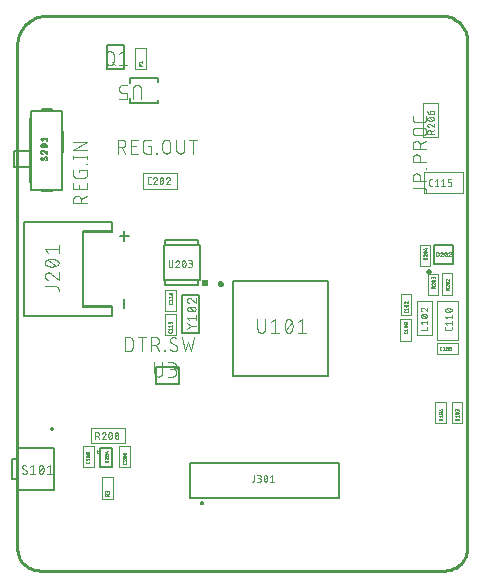
<source format=gbr>
G04 EAGLE Gerber RS-274X export*
G75*
%MOMM*%
%FSLAX34Y34*%
%LPD*%
%INReference Designators Top*%
%IPPOS*%
%AMOC8*
5,1,8,0,0,1.08239X$1,22.5*%
G01*
%ADD10C,0.050800*%
%ADD11C,0.050000*%
%ADD12C,0.025400*%
%ADD13C,0.076200*%
%ADD14C,0.500000*%
%ADD15C,0.127000*%
%ADD16C,0.203200*%
%ADD17C,0.177800*%
%ADD18C,0.101600*%
%ADD19C,0.140000*%
%ADD20C,0.359206*%
%ADD21C,0.254000*%
%ADD22R,0.500000X0.500000*%
%ADD23C,0.152400*%
%ADD24C,0.254000*%


D10*
X344434Y319422D02*
X377434Y319422D01*
X377434Y337422D01*
X344434Y337422D01*
X344434Y319422D01*
X350230Y325806D02*
X351472Y325806D01*
X350230Y325806D02*
X350160Y325808D01*
X350091Y325814D01*
X350022Y325824D01*
X349954Y325837D01*
X349886Y325855D01*
X349820Y325876D01*
X349755Y325901D01*
X349691Y325929D01*
X349629Y325961D01*
X349569Y325996D01*
X349511Y326035D01*
X349456Y326077D01*
X349402Y326122D01*
X349352Y326170D01*
X349304Y326220D01*
X349259Y326274D01*
X349217Y326329D01*
X349178Y326387D01*
X349143Y326447D01*
X349111Y326509D01*
X349083Y326573D01*
X349058Y326638D01*
X349037Y326704D01*
X349019Y326772D01*
X349006Y326840D01*
X348996Y326909D01*
X348990Y326978D01*
X348988Y327048D01*
X348988Y330152D01*
X348990Y330222D01*
X348996Y330291D01*
X349006Y330360D01*
X349019Y330428D01*
X349037Y330496D01*
X349058Y330562D01*
X349083Y330627D01*
X349111Y330691D01*
X349143Y330753D01*
X349178Y330813D01*
X349217Y330871D01*
X349259Y330926D01*
X349304Y330980D01*
X349352Y331030D01*
X349402Y331078D01*
X349456Y331123D01*
X349511Y331165D01*
X349569Y331204D01*
X349629Y331239D01*
X349691Y331271D01*
X349755Y331299D01*
X349820Y331324D01*
X349886Y331345D01*
X349954Y331363D01*
X350022Y331376D01*
X350091Y331386D01*
X350160Y331392D01*
X350230Y331394D01*
X351472Y331394D01*
X353576Y330152D02*
X355128Y331394D01*
X355128Y325806D01*
X353576Y325806D02*
X356681Y325806D01*
X359063Y330152D02*
X360615Y331394D01*
X360615Y325806D01*
X359063Y325806D02*
X362167Y325806D01*
X364549Y325806D02*
X366412Y325806D01*
X366482Y325808D01*
X366551Y325814D01*
X366620Y325824D01*
X366688Y325837D01*
X366756Y325855D01*
X366822Y325876D01*
X366887Y325901D01*
X366951Y325929D01*
X367013Y325961D01*
X367073Y325996D01*
X367131Y326035D01*
X367186Y326077D01*
X367240Y326122D01*
X367290Y326170D01*
X367338Y326220D01*
X367383Y326274D01*
X367425Y326329D01*
X367464Y326387D01*
X367499Y326447D01*
X367531Y326509D01*
X367559Y326573D01*
X367584Y326638D01*
X367605Y326704D01*
X367623Y326772D01*
X367636Y326840D01*
X367646Y326909D01*
X367652Y326978D01*
X367654Y327048D01*
X367653Y327048D02*
X367653Y327669D01*
X367654Y327669D02*
X367652Y327739D01*
X367646Y327808D01*
X367636Y327877D01*
X367623Y327945D01*
X367605Y328013D01*
X367584Y328079D01*
X367559Y328144D01*
X367531Y328208D01*
X367499Y328270D01*
X367464Y328330D01*
X367425Y328388D01*
X367383Y328443D01*
X367338Y328497D01*
X367290Y328547D01*
X367240Y328595D01*
X367186Y328640D01*
X367131Y328682D01*
X367073Y328721D01*
X367013Y328756D01*
X366951Y328788D01*
X366887Y328816D01*
X366822Y328841D01*
X366756Y328862D01*
X366688Y328880D01*
X366620Y328893D01*
X366551Y328903D01*
X366482Y328909D01*
X366412Y328911D01*
X366412Y328910D02*
X364549Y328910D01*
X364549Y331394D01*
X367653Y331394D01*
D11*
X355490Y192460D02*
X355490Y183460D01*
X355490Y192460D02*
X373490Y192460D01*
X373490Y183460D01*
X355490Y183460D01*
D12*
X358570Y186674D02*
X359191Y186674D01*
X358570Y186674D02*
X358521Y186676D01*
X358473Y186682D01*
X358425Y186691D01*
X358378Y186704D01*
X358332Y186721D01*
X358288Y186742D01*
X358246Y186766D01*
X358205Y186793D01*
X358167Y186823D01*
X358131Y186856D01*
X358098Y186892D01*
X358068Y186930D01*
X358041Y186971D01*
X358017Y187013D01*
X357996Y187057D01*
X357979Y187103D01*
X357966Y187150D01*
X357957Y187198D01*
X357951Y187246D01*
X357949Y187295D01*
X357949Y188847D01*
X357951Y188896D01*
X357957Y188944D01*
X357966Y188992D01*
X357979Y189039D01*
X357996Y189085D01*
X358017Y189129D01*
X358041Y189171D01*
X358068Y189212D01*
X358098Y189250D01*
X358131Y189286D01*
X358167Y189319D01*
X358205Y189349D01*
X358246Y189376D01*
X358288Y189400D01*
X358332Y189421D01*
X358378Y189438D01*
X358425Y189451D01*
X358473Y189460D01*
X358521Y189466D01*
X358570Y189468D01*
X359191Y189468D01*
X360243Y188847D02*
X361019Y189468D01*
X361019Y186674D01*
X360243Y186674D02*
X361795Y186674D01*
X362986Y188071D02*
X362988Y188166D01*
X362994Y188261D01*
X363004Y188355D01*
X363017Y188449D01*
X363035Y188542D01*
X363056Y188635D01*
X363081Y188727D01*
X363110Y188817D01*
X363143Y188906D01*
X363179Y188994D01*
X363219Y189080D01*
X363235Y189122D01*
X363254Y189162D01*
X363277Y189200D01*
X363302Y189237D01*
X363330Y189272D01*
X363360Y189304D01*
X363393Y189334D01*
X363428Y189361D01*
X363466Y189386D01*
X363505Y189407D01*
X363545Y189425D01*
X363587Y189441D01*
X363630Y189453D01*
X363673Y189461D01*
X363718Y189466D01*
X363762Y189468D01*
X363806Y189466D01*
X363851Y189461D01*
X363894Y189453D01*
X363937Y189441D01*
X363979Y189425D01*
X364019Y189407D01*
X364058Y189386D01*
X364096Y189361D01*
X364131Y189334D01*
X364164Y189304D01*
X364194Y189272D01*
X364222Y189237D01*
X364247Y189200D01*
X364270Y189162D01*
X364289Y189122D01*
X364305Y189080D01*
X364345Y188994D01*
X364381Y188906D01*
X364414Y188817D01*
X364443Y188726D01*
X364468Y188635D01*
X364489Y188542D01*
X364507Y188449D01*
X364520Y188355D01*
X364530Y188261D01*
X364536Y188166D01*
X364538Y188071D01*
X362986Y188071D02*
X362988Y187976D01*
X362994Y187881D01*
X363004Y187787D01*
X363017Y187693D01*
X363035Y187600D01*
X363056Y187507D01*
X363081Y187416D01*
X363110Y187325D01*
X363143Y187236D01*
X363179Y187148D01*
X363219Y187062D01*
X363235Y187020D01*
X363254Y186980D01*
X363277Y186942D01*
X363302Y186905D01*
X363330Y186870D01*
X363360Y186838D01*
X363393Y186808D01*
X363428Y186781D01*
X363466Y186756D01*
X363505Y186735D01*
X363545Y186717D01*
X363587Y186701D01*
X363630Y186689D01*
X363673Y186681D01*
X363718Y186676D01*
X363762Y186674D01*
X364306Y187062D02*
X364346Y187148D01*
X364382Y187236D01*
X364415Y187325D01*
X364444Y187415D01*
X364469Y187507D01*
X364490Y187600D01*
X364508Y187693D01*
X364521Y187787D01*
X364531Y187881D01*
X364537Y187976D01*
X364539Y188071D01*
X364305Y187062D02*
X364289Y187020D01*
X364270Y186980D01*
X364247Y186942D01*
X364222Y186905D01*
X364194Y186870D01*
X364164Y186838D01*
X364131Y186808D01*
X364096Y186781D01*
X364058Y186756D01*
X364019Y186735D01*
X363979Y186717D01*
X363937Y186701D01*
X363894Y186689D01*
X363851Y186681D01*
X363806Y186676D01*
X363762Y186674D01*
X363142Y187295D02*
X364383Y188847D01*
X365730Y187450D02*
X365732Y187505D01*
X365738Y187560D01*
X365748Y187615D01*
X365761Y187669D01*
X365779Y187721D01*
X365800Y187772D01*
X365825Y187822D01*
X365853Y187870D01*
X365885Y187915D01*
X365920Y187958D01*
X365957Y187999D01*
X365998Y188036D01*
X366041Y188071D01*
X366086Y188103D01*
X366134Y188131D01*
X366184Y188156D01*
X366235Y188177D01*
X366287Y188195D01*
X366341Y188208D01*
X366396Y188218D01*
X366451Y188224D01*
X366506Y188226D01*
X366561Y188224D01*
X366616Y188218D01*
X366671Y188208D01*
X366725Y188195D01*
X366777Y188177D01*
X366828Y188156D01*
X366878Y188131D01*
X366926Y188103D01*
X366971Y188071D01*
X367014Y188036D01*
X367055Y187999D01*
X367092Y187958D01*
X367127Y187915D01*
X367159Y187870D01*
X367187Y187822D01*
X367212Y187772D01*
X367233Y187721D01*
X367251Y187669D01*
X367264Y187615D01*
X367274Y187560D01*
X367280Y187505D01*
X367282Y187450D01*
X367280Y187395D01*
X367274Y187340D01*
X367264Y187285D01*
X367251Y187231D01*
X367233Y187179D01*
X367212Y187128D01*
X367187Y187078D01*
X367159Y187030D01*
X367127Y186985D01*
X367092Y186942D01*
X367055Y186901D01*
X367014Y186864D01*
X366971Y186829D01*
X366926Y186797D01*
X366878Y186769D01*
X366828Y186744D01*
X366777Y186723D01*
X366725Y186705D01*
X366671Y186692D01*
X366616Y186682D01*
X366561Y186676D01*
X366506Y186674D01*
X366451Y186676D01*
X366396Y186682D01*
X366341Y186692D01*
X366287Y186705D01*
X366235Y186723D01*
X366184Y186744D01*
X366134Y186769D01*
X366086Y186797D01*
X366041Y186829D01*
X365998Y186864D01*
X365957Y186901D01*
X365920Y186942D01*
X365885Y186985D01*
X365853Y187030D01*
X365825Y187078D01*
X365800Y187128D01*
X365779Y187179D01*
X365761Y187231D01*
X365748Y187285D01*
X365738Y187340D01*
X365732Y187395D01*
X365730Y187450D01*
X365885Y188847D02*
X365887Y188896D01*
X365893Y188944D01*
X365902Y188992D01*
X365915Y189039D01*
X365932Y189085D01*
X365953Y189129D01*
X365977Y189171D01*
X366004Y189212D01*
X366034Y189250D01*
X366067Y189286D01*
X366103Y189319D01*
X366141Y189349D01*
X366182Y189376D01*
X366224Y189400D01*
X366268Y189421D01*
X366314Y189438D01*
X366361Y189451D01*
X366409Y189460D01*
X366457Y189466D01*
X366506Y189468D01*
X366555Y189466D01*
X366603Y189460D01*
X366651Y189451D01*
X366698Y189438D01*
X366744Y189421D01*
X366788Y189400D01*
X366830Y189376D01*
X366871Y189349D01*
X366909Y189319D01*
X366945Y189286D01*
X366978Y189250D01*
X367008Y189212D01*
X367035Y189171D01*
X367059Y189129D01*
X367080Y189085D01*
X367097Y189039D01*
X367110Y188992D01*
X367119Y188944D01*
X367125Y188896D01*
X367127Y188847D01*
X367125Y188798D01*
X367119Y188750D01*
X367110Y188702D01*
X367097Y188655D01*
X367080Y188609D01*
X367059Y188565D01*
X367035Y188523D01*
X367008Y188482D01*
X366978Y188444D01*
X366945Y188408D01*
X366909Y188375D01*
X366871Y188345D01*
X366830Y188318D01*
X366788Y188294D01*
X366744Y188273D01*
X366698Y188256D01*
X366651Y188243D01*
X366603Y188234D01*
X366555Y188228D01*
X366506Y188226D01*
X366457Y188228D01*
X366409Y188234D01*
X366361Y188243D01*
X366314Y188256D01*
X366268Y188273D01*
X366224Y188294D01*
X366182Y188318D01*
X366141Y188345D01*
X366103Y188375D01*
X366067Y188408D01*
X366034Y188444D01*
X366004Y188482D01*
X365977Y188523D01*
X365953Y188565D01*
X365932Y188609D01*
X365915Y188655D01*
X365902Y188702D01*
X365893Y188750D01*
X365887Y188798D01*
X365885Y188847D01*
D10*
X373236Y195336D02*
X373236Y228336D01*
X355236Y228336D01*
X355236Y195336D01*
X373236Y195336D01*
X367868Y204688D02*
X367868Y205930D01*
X367868Y204688D02*
X367866Y204618D01*
X367860Y204549D01*
X367850Y204480D01*
X367837Y204412D01*
X367819Y204344D01*
X367798Y204278D01*
X367773Y204213D01*
X367745Y204149D01*
X367713Y204087D01*
X367678Y204027D01*
X367639Y203969D01*
X367597Y203914D01*
X367552Y203860D01*
X367504Y203810D01*
X367454Y203762D01*
X367400Y203717D01*
X367345Y203675D01*
X367287Y203636D01*
X367227Y203601D01*
X367165Y203569D01*
X367101Y203541D01*
X367036Y203516D01*
X366970Y203495D01*
X366902Y203477D01*
X366834Y203464D01*
X366765Y203454D01*
X366696Y203448D01*
X366626Y203446D01*
X363522Y203446D01*
X363452Y203448D01*
X363383Y203454D01*
X363314Y203464D01*
X363246Y203477D01*
X363178Y203495D01*
X363112Y203516D01*
X363047Y203541D01*
X362983Y203569D01*
X362921Y203601D01*
X362861Y203636D01*
X362803Y203675D01*
X362748Y203717D01*
X362694Y203762D01*
X362644Y203810D01*
X362596Y203860D01*
X362551Y203914D01*
X362509Y203969D01*
X362470Y204027D01*
X362435Y204087D01*
X362403Y204149D01*
X362375Y204213D01*
X362350Y204278D01*
X362329Y204344D01*
X362311Y204412D01*
X362298Y204480D01*
X362288Y204549D01*
X362282Y204618D01*
X362280Y204688D01*
X362280Y205930D01*
X363522Y208034D02*
X362280Y209586D01*
X367868Y209586D01*
X367868Y208034D02*
X367868Y211139D01*
X363522Y213521D02*
X362280Y215073D01*
X367868Y215073D01*
X367868Y213521D02*
X367868Y216625D01*
X365074Y219007D02*
X364943Y219009D01*
X364813Y219014D01*
X364683Y219024D01*
X364553Y219037D01*
X364423Y219053D01*
X364294Y219073D01*
X364166Y219097D01*
X364039Y219125D01*
X363912Y219156D01*
X363786Y219191D01*
X363661Y219229D01*
X363537Y219271D01*
X363415Y219316D01*
X363294Y219365D01*
X363174Y219417D01*
X363056Y219473D01*
X363056Y219472D02*
X362996Y219495D01*
X362936Y219521D01*
X362879Y219550D01*
X362823Y219583D01*
X362769Y219619D01*
X362717Y219657D01*
X362667Y219699D01*
X362620Y219743D01*
X362575Y219790D01*
X362533Y219840D01*
X362494Y219891D01*
X362458Y219945D01*
X362425Y220001D01*
X362395Y220058D01*
X362368Y220117D01*
X362345Y220178D01*
X362325Y220239D01*
X362309Y220302D01*
X362296Y220366D01*
X362287Y220430D01*
X362282Y220494D01*
X362280Y220559D01*
X362282Y220624D01*
X362287Y220688D01*
X362296Y220752D01*
X362309Y220816D01*
X362325Y220879D01*
X362345Y220940D01*
X362368Y221001D01*
X362395Y221060D01*
X362425Y221117D01*
X362458Y221173D01*
X362494Y221227D01*
X362533Y221278D01*
X362575Y221328D01*
X362620Y221375D01*
X362667Y221419D01*
X362717Y221461D01*
X362769Y221499D01*
X362823Y221535D01*
X362879Y221568D01*
X362936Y221597D01*
X362996Y221623D01*
X363056Y221646D01*
X363174Y221702D01*
X363294Y221754D01*
X363415Y221803D01*
X363537Y221848D01*
X363661Y221890D01*
X363786Y221928D01*
X363912Y221963D01*
X364038Y221994D01*
X364166Y222022D01*
X364294Y222046D01*
X364423Y222066D01*
X364553Y222082D01*
X364683Y222095D01*
X364813Y222105D01*
X364943Y222110D01*
X365074Y222112D01*
X365074Y219007D02*
X365205Y219009D01*
X365335Y219014D01*
X365465Y219024D01*
X365595Y219037D01*
X365725Y219053D01*
X365854Y219073D01*
X365982Y219097D01*
X366109Y219125D01*
X366236Y219156D01*
X366362Y219191D01*
X366487Y219229D01*
X366611Y219271D01*
X366733Y219316D01*
X366854Y219365D01*
X366974Y219417D01*
X367092Y219473D01*
X367092Y219472D02*
X367152Y219495D01*
X367212Y219521D01*
X367269Y219550D01*
X367325Y219583D01*
X367379Y219619D01*
X367431Y219657D01*
X367481Y219699D01*
X367528Y219743D01*
X367573Y219790D01*
X367615Y219840D01*
X367654Y219891D01*
X367690Y219945D01*
X367723Y220001D01*
X367753Y220058D01*
X367780Y220117D01*
X367803Y220178D01*
X367823Y220239D01*
X367839Y220302D01*
X367852Y220366D01*
X367861Y220430D01*
X367866Y220494D01*
X367868Y220559D01*
X367092Y221646D02*
X366974Y221702D01*
X366854Y221754D01*
X366733Y221803D01*
X366611Y221848D01*
X366487Y221890D01*
X366362Y221928D01*
X366236Y221963D01*
X366110Y221994D01*
X365982Y222022D01*
X365854Y222046D01*
X365725Y222066D01*
X365595Y222082D01*
X365465Y222095D01*
X365335Y222105D01*
X365205Y222110D01*
X365074Y222112D01*
X367092Y221646D02*
X367152Y221623D01*
X367212Y221597D01*
X367269Y221568D01*
X367325Y221535D01*
X367379Y221499D01*
X367431Y221461D01*
X367481Y221419D01*
X367528Y221375D01*
X367573Y221328D01*
X367615Y221278D01*
X367654Y221227D01*
X367690Y221173D01*
X367723Y221117D01*
X367753Y221060D01*
X367780Y221001D01*
X367803Y220940D01*
X367823Y220879D01*
X367839Y220816D01*
X367852Y220752D01*
X367861Y220688D01*
X367866Y220624D01*
X367868Y220559D01*
X366626Y219317D02*
X363522Y221801D01*
D11*
X134040Y237600D02*
X125040Y237600D01*
X134040Y237600D02*
X134040Y219600D01*
X125040Y219600D01*
X125040Y237600D01*
D12*
X131048Y227050D02*
X131048Y226429D01*
X131046Y226380D01*
X131040Y226332D01*
X131031Y226284D01*
X131018Y226237D01*
X131001Y226191D01*
X130980Y226147D01*
X130956Y226105D01*
X130929Y226064D01*
X130899Y226026D01*
X130866Y225990D01*
X130830Y225957D01*
X130792Y225927D01*
X130751Y225900D01*
X130709Y225876D01*
X130665Y225855D01*
X130619Y225838D01*
X130572Y225825D01*
X130524Y225816D01*
X130476Y225810D01*
X130427Y225808D01*
X128875Y225808D01*
X128826Y225810D01*
X128778Y225816D01*
X128730Y225825D01*
X128683Y225838D01*
X128637Y225855D01*
X128593Y225876D01*
X128551Y225899D01*
X128510Y225927D01*
X128472Y225957D01*
X128436Y225990D01*
X128403Y226026D01*
X128373Y226064D01*
X128346Y226104D01*
X128322Y226147D01*
X128301Y226191D01*
X128284Y226237D01*
X128271Y226284D01*
X128262Y226332D01*
X128256Y226380D01*
X128254Y226429D01*
X128254Y227050D01*
X128875Y228102D02*
X128254Y228878D01*
X131048Y228878D01*
X131048Y228102D02*
X131048Y229655D01*
X128875Y230846D02*
X128254Y231622D01*
X131048Y231622D01*
X131048Y230846D02*
X131048Y232398D01*
X130272Y233589D02*
X130217Y233591D01*
X130162Y233597D01*
X130107Y233607D01*
X130053Y233620D01*
X130001Y233638D01*
X129950Y233659D01*
X129900Y233684D01*
X129852Y233712D01*
X129807Y233744D01*
X129764Y233779D01*
X129723Y233816D01*
X129686Y233857D01*
X129651Y233900D01*
X129619Y233945D01*
X129591Y233993D01*
X129566Y234043D01*
X129545Y234094D01*
X129527Y234146D01*
X129514Y234200D01*
X129504Y234255D01*
X129498Y234310D01*
X129496Y234365D01*
X129498Y234420D01*
X129504Y234475D01*
X129514Y234530D01*
X129527Y234584D01*
X129545Y234636D01*
X129566Y234687D01*
X129591Y234737D01*
X129619Y234785D01*
X129651Y234830D01*
X129686Y234873D01*
X129723Y234914D01*
X129764Y234951D01*
X129807Y234986D01*
X129852Y235018D01*
X129900Y235046D01*
X129950Y235071D01*
X130001Y235092D01*
X130053Y235110D01*
X130107Y235123D01*
X130162Y235133D01*
X130217Y235139D01*
X130272Y235141D01*
X130327Y235139D01*
X130382Y235133D01*
X130437Y235123D01*
X130491Y235110D01*
X130543Y235092D01*
X130594Y235071D01*
X130644Y235046D01*
X130692Y235018D01*
X130737Y234986D01*
X130780Y234951D01*
X130821Y234914D01*
X130858Y234873D01*
X130893Y234830D01*
X130925Y234785D01*
X130953Y234737D01*
X130978Y234687D01*
X130999Y234636D01*
X131017Y234584D01*
X131030Y234530D01*
X131040Y234475D01*
X131046Y234420D01*
X131048Y234365D01*
X131046Y234310D01*
X131040Y234255D01*
X131030Y234200D01*
X131017Y234146D01*
X130999Y234094D01*
X130978Y234043D01*
X130953Y233993D01*
X130925Y233945D01*
X130893Y233900D01*
X130858Y233857D01*
X130821Y233816D01*
X130780Y233779D01*
X130737Y233744D01*
X130692Y233712D01*
X130644Y233684D01*
X130594Y233659D01*
X130543Y233638D01*
X130491Y233620D01*
X130437Y233607D01*
X130382Y233597D01*
X130327Y233591D01*
X130272Y233589D01*
X128875Y233744D02*
X128826Y233746D01*
X128778Y233752D01*
X128730Y233761D01*
X128683Y233774D01*
X128637Y233791D01*
X128593Y233812D01*
X128551Y233836D01*
X128510Y233863D01*
X128472Y233893D01*
X128436Y233926D01*
X128403Y233962D01*
X128373Y234000D01*
X128346Y234041D01*
X128322Y234083D01*
X128301Y234127D01*
X128284Y234173D01*
X128271Y234220D01*
X128262Y234268D01*
X128256Y234316D01*
X128254Y234365D01*
X128256Y234414D01*
X128262Y234462D01*
X128271Y234510D01*
X128284Y234557D01*
X128301Y234603D01*
X128322Y234647D01*
X128346Y234689D01*
X128373Y234730D01*
X128403Y234768D01*
X128436Y234804D01*
X128472Y234837D01*
X128510Y234867D01*
X128551Y234894D01*
X128593Y234918D01*
X128637Y234939D01*
X128683Y234956D01*
X128730Y234969D01*
X128778Y234978D01*
X128826Y234984D01*
X128875Y234986D01*
X128924Y234984D01*
X128972Y234978D01*
X129020Y234969D01*
X129067Y234956D01*
X129113Y234939D01*
X129157Y234918D01*
X129199Y234894D01*
X129240Y234867D01*
X129278Y234837D01*
X129314Y234804D01*
X129347Y234768D01*
X129377Y234730D01*
X129404Y234689D01*
X129428Y234647D01*
X129449Y234603D01*
X129466Y234557D01*
X129479Y234510D01*
X129488Y234462D01*
X129494Y234414D01*
X129496Y234365D01*
X129494Y234316D01*
X129488Y234268D01*
X129479Y234220D01*
X129466Y234173D01*
X129449Y234127D01*
X129428Y234083D01*
X129404Y234041D01*
X129377Y234000D01*
X129347Y233962D01*
X129314Y233926D01*
X129278Y233893D01*
X129240Y233863D01*
X129199Y233836D01*
X129157Y233812D01*
X129113Y233791D01*
X129067Y233774D01*
X129020Y233761D01*
X128972Y233752D01*
X128924Y233746D01*
X128875Y233744D01*
D11*
X125040Y199026D02*
X134040Y199026D01*
X125040Y199026D02*
X125040Y217026D01*
X134040Y217026D01*
X134040Y199026D01*
D12*
X130826Y202106D02*
X130826Y202727D01*
X130826Y202106D02*
X130824Y202057D01*
X130818Y202009D01*
X130809Y201961D01*
X130796Y201914D01*
X130779Y201868D01*
X130758Y201824D01*
X130734Y201782D01*
X130707Y201741D01*
X130677Y201703D01*
X130644Y201667D01*
X130608Y201634D01*
X130570Y201604D01*
X130529Y201577D01*
X130487Y201553D01*
X130443Y201532D01*
X130397Y201515D01*
X130350Y201502D01*
X130302Y201493D01*
X130254Y201487D01*
X130205Y201485D01*
X128653Y201485D01*
X128604Y201487D01*
X128556Y201493D01*
X128508Y201502D01*
X128461Y201515D01*
X128415Y201532D01*
X128371Y201553D01*
X128329Y201576D01*
X128288Y201604D01*
X128250Y201634D01*
X128214Y201667D01*
X128181Y201703D01*
X128151Y201741D01*
X128124Y201781D01*
X128100Y201824D01*
X128079Y201868D01*
X128062Y201914D01*
X128049Y201961D01*
X128040Y202009D01*
X128034Y202057D01*
X128032Y202106D01*
X128032Y202727D01*
X128653Y203779D02*
X128032Y204555D01*
X130826Y204555D01*
X130826Y203779D02*
X130826Y205331D01*
X128653Y206522D02*
X128032Y207298D01*
X130826Y207298D01*
X130826Y206522D02*
X130826Y208075D01*
X129584Y209886D02*
X129584Y210818D01*
X129584Y209886D02*
X129582Y209837D01*
X129576Y209789D01*
X129567Y209741D01*
X129554Y209694D01*
X129537Y209648D01*
X129516Y209604D01*
X129492Y209562D01*
X129465Y209521D01*
X129435Y209483D01*
X129402Y209447D01*
X129366Y209414D01*
X129328Y209384D01*
X129287Y209357D01*
X129245Y209333D01*
X129201Y209312D01*
X129155Y209295D01*
X129108Y209282D01*
X129060Y209273D01*
X129012Y209267D01*
X128963Y209265D01*
X128963Y209266D02*
X128808Y209266D01*
X128753Y209268D01*
X128698Y209274D01*
X128643Y209284D01*
X128589Y209297D01*
X128537Y209315D01*
X128486Y209336D01*
X128436Y209361D01*
X128388Y209389D01*
X128343Y209421D01*
X128300Y209456D01*
X128259Y209493D01*
X128222Y209534D01*
X128187Y209577D01*
X128155Y209622D01*
X128127Y209670D01*
X128102Y209720D01*
X128081Y209771D01*
X128063Y209823D01*
X128050Y209877D01*
X128040Y209932D01*
X128034Y209987D01*
X128032Y210042D01*
X128034Y210097D01*
X128040Y210152D01*
X128050Y210207D01*
X128063Y210261D01*
X128081Y210313D01*
X128102Y210364D01*
X128127Y210414D01*
X128155Y210462D01*
X128187Y210507D01*
X128222Y210550D01*
X128259Y210591D01*
X128300Y210628D01*
X128343Y210663D01*
X128388Y210695D01*
X128436Y210723D01*
X128486Y210748D01*
X128537Y210769D01*
X128589Y210787D01*
X128643Y210800D01*
X128698Y210810D01*
X128753Y210816D01*
X128808Y210818D01*
X129584Y210818D01*
X129654Y210816D01*
X129723Y210810D01*
X129792Y210800D01*
X129860Y210787D01*
X129928Y210769D01*
X129994Y210748D01*
X130059Y210723D01*
X130123Y210695D01*
X130185Y210663D01*
X130245Y210628D01*
X130303Y210589D01*
X130358Y210547D01*
X130412Y210502D01*
X130462Y210454D01*
X130510Y210404D01*
X130555Y210350D01*
X130597Y210295D01*
X130636Y210237D01*
X130671Y210177D01*
X130703Y210115D01*
X130731Y210051D01*
X130756Y209986D01*
X130777Y209920D01*
X130795Y209852D01*
X130808Y209784D01*
X130818Y209715D01*
X130824Y209646D01*
X130826Y209576D01*
D11*
X64698Y105266D02*
X55698Y105266D01*
X64698Y105266D02*
X64698Y87266D01*
X55698Y87266D01*
X55698Y105266D01*
D12*
X61198Y92176D02*
X61198Y91555D01*
X61196Y91506D01*
X61190Y91458D01*
X61181Y91410D01*
X61168Y91363D01*
X61151Y91317D01*
X61130Y91273D01*
X61106Y91231D01*
X61079Y91190D01*
X61049Y91152D01*
X61016Y91116D01*
X60980Y91083D01*
X60942Y91053D01*
X60901Y91026D01*
X60859Y91002D01*
X60815Y90981D01*
X60769Y90964D01*
X60722Y90951D01*
X60674Y90942D01*
X60626Y90936D01*
X60577Y90934D01*
X59025Y90934D01*
X58976Y90936D01*
X58928Y90942D01*
X58880Y90951D01*
X58833Y90964D01*
X58787Y90981D01*
X58743Y91002D01*
X58701Y91025D01*
X58660Y91053D01*
X58622Y91083D01*
X58586Y91116D01*
X58553Y91152D01*
X58523Y91190D01*
X58496Y91230D01*
X58472Y91273D01*
X58451Y91317D01*
X58434Y91363D01*
X58421Y91410D01*
X58412Y91458D01*
X58406Y91506D01*
X58404Y91555D01*
X58404Y92176D01*
X58404Y94082D02*
X58406Y94132D01*
X58411Y94181D01*
X58420Y94231D01*
X58432Y94279D01*
X58448Y94326D01*
X58467Y94372D01*
X58490Y94417D01*
X58515Y94460D01*
X58543Y94501D01*
X58575Y94540D01*
X58609Y94576D01*
X58645Y94610D01*
X58684Y94642D01*
X58725Y94670D01*
X58768Y94695D01*
X58813Y94718D01*
X58859Y94737D01*
X58906Y94753D01*
X58954Y94765D01*
X59004Y94774D01*
X59053Y94779D01*
X59103Y94781D01*
X58404Y94082D02*
X58406Y94026D01*
X58411Y93969D01*
X58420Y93914D01*
X58432Y93859D01*
X58448Y93805D01*
X58467Y93752D01*
X58490Y93700D01*
X58515Y93650D01*
X58544Y93601D01*
X58576Y93554D01*
X58610Y93510D01*
X58647Y93468D01*
X58687Y93428D01*
X58730Y93390D01*
X58774Y93356D01*
X58821Y93324D01*
X58870Y93296D01*
X58920Y93270D01*
X58972Y93248D01*
X59025Y93229D01*
X59646Y94547D02*
X59610Y94583D01*
X59572Y94616D01*
X59531Y94646D01*
X59489Y94673D01*
X59444Y94698D01*
X59398Y94719D01*
X59351Y94738D01*
X59303Y94753D01*
X59254Y94765D01*
X59204Y94773D01*
X59154Y94778D01*
X59103Y94780D01*
X59646Y94548D02*
X61198Y93228D01*
X61198Y94781D01*
X59801Y95971D02*
X59706Y95973D01*
X59611Y95979D01*
X59517Y95989D01*
X59423Y96002D01*
X59330Y96020D01*
X59237Y96041D01*
X59145Y96066D01*
X59055Y96095D01*
X58966Y96128D01*
X58878Y96164D01*
X58792Y96204D01*
X58792Y96205D02*
X58750Y96221D01*
X58710Y96240D01*
X58672Y96263D01*
X58635Y96288D01*
X58600Y96316D01*
X58568Y96346D01*
X58538Y96379D01*
X58511Y96414D01*
X58486Y96452D01*
X58465Y96491D01*
X58447Y96531D01*
X58431Y96573D01*
X58419Y96616D01*
X58411Y96659D01*
X58406Y96704D01*
X58404Y96748D01*
X58406Y96792D01*
X58411Y96837D01*
X58419Y96880D01*
X58431Y96923D01*
X58447Y96965D01*
X58465Y97005D01*
X58486Y97044D01*
X58511Y97082D01*
X58538Y97117D01*
X58568Y97150D01*
X58600Y97180D01*
X58635Y97208D01*
X58672Y97233D01*
X58710Y97256D01*
X58750Y97275D01*
X58792Y97291D01*
X58792Y97290D02*
X58878Y97330D01*
X58966Y97366D01*
X59055Y97399D01*
X59146Y97428D01*
X59237Y97453D01*
X59330Y97474D01*
X59423Y97492D01*
X59517Y97505D01*
X59611Y97515D01*
X59706Y97521D01*
X59801Y97523D01*
X59801Y95971D02*
X59896Y95973D01*
X59991Y95979D01*
X60085Y95989D01*
X60179Y96002D01*
X60272Y96020D01*
X60365Y96041D01*
X60457Y96066D01*
X60547Y96095D01*
X60636Y96128D01*
X60724Y96164D01*
X60810Y96204D01*
X60810Y96205D02*
X60852Y96221D01*
X60892Y96240D01*
X60930Y96263D01*
X60967Y96288D01*
X61002Y96316D01*
X61034Y96346D01*
X61064Y96379D01*
X61091Y96414D01*
X61116Y96452D01*
X61137Y96491D01*
X61155Y96531D01*
X61171Y96573D01*
X61183Y96616D01*
X61191Y96659D01*
X61196Y96704D01*
X61198Y96748D01*
X60810Y97290D02*
X60724Y97330D01*
X60636Y97366D01*
X60547Y97399D01*
X60456Y97428D01*
X60365Y97453D01*
X60272Y97474D01*
X60179Y97492D01*
X60085Y97505D01*
X59991Y97515D01*
X59896Y97521D01*
X59801Y97523D01*
X60810Y97291D02*
X60852Y97275D01*
X60892Y97256D01*
X60930Y97233D01*
X60967Y97208D01*
X61002Y97180D01*
X61034Y97150D01*
X61064Y97117D01*
X61091Y97082D01*
X61116Y97044D01*
X61137Y97005D01*
X61155Y96965D01*
X61171Y96923D01*
X61183Y96880D01*
X61191Y96837D01*
X61196Y96792D01*
X61198Y96748D01*
X60577Y96127D02*
X59025Y97369D01*
X60422Y98715D02*
X60367Y98717D01*
X60312Y98723D01*
X60257Y98733D01*
X60203Y98746D01*
X60151Y98764D01*
X60100Y98785D01*
X60050Y98810D01*
X60002Y98838D01*
X59957Y98870D01*
X59914Y98905D01*
X59873Y98942D01*
X59836Y98983D01*
X59801Y99026D01*
X59769Y99071D01*
X59741Y99119D01*
X59716Y99169D01*
X59695Y99220D01*
X59677Y99272D01*
X59664Y99326D01*
X59654Y99381D01*
X59648Y99436D01*
X59646Y99491D01*
X59648Y99546D01*
X59654Y99601D01*
X59664Y99656D01*
X59677Y99710D01*
X59695Y99762D01*
X59716Y99813D01*
X59741Y99863D01*
X59769Y99911D01*
X59801Y99956D01*
X59836Y99999D01*
X59873Y100040D01*
X59914Y100077D01*
X59957Y100112D01*
X60002Y100144D01*
X60050Y100172D01*
X60100Y100197D01*
X60151Y100218D01*
X60203Y100236D01*
X60257Y100249D01*
X60312Y100259D01*
X60367Y100265D01*
X60422Y100267D01*
X60477Y100265D01*
X60532Y100259D01*
X60587Y100249D01*
X60641Y100236D01*
X60693Y100218D01*
X60744Y100197D01*
X60794Y100172D01*
X60842Y100144D01*
X60887Y100112D01*
X60930Y100077D01*
X60971Y100040D01*
X61008Y99999D01*
X61043Y99956D01*
X61075Y99911D01*
X61103Y99863D01*
X61128Y99813D01*
X61149Y99762D01*
X61167Y99710D01*
X61180Y99656D01*
X61190Y99601D01*
X61196Y99546D01*
X61198Y99491D01*
X61196Y99436D01*
X61190Y99381D01*
X61180Y99326D01*
X61167Y99272D01*
X61149Y99220D01*
X61128Y99169D01*
X61103Y99119D01*
X61075Y99071D01*
X61043Y99026D01*
X61008Y98983D01*
X60971Y98942D01*
X60930Y98905D01*
X60887Y98870D01*
X60842Y98838D01*
X60794Y98810D01*
X60744Y98785D01*
X60693Y98764D01*
X60641Y98746D01*
X60587Y98733D01*
X60532Y98723D01*
X60477Y98717D01*
X60422Y98715D01*
X59025Y98870D02*
X58976Y98872D01*
X58928Y98878D01*
X58880Y98887D01*
X58833Y98900D01*
X58787Y98917D01*
X58743Y98938D01*
X58701Y98962D01*
X58660Y98989D01*
X58622Y99019D01*
X58586Y99052D01*
X58553Y99088D01*
X58523Y99126D01*
X58496Y99167D01*
X58472Y99209D01*
X58451Y99253D01*
X58434Y99299D01*
X58421Y99346D01*
X58412Y99394D01*
X58406Y99442D01*
X58404Y99491D01*
X58406Y99540D01*
X58412Y99588D01*
X58421Y99636D01*
X58434Y99683D01*
X58451Y99729D01*
X58472Y99773D01*
X58496Y99815D01*
X58523Y99856D01*
X58553Y99894D01*
X58586Y99930D01*
X58622Y99963D01*
X58660Y99993D01*
X58701Y100020D01*
X58743Y100044D01*
X58787Y100065D01*
X58833Y100082D01*
X58880Y100095D01*
X58928Y100104D01*
X58976Y100110D01*
X59025Y100112D01*
X59074Y100110D01*
X59122Y100104D01*
X59170Y100095D01*
X59217Y100082D01*
X59263Y100065D01*
X59307Y100044D01*
X59349Y100020D01*
X59390Y99993D01*
X59428Y99963D01*
X59464Y99930D01*
X59497Y99894D01*
X59527Y99856D01*
X59554Y99815D01*
X59578Y99773D01*
X59599Y99729D01*
X59616Y99683D01*
X59629Y99636D01*
X59638Y99588D01*
X59644Y99540D01*
X59646Y99491D01*
X59644Y99442D01*
X59638Y99394D01*
X59629Y99346D01*
X59616Y99299D01*
X59599Y99253D01*
X59578Y99209D01*
X59554Y99167D01*
X59527Y99126D01*
X59497Y99088D01*
X59464Y99052D01*
X59428Y99019D01*
X59390Y98989D01*
X59349Y98962D01*
X59307Y98938D01*
X59263Y98917D01*
X59217Y98900D01*
X59170Y98887D01*
X59122Y98878D01*
X59074Y98872D01*
X59025Y98870D01*
D11*
X86178Y105266D02*
X95178Y105266D01*
X95178Y87266D01*
X86178Y87266D01*
X86178Y105266D01*
D12*
X92186Y91668D02*
X92186Y91047D01*
X92184Y90998D01*
X92178Y90950D01*
X92169Y90902D01*
X92156Y90855D01*
X92139Y90809D01*
X92118Y90765D01*
X92094Y90723D01*
X92067Y90682D01*
X92037Y90644D01*
X92004Y90608D01*
X91968Y90575D01*
X91930Y90545D01*
X91889Y90518D01*
X91847Y90494D01*
X91803Y90473D01*
X91757Y90456D01*
X91710Y90443D01*
X91662Y90434D01*
X91614Y90428D01*
X91565Y90426D01*
X90013Y90426D01*
X89964Y90428D01*
X89916Y90434D01*
X89868Y90443D01*
X89821Y90456D01*
X89775Y90473D01*
X89731Y90494D01*
X89689Y90517D01*
X89648Y90545D01*
X89610Y90575D01*
X89574Y90608D01*
X89541Y90644D01*
X89511Y90682D01*
X89484Y90722D01*
X89460Y90765D01*
X89439Y90809D01*
X89422Y90855D01*
X89409Y90902D01*
X89400Y90950D01*
X89394Y90998D01*
X89392Y91047D01*
X89392Y91668D01*
X89392Y93574D02*
X89394Y93624D01*
X89399Y93673D01*
X89408Y93723D01*
X89420Y93771D01*
X89436Y93818D01*
X89455Y93864D01*
X89478Y93909D01*
X89503Y93952D01*
X89531Y93993D01*
X89563Y94032D01*
X89597Y94068D01*
X89633Y94102D01*
X89672Y94134D01*
X89713Y94162D01*
X89756Y94187D01*
X89801Y94210D01*
X89847Y94229D01*
X89894Y94245D01*
X89942Y94257D01*
X89992Y94266D01*
X90041Y94271D01*
X90091Y94273D01*
X89392Y93574D02*
X89394Y93518D01*
X89399Y93461D01*
X89408Y93406D01*
X89420Y93351D01*
X89436Y93297D01*
X89455Y93244D01*
X89478Y93192D01*
X89503Y93142D01*
X89532Y93093D01*
X89564Y93046D01*
X89598Y93002D01*
X89635Y92960D01*
X89675Y92920D01*
X89718Y92882D01*
X89762Y92848D01*
X89809Y92816D01*
X89858Y92788D01*
X89908Y92762D01*
X89960Y92740D01*
X90013Y92721D01*
X90634Y94039D02*
X90598Y94075D01*
X90560Y94108D01*
X90519Y94138D01*
X90477Y94165D01*
X90432Y94190D01*
X90386Y94211D01*
X90339Y94230D01*
X90291Y94245D01*
X90242Y94257D01*
X90192Y94265D01*
X90142Y94270D01*
X90091Y94272D01*
X90634Y94040D02*
X92186Y92720D01*
X92186Y94273D01*
X90789Y95463D02*
X90694Y95465D01*
X90599Y95471D01*
X90505Y95481D01*
X90411Y95494D01*
X90318Y95512D01*
X90225Y95533D01*
X90133Y95558D01*
X90043Y95587D01*
X89954Y95620D01*
X89866Y95656D01*
X89780Y95696D01*
X89780Y95697D02*
X89738Y95713D01*
X89698Y95732D01*
X89660Y95755D01*
X89623Y95780D01*
X89588Y95808D01*
X89556Y95838D01*
X89526Y95871D01*
X89499Y95906D01*
X89474Y95944D01*
X89453Y95983D01*
X89435Y96023D01*
X89419Y96065D01*
X89407Y96108D01*
X89399Y96151D01*
X89394Y96196D01*
X89392Y96240D01*
X89394Y96284D01*
X89399Y96329D01*
X89407Y96372D01*
X89419Y96415D01*
X89435Y96457D01*
X89453Y96497D01*
X89474Y96536D01*
X89499Y96574D01*
X89526Y96609D01*
X89556Y96642D01*
X89588Y96672D01*
X89623Y96700D01*
X89660Y96725D01*
X89698Y96748D01*
X89738Y96767D01*
X89780Y96783D01*
X89780Y96782D02*
X89866Y96822D01*
X89954Y96858D01*
X90043Y96891D01*
X90134Y96920D01*
X90225Y96945D01*
X90318Y96966D01*
X90411Y96984D01*
X90505Y96997D01*
X90599Y97007D01*
X90694Y97013D01*
X90789Y97015D01*
X90789Y95463D02*
X90884Y95465D01*
X90979Y95471D01*
X91073Y95481D01*
X91167Y95494D01*
X91260Y95512D01*
X91353Y95533D01*
X91445Y95558D01*
X91535Y95587D01*
X91624Y95620D01*
X91712Y95656D01*
X91798Y95696D01*
X91798Y95697D02*
X91840Y95713D01*
X91880Y95732D01*
X91918Y95755D01*
X91955Y95780D01*
X91990Y95808D01*
X92022Y95838D01*
X92052Y95871D01*
X92079Y95906D01*
X92104Y95944D01*
X92125Y95983D01*
X92143Y96023D01*
X92159Y96065D01*
X92171Y96108D01*
X92179Y96151D01*
X92184Y96196D01*
X92186Y96240D01*
X91798Y96782D02*
X91712Y96822D01*
X91624Y96858D01*
X91535Y96891D01*
X91444Y96920D01*
X91353Y96945D01*
X91260Y96966D01*
X91167Y96984D01*
X91073Y96997D01*
X90979Y97007D01*
X90884Y97013D01*
X90789Y97015D01*
X91798Y96783D02*
X91840Y96767D01*
X91880Y96748D01*
X91918Y96725D01*
X91955Y96700D01*
X91990Y96672D01*
X92022Y96642D01*
X92052Y96609D01*
X92079Y96574D01*
X92104Y96536D01*
X92125Y96497D01*
X92143Y96457D01*
X92159Y96415D01*
X92171Y96372D01*
X92179Y96329D01*
X92184Y96284D01*
X92186Y96240D01*
X91565Y95619D02*
X90013Y96861D01*
X90634Y98207D02*
X90634Y99138D01*
X90636Y99187D01*
X90642Y99235D01*
X90651Y99283D01*
X90664Y99330D01*
X90681Y99376D01*
X90702Y99420D01*
X90726Y99462D01*
X90753Y99503D01*
X90783Y99541D01*
X90816Y99577D01*
X90852Y99610D01*
X90890Y99640D01*
X90931Y99668D01*
X90973Y99691D01*
X91017Y99712D01*
X91063Y99729D01*
X91110Y99742D01*
X91158Y99751D01*
X91206Y99757D01*
X91255Y99759D01*
X91410Y99759D01*
X91465Y99757D01*
X91520Y99751D01*
X91575Y99741D01*
X91629Y99728D01*
X91681Y99710D01*
X91732Y99689D01*
X91782Y99664D01*
X91830Y99636D01*
X91875Y99604D01*
X91918Y99569D01*
X91959Y99532D01*
X91996Y99491D01*
X92031Y99448D01*
X92063Y99403D01*
X92091Y99355D01*
X92116Y99305D01*
X92137Y99254D01*
X92155Y99202D01*
X92168Y99148D01*
X92178Y99093D01*
X92184Y99038D01*
X92186Y98983D01*
X92184Y98928D01*
X92178Y98873D01*
X92168Y98818D01*
X92155Y98764D01*
X92137Y98712D01*
X92116Y98661D01*
X92091Y98611D01*
X92063Y98563D01*
X92031Y98518D01*
X91996Y98475D01*
X91959Y98434D01*
X91918Y98397D01*
X91875Y98362D01*
X91830Y98330D01*
X91782Y98302D01*
X91732Y98277D01*
X91681Y98256D01*
X91629Y98238D01*
X91575Y98225D01*
X91520Y98215D01*
X91465Y98209D01*
X91410Y98207D01*
X90634Y98207D01*
X90564Y98209D01*
X90495Y98215D01*
X90426Y98225D01*
X90358Y98238D01*
X90290Y98256D01*
X90224Y98277D01*
X90159Y98302D01*
X90095Y98330D01*
X90033Y98362D01*
X89973Y98397D01*
X89915Y98436D01*
X89860Y98478D01*
X89806Y98523D01*
X89756Y98571D01*
X89708Y98621D01*
X89663Y98675D01*
X89621Y98730D01*
X89582Y98788D01*
X89547Y98848D01*
X89515Y98910D01*
X89487Y98974D01*
X89462Y99039D01*
X89441Y99105D01*
X89423Y99173D01*
X89410Y99241D01*
X89400Y99310D01*
X89394Y99379D01*
X89392Y99449D01*
D11*
X324684Y216044D02*
X333684Y216044D01*
X324684Y216044D02*
X324684Y234044D01*
X333684Y234044D01*
X333684Y216044D01*
D12*
X330470Y219124D02*
X330470Y219745D01*
X330470Y219124D02*
X330468Y219075D01*
X330462Y219027D01*
X330453Y218979D01*
X330440Y218932D01*
X330423Y218886D01*
X330402Y218842D01*
X330378Y218800D01*
X330351Y218759D01*
X330321Y218721D01*
X330288Y218685D01*
X330252Y218652D01*
X330214Y218622D01*
X330173Y218595D01*
X330131Y218571D01*
X330087Y218550D01*
X330041Y218533D01*
X329994Y218520D01*
X329946Y218511D01*
X329898Y218505D01*
X329849Y218503D01*
X328297Y218503D01*
X328248Y218505D01*
X328200Y218511D01*
X328152Y218520D01*
X328105Y218533D01*
X328059Y218550D01*
X328015Y218571D01*
X327973Y218594D01*
X327932Y218622D01*
X327894Y218652D01*
X327858Y218685D01*
X327825Y218721D01*
X327795Y218759D01*
X327768Y218799D01*
X327744Y218842D01*
X327723Y218886D01*
X327706Y218932D01*
X327693Y218979D01*
X327684Y219027D01*
X327678Y219075D01*
X327676Y219124D01*
X327676Y219745D01*
X328297Y220797D02*
X327676Y221573D01*
X330470Y221573D01*
X330470Y220797D02*
X330470Y222349D01*
X329073Y223540D02*
X328978Y223542D01*
X328883Y223548D01*
X328789Y223558D01*
X328695Y223571D01*
X328602Y223589D01*
X328509Y223610D01*
X328417Y223635D01*
X328327Y223664D01*
X328238Y223697D01*
X328150Y223733D01*
X328064Y223773D01*
X328022Y223789D01*
X327982Y223808D01*
X327944Y223831D01*
X327907Y223856D01*
X327872Y223884D01*
X327840Y223914D01*
X327810Y223947D01*
X327783Y223982D01*
X327758Y224020D01*
X327737Y224059D01*
X327719Y224099D01*
X327703Y224141D01*
X327691Y224184D01*
X327683Y224227D01*
X327678Y224272D01*
X327676Y224316D01*
X327678Y224360D01*
X327683Y224405D01*
X327691Y224448D01*
X327703Y224491D01*
X327719Y224533D01*
X327737Y224573D01*
X327758Y224612D01*
X327783Y224650D01*
X327810Y224685D01*
X327840Y224718D01*
X327872Y224748D01*
X327907Y224776D01*
X327944Y224801D01*
X327982Y224824D01*
X328022Y224843D01*
X328064Y224859D01*
X328150Y224899D01*
X328238Y224935D01*
X328327Y224968D01*
X328418Y224997D01*
X328509Y225022D01*
X328602Y225043D01*
X328695Y225061D01*
X328789Y225074D01*
X328883Y225084D01*
X328978Y225090D01*
X329073Y225092D01*
X329073Y223540D02*
X329168Y223542D01*
X329263Y223548D01*
X329357Y223558D01*
X329451Y223571D01*
X329544Y223589D01*
X329637Y223610D01*
X329729Y223635D01*
X329819Y223664D01*
X329908Y223697D01*
X329996Y223733D01*
X330082Y223773D01*
X330124Y223789D01*
X330164Y223808D01*
X330202Y223831D01*
X330239Y223856D01*
X330274Y223884D01*
X330306Y223914D01*
X330336Y223947D01*
X330363Y223982D01*
X330388Y224020D01*
X330409Y224059D01*
X330427Y224099D01*
X330443Y224141D01*
X330455Y224184D01*
X330463Y224227D01*
X330468Y224272D01*
X330470Y224316D01*
X330082Y224859D02*
X329996Y224899D01*
X329908Y224935D01*
X329819Y224968D01*
X329728Y224997D01*
X329637Y225022D01*
X329544Y225043D01*
X329451Y225061D01*
X329357Y225074D01*
X329263Y225084D01*
X329168Y225090D01*
X329073Y225092D01*
X330082Y224859D02*
X330124Y224843D01*
X330164Y224824D01*
X330202Y224801D01*
X330239Y224776D01*
X330274Y224748D01*
X330306Y224718D01*
X330336Y224685D01*
X330363Y224650D01*
X330388Y224612D01*
X330409Y224573D01*
X330427Y224533D01*
X330443Y224491D01*
X330455Y224448D01*
X330463Y224405D01*
X330468Y224360D01*
X330470Y224316D01*
X329849Y223696D02*
X328297Y224937D01*
X327676Y227137D02*
X327678Y227187D01*
X327683Y227236D01*
X327692Y227286D01*
X327704Y227334D01*
X327720Y227381D01*
X327739Y227427D01*
X327762Y227472D01*
X327787Y227515D01*
X327815Y227556D01*
X327847Y227595D01*
X327881Y227631D01*
X327917Y227665D01*
X327956Y227697D01*
X327997Y227725D01*
X328040Y227750D01*
X328085Y227773D01*
X328131Y227792D01*
X328178Y227808D01*
X328226Y227820D01*
X328276Y227829D01*
X328325Y227834D01*
X328375Y227836D01*
X327676Y227137D02*
X327678Y227081D01*
X327683Y227024D01*
X327692Y226969D01*
X327704Y226914D01*
X327720Y226860D01*
X327739Y226807D01*
X327762Y226755D01*
X327787Y226705D01*
X327816Y226656D01*
X327848Y226609D01*
X327882Y226565D01*
X327919Y226523D01*
X327959Y226483D01*
X328002Y226445D01*
X328046Y226411D01*
X328093Y226379D01*
X328142Y226351D01*
X328192Y226325D01*
X328244Y226303D01*
X328297Y226284D01*
X328918Y227603D02*
X328882Y227639D01*
X328844Y227672D01*
X328803Y227702D01*
X328761Y227729D01*
X328716Y227754D01*
X328670Y227775D01*
X328623Y227794D01*
X328575Y227809D01*
X328526Y227821D01*
X328476Y227829D01*
X328426Y227834D01*
X328375Y227836D01*
X328918Y227603D02*
X330470Y226284D01*
X330470Y227836D01*
D11*
X333430Y212708D02*
X324430Y212708D01*
X333430Y212708D02*
X333430Y194708D01*
X324430Y194708D01*
X324430Y212708D01*
D12*
X330438Y202158D02*
X330438Y201537D01*
X330436Y201488D01*
X330430Y201440D01*
X330421Y201392D01*
X330408Y201345D01*
X330391Y201299D01*
X330370Y201255D01*
X330346Y201213D01*
X330319Y201172D01*
X330289Y201134D01*
X330256Y201098D01*
X330220Y201065D01*
X330182Y201035D01*
X330141Y201008D01*
X330099Y200984D01*
X330055Y200963D01*
X330009Y200946D01*
X329962Y200933D01*
X329914Y200924D01*
X329866Y200918D01*
X329817Y200916D01*
X328265Y200916D01*
X328216Y200918D01*
X328168Y200924D01*
X328120Y200933D01*
X328073Y200946D01*
X328027Y200963D01*
X327983Y200984D01*
X327941Y201007D01*
X327900Y201035D01*
X327862Y201065D01*
X327826Y201098D01*
X327793Y201134D01*
X327763Y201172D01*
X327736Y201212D01*
X327712Y201255D01*
X327691Y201299D01*
X327674Y201345D01*
X327661Y201392D01*
X327652Y201440D01*
X327646Y201488D01*
X327644Y201537D01*
X327644Y202158D01*
X328265Y203210D02*
X327644Y203986D01*
X330438Y203986D01*
X330438Y203210D02*
X330438Y204763D01*
X329041Y205953D02*
X328946Y205955D01*
X328851Y205961D01*
X328757Y205971D01*
X328663Y205984D01*
X328570Y206002D01*
X328477Y206023D01*
X328385Y206048D01*
X328295Y206077D01*
X328206Y206110D01*
X328118Y206146D01*
X328032Y206186D01*
X328032Y206187D02*
X327990Y206203D01*
X327950Y206222D01*
X327912Y206245D01*
X327875Y206270D01*
X327840Y206298D01*
X327808Y206328D01*
X327778Y206361D01*
X327751Y206396D01*
X327726Y206434D01*
X327705Y206473D01*
X327687Y206513D01*
X327671Y206555D01*
X327659Y206598D01*
X327651Y206641D01*
X327646Y206686D01*
X327644Y206730D01*
X327646Y206774D01*
X327651Y206819D01*
X327659Y206862D01*
X327671Y206905D01*
X327687Y206947D01*
X327705Y206987D01*
X327726Y207026D01*
X327751Y207064D01*
X327778Y207099D01*
X327808Y207132D01*
X327840Y207162D01*
X327875Y207190D01*
X327912Y207215D01*
X327950Y207238D01*
X327990Y207257D01*
X328032Y207273D01*
X328032Y207272D02*
X328118Y207312D01*
X328206Y207348D01*
X328295Y207381D01*
X328386Y207410D01*
X328477Y207435D01*
X328570Y207456D01*
X328663Y207474D01*
X328757Y207487D01*
X328851Y207497D01*
X328946Y207503D01*
X329041Y207505D01*
X329041Y205953D02*
X329136Y205955D01*
X329231Y205961D01*
X329325Y205971D01*
X329419Y205984D01*
X329512Y206002D01*
X329605Y206023D01*
X329697Y206048D01*
X329787Y206077D01*
X329876Y206110D01*
X329964Y206146D01*
X330050Y206186D01*
X330050Y206187D02*
X330092Y206203D01*
X330132Y206222D01*
X330170Y206245D01*
X330207Y206270D01*
X330242Y206298D01*
X330274Y206328D01*
X330304Y206361D01*
X330331Y206396D01*
X330356Y206434D01*
X330377Y206473D01*
X330395Y206513D01*
X330411Y206555D01*
X330423Y206598D01*
X330431Y206641D01*
X330436Y206686D01*
X330438Y206730D01*
X330050Y207272D02*
X329964Y207312D01*
X329876Y207348D01*
X329787Y207381D01*
X329696Y207410D01*
X329605Y207435D01*
X329512Y207456D01*
X329419Y207474D01*
X329325Y207487D01*
X329231Y207497D01*
X329136Y207503D01*
X329041Y207505D01*
X330050Y207273D02*
X330092Y207257D01*
X330132Y207238D01*
X330170Y207215D01*
X330207Y207190D01*
X330242Y207162D01*
X330274Y207132D01*
X330304Y207099D01*
X330331Y207064D01*
X330356Y207026D01*
X330377Y206987D01*
X330395Y206947D01*
X330411Y206905D01*
X330423Y206862D01*
X330431Y206819D01*
X330436Y206774D01*
X330438Y206730D01*
X329817Y206109D02*
X328265Y207351D01*
X329196Y209318D02*
X329196Y210249D01*
X329196Y209318D02*
X329194Y209269D01*
X329188Y209221D01*
X329179Y209173D01*
X329166Y209126D01*
X329149Y209080D01*
X329128Y209036D01*
X329104Y208994D01*
X329077Y208953D01*
X329047Y208915D01*
X329014Y208879D01*
X328978Y208846D01*
X328940Y208816D01*
X328899Y208789D01*
X328857Y208765D01*
X328813Y208744D01*
X328767Y208727D01*
X328720Y208714D01*
X328672Y208705D01*
X328624Y208699D01*
X328575Y208697D01*
X328420Y208697D01*
X328365Y208699D01*
X328310Y208705D01*
X328255Y208715D01*
X328201Y208728D01*
X328149Y208746D01*
X328098Y208767D01*
X328048Y208792D01*
X328000Y208820D01*
X327955Y208852D01*
X327912Y208887D01*
X327871Y208924D01*
X327834Y208965D01*
X327799Y209008D01*
X327767Y209053D01*
X327739Y209101D01*
X327714Y209151D01*
X327693Y209202D01*
X327675Y209254D01*
X327662Y209308D01*
X327652Y209363D01*
X327646Y209418D01*
X327644Y209473D01*
X327646Y209528D01*
X327652Y209583D01*
X327662Y209638D01*
X327675Y209692D01*
X327693Y209744D01*
X327714Y209795D01*
X327739Y209845D01*
X327767Y209893D01*
X327799Y209938D01*
X327834Y209981D01*
X327871Y210022D01*
X327912Y210059D01*
X327955Y210094D01*
X328000Y210126D01*
X328048Y210154D01*
X328098Y210179D01*
X328149Y210200D01*
X328201Y210218D01*
X328255Y210231D01*
X328310Y210241D01*
X328365Y210247D01*
X328420Y210249D01*
X329196Y210249D01*
X329266Y210247D01*
X329335Y210241D01*
X329404Y210231D01*
X329472Y210218D01*
X329540Y210200D01*
X329606Y210179D01*
X329671Y210154D01*
X329735Y210126D01*
X329797Y210094D01*
X329857Y210059D01*
X329915Y210020D01*
X329970Y209978D01*
X330024Y209933D01*
X330074Y209885D01*
X330122Y209835D01*
X330167Y209781D01*
X330209Y209726D01*
X330248Y209668D01*
X330283Y209608D01*
X330315Y209546D01*
X330343Y209482D01*
X330368Y209417D01*
X330389Y209351D01*
X330407Y209283D01*
X330420Y209215D01*
X330430Y209146D01*
X330436Y209077D01*
X330438Y209007D01*
D13*
X135150Y323192D02*
X135150Y336192D01*
X135150Y323192D02*
X106150Y323192D01*
X106150Y336192D01*
X135150Y336192D01*
D10*
X112920Y327376D02*
X111678Y327376D01*
X111608Y327378D01*
X111539Y327384D01*
X111470Y327394D01*
X111402Y327407D01*
X111334Y327425D01*
X111268Y327446D01*
X111203Y327471D01*
X111139Y327499D01*
X111077Y327531D01*
X111017Y327566D01*
X110959Y327605D01*
X110904Y327647D01*
X110850Y327692D01*
X110800Y327740D01*
X110752Y327790D01*
X110707Y327844D01*
X110665Y327899D01*
X110626Y327957D01*
X110591Y328017D01*
X110559Y328079D01*
X110531Y328143D01*
X110506Y328208D01*
X110485Y328274D01*
X110467Y328342D01*
X110454Y328410D01*
X110444Y328479D01*
X110438Y328548D01*
X110436Y328618D01*
X110436Y331722D01*
X110438Y331792D01*
X110444Y331861D01*
X110454Y331930D01*
X110467Y331998D01*
X110485Y332066D01*
X110506Y332132D01*
X110531Y332197D01*
X110559Y332261D01*
X110591Y332323D01*
X110626Y332383D01*
X110665Y332441D01*
X110707Y332496D01*
X110752Y332550D01*
X110800Y332600D01*
X110850Y332648D01*
X110904Y332693D01*
X110959Y332735D01*
X111017Y332774D01*
X111077Y332809D01*
X111139Y332841D01*
X111203Y332869D01*
X111268Y332894D01*
X111334Y332915D01*
X111402Y332933D01*
X111470Y332946D01*
X111539Y332956D01*
X111608Y332962D01*
X111678Y332964D01*
X112920Y332964D01*
X116732Y332964D02*
X116805Y332962D01*
X116878Y332956D01*
X116951Y332947D01*
X117022Y332933D01*
X117094Y332916D01*
X117164Y332896D01*
X117233Y332871D01*
X117300Y332843D01*
X117366Y332812D01*
X117431Y332777D01*
X117493Y332739D01*
X117553Y332697D01*
X117611Y332653D01*
X117667Y332605D01*
X117720Y332555D01*
X117770Y332502D01*
X117818Y332446D01*
X117862Y332388D01*
X117904Y332328D01*
X117942Y332266D01*
X117977Y332201D01*
X118008Y332135D01*
X118036Y332068D01*
X118061Y331999D01*
X118081Y331929D01*
X118098Y331857D01*
X118112Y331786D01*
X118121Y331713D01*
X118127Y331640D01*
X118129Y331567D01*
X116732Y332964D02*
X116648Y332962D01*
X116565Y332956D01*
X116482Y332947D01*
X116400Y332933D01*
X116318Y332916D01*
X116237Y332894D01*
X116157Y332869D01*
X116079Y332841D01*
X116001Y332809D01*
X115926Y332773D01*
X115852Y332734D01*
X115780Y332691D01*
X115710Y332645D01*
X115643Y332596D01*
X115577Y332543D01*
X115515Y332488D01*
X115455Y332430D01*
X115397Y332369D01*
X115343Y332306D01*
X115291Y332240D01*
X115243Y332172D01*
X115198Y332101D01*
X115156Y332029D01*
X115118Y331954D01*
X115083Y331878D01*
X115052Y331801D01*
X115024Y331722D01*
X117662Y330481D02*
X117716Y330534D01*
X117767Y330591D01*
X117815Y330650D01*
X117860Y330711D01*
X117901Y330774D01*
X117940Y330840D01*
X117975Y330907D01*
X118007Y330976D01*
X118035Y331047D01*
X118059Y331118D01*
X118080Y331191D01*
X118097Y331265D01*
X118111Y331340D01*
X118120Y331415D01*
X118126Y331491D01*
X118128Y331567D01*
X117663Y330480D02*
X115024Y327376D01*
X118129Y327376D01*
X120511Y330170D02*
X120513Y330301D01*
X120518Y330431D01*
X120528Y330561D01*
X120541Y330691D01*
X120557Y330821D01*
X120577Y330950D01*
X120601Y331078D01*
X120629Y331205D01*
X120660Y331332D01*
X120695Y331458D01*
X120733Y331583D01*
X120775Y331707D01*
X120820Y331829D01*
X120869Y331950D01*
X120921Y332070D01*
X120977Y332188D01*
X120976Y332188D02*
X120999Y332248D01*
X121025Y332308D01*
X121054Y332365D01*
X121087Y332421D01*
X121123Y332475D01*
X121161Y332527D01*
X121203Y332577D01*
X121247Y332624D01*
X121294Y332669D01*
X121344Y332711D01*
X121395Y332750D01*
X121449Y332786D01*
X121505Y332819D01*
X121562Y332849D01*
X121621Y332876D01*
X121682Y332899D01*
X121743Y332919D01*
X121806Y332935D01*
X121870Y332948D01*
X121934Y332957D01*
X121998Y332962D01*
X122063Y332964D01*
X122128Y332962D01*
X122192Y332957D01*
X122256Y332948D01*
X122320Y332935D01*
X122383Y332919D01*
X122444Y332899D01*
X122505Y332876D01*
X122564Y332849D01*
X122621Y332819D01*
X122677Y332786D01*
X122731Y332750D01*
X122782Y332711D01*
X122832Y332669D01*
X122879Y332624D01*
X122923Y332577D01*
X122965Y332527D01*
X123003Y332475D01*
X123039Y332421D01*
X123072Y332365D01*
X123101Y332308D01*
X123127Y332248D01*
X123150Y332188D01*
X123149Y332188D02*
X123205Y332070D01*
X123257Y331950D01*
X123306Y331829D01*
X123351Y331707D01*
X123393Y331583D01*
X123431Y331458D01*
X123466Y331332D01*
X123497Y331206D01*
X123525Y331078D01*
X123549Y330950D01*
X123569Y330821D01*
X123585Y330691D01*
X123598Y330561D01*
X123608Y330431D01*
X123613Y330301D01*
X123615Y330170D01*
X120511Y330170D02*
X120513Y330039D01*
X120518Y329909D01*
X120528Y329779D01*
X120541Y329649D01*
X120557Y329519D01*
X120577Y329390D01*
X120601Y329262D01*
X120629Y329135D01*
X120660Y329008D01*
X120695Y328882D01*
X120733Y328757D01*
X120775Y328633D01*
X120820Y328511D01*
X120869Y328390D01*
X120921Y328270D01*
X120977Y328152D01*
X120976Y328152D02*
X120999Y328092D01*
X121025Y328032D01*
X121054Y327975D01*
X121087Y327919D01*
X121123Y327865D01*
X121161Y327813D01*
X121203Y327763D01*
X121247Y327716D01*
X121294Y327671D01*
X121344Y327629D01*
X121395Y327590D01*
X121449Y327554D01*
X121505Y327521D01*
X121562Y327491D01*
X121621Y327464D01*
X121682Y327441D01*
X121743Y327421D01*
X121806Y327405D01*
X121870Y327392D01*
X121934Y327383D01*
X121998Y327378D01*
X122063Y327376D01*
X123149Y328152D02*
X123205Y328270D01*
X123257Y328390D01*
X123306Y328511D01*
X123351Y328633D01*
X123393Y328757D01*
X123431Y328882D01*
X123466Y329008D01*
X123497Y329134D01*
X123525Y329262D01*
X123549Y329390D01*
X123569Y329519D01*
X123585Y329649D01*
X123598Y329779D01*
X123608Y329909D01*
X123613Y330039D01*
X123615Y330170D01*
X123150Y328152D02*
X123127Y328092D01*
X123101Y328032D01*
X123072Y327975D01*
X123039Y327919D01*
X123003Y327865D01*
X122965Y327813D01*
X122923Y327763D01*
X122879Y327716D01*
X122832Y327671D01*
X122782Y327629D01*
X122731Y327590D01*
X122677Y327554D01*
X122621Y327521D01*
X122564Y327491D01*
X122505Y327464D01*
X122444Y327441D01*
X122383Y327421D01*
X122320Y327405D01*
X122256Y327392D01*
X122192Y327383D01*
X122128Y327378D01*
X122063Y327376D01*
X120821Y328618D02*
X123305Y331722D01*
X127704Y332964D02*
X127777Y332962D01*
X127850Y332956D01*
X127923Y332947D01*
X127994Y332933D01*
X128066Y332916D01*
X128136Y332896D01*
X128205Y332871D01*
X128272Y332843D01*
X128338Y332812D01*
X128403Y332777D01*
X128465Y332739D01*
X128525Y332697D01*
X128583Y332653D01*
X128639Y332605D01*
X128692Y332555D01*
X128742Y332502D01*
X128790Y332446D01*
X128834Y332388D01*
X128876Y332328D01*
X128914Y332266D01*
X128949Y332201D01*
X128980Y332135D01*
X129008Y332068D01*
X129033Y331999D01*
X129053Y331929D01*
X129070Y331857D01*
X129084Y331786D01*
X129093Y331713D01*
X129099Y331640D01*
X129101Y331567D01*
X127704Y332964D02*
X127620Y332962D01*
X127537Y332956D01*
X127454Y332947D01*
X127372Y332933D01*
X127290Y332916D01*
X127209Y332894D01*
X127129Y332869D01*
X127051Y332841D01*
X126973Y332809D01*
X126898Y332773D01*
X126824Y332734D01*
X126752Y332691D01*
X126682Y332645D01*
X126615Y332596D01*
X126549Y332543D01*
X126487Y332488D01*
X126427Y332430D01*
X126369Y332369D01*
X126315Y332306D01*
X126263Y332240D01*
X126215Y332172D01*
X126170Y332101D01*
X126128Y332029D01*
X126090Y331954D01*
X126055Y331878D01*
X126024Y331801D01*
X125996Y331722D01*
X128635Y330481D02*
X128689Y330534D01*
X128740Y330591D01*
X128788Y330650D01*
X128833Y330711D01*
X128874Y330774D01*
X128913Y330840D01*
X128948Y330907D01*
X128980Y330976D01*
X129008Y331047D01*
X129032Y331118D01*
X129053Y331191D01*
X129070Y331265D01*
X129084Y331340D01*
X129093Y331415D01*
X129099Y331491D01*
X129101Y331567D01*
X128636Y330480D02*
X125997Y327376D01*
X129101Y327376D01*
D14*
X348818Y252986D03*
D15*
X353188Y259716D02*
X353188Y275716D01*
X369188Y275716D01*
X369188Y259716D01*
X353188Y259716D01*
D12*
X354742Y266045D02*
X354742Y269601D01*
X355730Y269601D01*
X355792Y269599D01*
X355854Y269593D01*
X355915Y269583D01*
X355976Y269570D01*
X356035Y269553D01*
X356094Y269532D01*
X356151Y269507D01*
X356206Y269479D01*
X356259Y269447D01*
X356311Y269412D01*
X356360Y269374D01*
X356406Y269333D01*
X356450Y269289D01*
X356491Y269243D01*
X356529Y269194D01*
X356564Y269142D01*
X356596Y269089D01*
X356624Y269034D01*
X356649Y268977D01*
X356670Y268918D01*
X356687Y268859D01*
X356700Y268798D01*
X356710Y268737D01*
X356716Y268675D01*
X356718Y268613D01*
X356718Y267033D01*
X356716Y266971D01*
X356710Y266909D01*
X356700Y266848D01*
X356687Y266787D01*
X356670Y266728D01*
X356649Y266669D01*
X356624Y266612D01*
X356596Y266557D01*
X356564Y266504D01*
X356529Y266452D01*
X356491Y266403D01*
X356450Y266357D01*
X356406Y266313D01*
X356360Y266272D01*
X356311Y266234D01*
X356259Y266199D01*
X356206Y266167D01*
X356151Y266139D01*
X356094Y266114D01*
X356035Y266093D01*
X355976Y266076D01*
X355915Y266063D01*
X355854Y266053D01*
X355792Y266047D01*
X355730Y266045D01*
X354742Y266045D01*
X359372Y269601D02*
X359430Y269599D01*
X359488Y269593D01*
X359545Y269584D01*
X359602Y269571D01*
X359658Y269554D01*
X359712Y269533D01*
X359765Y269509D01*
X359817Y269482D01*
X359866Y269451D01*
X359913Y269417D01*
X359958Y269380D01*
X360001Y269341D01*
X360040Y269298D01*
X360077Y269253D01*
X360111Y269206D01*
X360142Y269157D01*
X360169Y269105D01*
X360193Y269052D01*
X360214Y268998D01*
X360231Y268942D01*
X360244Y268885D01*
X360253Y268828D01*
X360259Y268770D01*
X360261Y268712D01*
X359372Y269601D02*
X359307Y269599D01*
X359242Y269594D01*
X359177Y269584D01*
X359113Y269571D01*
X359050Y269555D01*
X358988Y269534D01*
X358927Y269511D01*
X358868Y269484D01*
X358810Y269453D01*
X358754Y269419D01*
X358700Y269383D01*
X358649Y269343D01*
X358599Y269300D01*
X358553Y269254D01*
X358508Y269206D01*
X358467Y269156D01*
X358429Y269103D01*
X358394Y269048D01*
X358362Y268991D01*
X358333Y268932D01*
X358307Y268872D01*
X358286Y268811D01*
X359965Y268021D02*
X360006Y268063D01*
X360046Y268108D01*
X360082Y268155D01*
X360115Y268204D01*
X360145Y268256D01*
X360172Y268309D01*
X360195Y268363D01*
X360215Y268419D01*
X360232Y268477D01*
X360244Y268535D01*
X360254Y268593D01*
X360259Y268653D01*
X360261Y268712D01*
X359965Y268021D02*
X358286Y266045D01*
X360261Y266045D01*
X361715Y267823D02*
X361717Y267925D01*
X361722Y268027D01*
X361731Y268129D01*
X361743Y268231D01*
X361759Y268332D01*
X361779Y268432D01*
X361802Y268532D01*
X361828Y268630D01*
X361858Y268728D01*
X361892Y268825D01*
X361928Y268920D01*
X361968Y269014D01*
X362011Y269107D01*
X362030Y269157D01*
X362052Y269205D01*
X362079Y269252D01*
X362108Y269296D01*
X362141Y269338D01*
X362176Y269378D01*
X362215Y269415D01*
X362256Y269449D01*
X362299Y269480D01*
X362345Y269508D01*
X362392Y269532D01*
X362441Y269553D01*
X362492Y269570D01*
X362543Y269584D01*
X362596Y269593D01*
X362649Y269599D01*
X362702Y269601D01*
X362755Y269599D01*
X362808Y269593D01*
X362861Y269584D01*
X362912Y269570D01*
X362963Y269553D01*
X363012Y269532D01*
X363059Y269508D01*
X363105Y269480D01*
X363148Y269449D01*
X363189Y269415D01*
X363228Y269378D01*
X363263Y269338D01*
X363296Y269296D01*
X363326Y269252D01*
X363352Y269205D01*
X363374Y269157D01*
X363393Y269107D01*
X363394Y269107D02*
X363437Y269014D01*
X363477Y268920D01*
X363513Y268825D01*
X363547Y268728D01*
X363577Y268630D01*
X363603Y268532D01*
X363626Y268432D01*
X363646Y268332D01*
X363662Y268231D01*
X363674Y268129D01*
X363683Y268027D01*
X363688Y267925D01*
X363690Y267823D01*
X361714Y267823D02*
X361716Y267721D01*
X361721Y267619D01*
X361730Y267517D01*
X361742Y267415D01*
X361758Y267314D01*
X361778Y267214D01*
X361801Y267114D01*
X361827Y267015D01*
X361857Y266918D01*
X361891Y266821D01*
X361927Y266726D01*
X361967Y266631D01*
X362010Y266539D01*
X362011Y266539D02*
X362030Y266489D01*
X362052Y266441D01*
X362079Y266394D01*
X362108Y266350D01*
X362141Y266308D01*
X362176Y266268D01*
X362215Y266231D01*
X362256Y266197D01*
X362299Y266166D01*
X362345Y266138D01*
X362392Y266114D01*
X362441Y266093D01*
X362492Y266076D01*
X362543Y266062D01*
X362596Y266053D01*
X362649Y266047D01*
X362702Y266045D01*
X363394Y266539D02*
X363437Y266631D01*
X363477Y266726D01*
X363513Y266821D01*
X363547Y266918D01*
X363577Y267015D01*
X363603Y267114D01*
X363626Y267214D01*
X363646Y267314D01*
X363662Y267415D01*
X363674Y267517D01*
X363683Y267619D01*
X363688Y267721D01*
X363690Y267823D01*
X363393Y266539D02*
X363374Y266489D01*
X363352Y266441D01*
X363325Y266394D01*
X363296Y266350D01*
X363263Y266308D01*
X363228Y266268D01*
X363189Y266231D01*
X363148Y266197D01*
X363105Y266166D01*
X363059Y266138D01*
X363012Y266114D01*
X362963Y266093D01*
X362912Y266076D01*
X362861Y266062D01*
X362808Y266053D01*
X362755Y266047D01*
X362702Y266045D01*
X361912Y266835D02*
X363493Y268811D01*
X366230Y269601D02*
X366288Y269599D01*
X366346Y269593D01*
X366403Y269584D01*
X366460Y269571D01*
X366516Y269554D01*
X366570Y269533D01*
X366623Y269509D01*
X366675Y269482D01*
X366724Y269451D01*
X366771Y269417D01*
X366816Y269380D01*
X366859Y269341D01*
X366898Y269298D01*
X366935Y269253D01*
X366969Y269206D01*
X367000Y269157D01*
X367027Y269105D01*
X367051Y269052D01*
X367072Y268998D01*
X367089Y268942D01*
X367102Y268885D01*
X367111Y268828D01*
X367117Y268770D01*
X367119Y268712D01*
X366230Y269601D02*
X366165Y269599D01*
X366100Y269594D01*
X366035Y269584D01*
X365971Y269571D01*
X365908Y269555D01*
X365846Y269534D01*
X365785Y269511D01*
X365726Y269484D01*
X365668Y269453D01*
X365612Y269419D01*
X365558Y269383D01*
X365507Y269343D01*
X365457Y269300D01*
X365411Y269254D01*
X365366Y269206D01*
X365325Y269156D01*
X365287Y269103D01*
X365252Y269048D01*
X365220Y268991D01*
X365191Y268932D01*
X365165Y268872D01*
X365144Y268811D01*
X366823Y268021D02*
X366864Y268063D01*
X366904Y268108D01*
X366940Y268155D01*
X366973Y268204D01*
X367003Y268256D01*
X367030Y268309D01*
X367053Y268363D01*
X367073Y268419D01*
X367090Y268477D01*
X367102Y268535D01*
X367112Y268593D01*
X367117Y268653D01*
X367119Y268712D01*
X366823Y268021D02*
X365143Y266045D01*
X367119Y266045D01*
D16*
X5560Y295270D02*
X5560Y215270D01*
X5560Y295270D02*
X80560Y295270D01*
X80560Y215270D02*
X5560Y215270D01*
X55560Y223270D02*
X55560Y287270D01*
X55560Y223270D02*
X80560Y223270D01*
X80560Y215270D01*
X80560Y287270D02*
X80560Y295270D01*
X80560Y287270D02*
X55560Y287270D01*
D15*
X5560Y277770D02*
X5560Y232770D01*
X40560Y295270D02*
X80560Y295270D01*
X80560Y286770D01*
X55560Y286770D01*
X55560Y272770D01*
X55560Y237770D02*
X55560Y223770D01*
X80560Y223770D01*
X80560Y215270D01*
X40560Y215270D01*
D17*
X90791Y279019D02*
X90791Y287316D01*
X94940Y283168D02*
X86642Y283168D01*
X90791Y230166D02*
X90791Y221869D01*
D18*
X32456Y240623D02*
X23368Y240623D01*
X32456Y240622D02*
X32555Y240620D01*
X32655Y240614D01*
X32754Y240605D01*
X32852Y240592D01*
X32950Y240575D01*
X33048Y240554D01*
X33144Y240529D01*
X33239Y240501D01*
X33333Y240469D01*
X33426Y240434D01*
X33518Y240395D01*
X33608Y240352D01*
X33696Y240307D01*
X33783Y240257D01*
X33867Y240205D01*
X33950Y240149D01*
X34030Y240091D01*
X34108Y240029D01*
X34183Y239964D01*
X34256Y239896D01*
X34326Y239826D01*
X34394Y239753D01*
X34459Y239678D01*
X34521Y239600D01*
X34579Y239520D01*
X34635Y239437D01*
X34687Y239353D01*
X34737Y239266D01*
X34782Y239178D01*
X34825Y239088D01*
X34864Y238996D01*
X34899Y238903D01*
X34931Y238809D01*
X34959Y238714D01*
X34984Y238618D01*
X35005Y238520D01*
X35022Y238422D01*
X35035Y238324D01*
X35044Y238225D01*
X35050Y238125D01*
X35052Y238026D01*
X35052Y236728D01*
X23368Y249466D02*
X23370Y249573D01*
X23376Y249679D01*
X23386Y249785D01*
X23399Y249891D01*
X23417Y249997D01*
X23438Y250101D01*
X23463Y250205D01*
X23492Y250308D01*
X23524Y250409D01*
X23561Y250509D01*
X23601Y250608D01*
X23644Y250706D01*
X23691Y250802D01*
X23742Y250896D01*
X23796Y250988D01*
X23853Y251078D01*
X23913Y251166D01*
X23977Y251251D01*
X24044Y251334D01*
X24114Y251415D01*
X24186Y251493D01*
X24262Y251569D01*
X24340Y251641D01*
X24421Y251711D01*
X24504Y251778D01*
X24589Y251842D01*
X24677Y251902D01*
X24767Y251959D01*
X24859Y252013D01*
X24953Y252064D01*
X25049Y252111D01*
X25147Y252154D01*
X25246Y252194D01*
X25346Y252231D01*
X25447Y252263D01*
X25550Y252292D01*
X25654Y252317D01*
X25758Y252338D01*
X25864Y252356D01*
X25970Y252369D01*
X26076Y252379D01*
X26182Y252385D01*
X26289Y252387D01*
X23368Y249466D02*
X23370Y249345D01*
X23376Y249224D01*
X23386Y249104D01*
X23399Y248983D01*
X23417Y248864D01*
X23438Y248744D01*
X23463Y248626D01*
X23492Y248509D01*
X23525Y248392D01*
X23561Y248277D01*
X23602Y248163D01*
X23645Y248050D01*
X23693Y247938D01*
X23744Y247829D01*
X23799Y247721D01*
X23857Y247614D01*
X23918Y247510D01*
X23983Y247408D01*
X24051Y247308D01*
X24122Y247210D01*
X24196Y247114D01*
X24273Y247021D01*
X24354Y246931D01*
X24437Y246843D01*
X24523Y246758D01*
X24612Y246675D01*
X24703Y246596D01*
X24797Y246519D01*
X24893Y246446D01*
X24991Y246376D01*
X25092Y246309D01*
X25195Y246245D01*
X25300Y246185D01*
X25407Y246127D01*
X25515Y246074D01*
X25625Y246024D01*
X25737Y245978D01*
X25850Y245935D01*
X25965Y245896D01*
X28561Y251413D02*
X28483Y251492D01*
X28403Y251568D01*
X28320Y251641D01*
X28234Y251711D01*
X28147Y251778D01*
X28056Y251842D01*
X27964Y251902D01*
X27870Y251960D01*
X27773Y252014D01*
X27675Y252064D01*
X27575Y252111D01*
X27474Y252155D01*
X27371Y252195D01*
X27266Y252231D01*
X27161Y252263D01*
X27054Y252292D01*
X26947Y252317D01*
X26838Y252339D01*
X26729Y252356D01*
X26620Y252370D01*
X26510Y252379D01*
X26399Y252385D01*
X26289Y252387D01*
X28561Y251414D02*
X35052Y245896D01*
X35052Y252387D01*
X29210Y257326D02*
X28980Y257329D01*
X28750Y257337D01*
X28521Y257351D01*
X28292Y257370D01*
X28063Y257395D01*
X27835Y257425D01*
X27608Y257460D01*
X27382Y257501D01*
X27157Y257547D01*
X26933Y257599D01*
X26710Y257656D01*
X26489Y257718D01*
X26269Y257786D01*
X26051Y257859D01*
X25835Y257937D01*
X25621Y258020D01*
X25409Y258108D01*
X25198Y258201D01*
X24991Y258300D01*
X24901Y258333D01*
X24812Y258369D01*
X24724Y258409D01*
X24639Y258453D01*
X24555Y258500D01*
X24473Y258550D01*
X24393Y258604D01*
X24316Y258660D01*
X24240Y258720D01*
X24167Y258783D01*
X24097Y258848D01*
X24029Y258917D01*
X23965Y258988D01*
X23903Y259061D01*
X23844Y259137D01*
X23788Y259215D01*
X23735Y259296D01*
X23686Y259378D01*
X23640Y259462D01*
X23597Y259549D01*
X23558Y259636D01*
X23522Y259726D01*
X23490Y259816D01*
X23462Y259908D01*
X23437Y260001D01*
X23416Y260095D01*
X23399Y260189D01*
X23385Y260284D01*
X23376Y260380D01*
X23370Y260476D01*
X23368Y260572D01*
X23370Y260668D01*
X23376Y260764D01*
X23385Y260860D01*
X23399Y260955D01*
X23416Y261049D01*
X23437Y261143D01*
X23462Y261236D01*
X23490Y261328D01*
X23522Y261418D01*
X23558Y261508D01*
X23597Y261596D01*
X23640Y261682D01*
X23686Y261766D01*
X23735Y261848D01*
X23788Y261929D01*
X23844Y262007D01*
X23903Y262083D01*
X23965Y262156D01*
X24029Y262227D01*
X24097Y262296D01*
X24167Y262361D01*
X24240Y262424D01*
X24316Y262484D01*
X24393Y262540D01*
X24473Y262594D01*
X24555Y262644D01*
X24639Y262691D01*
X24724Y262735D01*
X24812Y262775D01*
X24901Y262811D01*
X24991Y262844D01*
X24991Y262843D02*
X25198Y262942D01*
X25409Y263035D01*
X25621Y263123D01*
X25835Y263206D01*
X26051Y263284D01*
X26269Y263357D01*
X26489Y263425D01*
X26710Y263487D01*
X26933Y263544D01*
X27157Y263596D01*
X27382Y263642D01*
X27608Y263683D01*
X27835Y263718D01*
X28063Y263748D01*
X28292Y263773D01*
X28521Y263792D01*
X28750Y263806D01*
X28980Y263814D01*
X29210Y263817D01*
X29210Y257326D02*
X29440Y257329D01*
X29670Y257337D01*
X29899Y257351D01*
X30128Y257370D01*
X30357Y257395D01*
X30585Y257425D01*
X30812Y257460D01*
X31038Y257501D01*
X31263Y257547D01*
X31487Y257599D01*
X31710Y257656D01*
X31931Y257718D01*
X32151Y257786D01*
X32369Y257859D01*
X32585Y257937D01*
X32799Y258020D01*
X33011Y258108D01*
X33222Y258201D01*
X33429Y258300D01*
X33519Y258333D01*
X33608Y258369D01*
X33696Y258410D01*
X33781Y258453D01*
X33865Y258500D01*
X33947Y258550D01*
X34027Y258604D01*
X34104Y258660D01*
X34180Y258720D01*
X34253Y258783D01*
X34323Y258848D01*
X34391Y258917D01*
X34455Y258988D01*
X34517Y259061D01*
X34576Y259137D01*
X34632Y259215D01*
X34685Y259296D01*
X34734Y259378D01*
X34780Y259462D01*
X34823Y259549D01*
X34862Y259636D01*
X34898Y259726D01*
X34930Y259816D01*
X34958Y259908D01*
X34983Y260001D01*
X35004Y260095D01*
X35021Y260189D01*
X35035Y260284D01*
X35044Y260380D01*
X35050Y260476D01*
X35052Y260572D01*
X33429Y262843D02*
X33222Y262942D01*
X33011Y263035D01*
X32799Y263123D01*
X32585Y263206D01*
X32369Y263284D01*
X32151Y263357D01*
X31931Y263425D01*
X31710Y263487D01*
X31487Y263544D01*
X31263Y263596D01*
X31038Y263642D01*
X30812Y263683D01*
X30585Y263718D01*
X30357Y263748D01*
X30128Y263773D01*
X29899Y263792D01*
X29670Y263806D01*
X29440Y263814D01*
X29210Y263817D01*
X33429Y262844D02*
X33519Y262811D01*
X33608Y262775D01*
X33696Y262735D01*
X33781Y262691D01*
X33865Y262644D01*
X33947Y262594D01*
X34027Y262540D01*
X34104Y262484D01*
X34180Y262424D01*
X34253Y262361D01*
X34323Y262296D01*
X34391Y262227D01*
X34455Y262156D01*
X34517Y262083D01*
X34576Y262007D01*
X34632Y261929D01*
X34685Y261848D01*
X34734Y261766D01*
X34780Y261682D01*
X34823Y261595D01*
X34862Y261508D01*
X34898Y261418D01*
X34930Y261328D01*
X34958Y261236D01*
X34983Y261143D01*
X35004Y261049D01*
X35021Y260955D01*
X35035Y260860D01*
X35044Y260764D01*
X35050Y260668D01*
X35052Y260572D01*
X32456Y257975D02*
X25964Y263168D01*
X25964Y268756D02*
X23368Y272002D01*
X35052Y272002D01*
X35052Y275247D02*
X35052Y268756D01*
D15*
X146550Y90900D02*
X272550Y90900D01*
X272550Y61500D01*
X146550Y61500D01*
X146550Y90900D01*
D19*
X155850Y57200D02*
X155852Y57252D01*
X155858Y57304D01*
X155868Y57356D01*
X155881Y57406D01*
X155898Y57456D01*
X155919Y57504D01*
X155944Y57550D01*
X155972Y57594D01*
X156003Y57636D01*
X156037Y57676D01*
X156074Y57713D01*
X156114Y57747D01*
X156156Y57778D01*
X156200Y57806D01*
X156246Y57831D01*
X156294Y57852D01*
X156344Y57869D01*
X156394Y57882D01*
X156446Y57892D01*
X156498Y57898D01*
X156550Y57900D01*
X156602Y57898D01*
X156654Y57892D01*
X156706Y57882D01*
X156756Y57869D01*
X156806Y57852D01*
X156854Y57831D01*
X156900Y57806D01*
X156944Y57778D01*
X156986Y57747D01*
X157026Y57713D01*
X157063Y57676D01*
X157097Y57636D01*
X157128Y57594D01*
X157156Y57550D01*
X157181Y57504D01*
X157202Y57456D01*
X157219Y57406D01*
X157232Y57356D01*
X157242Y57304D01*
X157248Y57252D01*
X157250Y57200D01*
X157248Y57148D01*
X157242Y57096D01*
X157232Y57044D01*
X157219Y56994D01*
X157202Y56944D01*
X157181Y56896D01*
X157156Y56850D01*
X157128Y56806D01*
X157097Y56764D01*
X157063Y56724D01*
X157026Y56687D01*
X156986Y56653D01*
X156944Y56622D01*
X156900Y56594D01*
X156854Y56569D01*
X156806Y56548D01*
X156756Y56531D01*
X156706Y56518D01*
X156654Y56508D01*
X156602Y56502D01*
X156550Y56500D01*
X156498Y56502D01*
X156446Y56508D01*
X156394Y56518D01*
X156344Y56531D01*
X156294Y56548D01*
X156246Y56569D01*
X156200Y56594D01*
X156156Y56622D01*
X156114Y56653D01*
X156074Y56687D01*
X156037Y56724D01*
X156003Y56764D01*
X155972Y56806D01*
X155944Y56850D01*
X155919Y56896D01*
X155898Y56944D01*
X155881Y56994D01*
X155868Y57044D01*
X155858Y57096D01*
X155852Y57148D01*
X155850Y57200D01*
D10*
X200568Y76424D02*
X200568Y80787D01*
X200569Y76424D02*
X200567Y76354D01*
X200561Y76284D01*
X200551Y76215D01*
X200538Y76147D01*
X200520Y76079D01*
X200499Y76012D01*
X200474Y75947D01*
X200446Y75883D01*
X200413Y75821D01*
X200378Y75761D01*
X200339Y75702D01*
X200297Y75647D01*
X200252Y75593D01*
X200204Y75542D01*
X200153Y75494D01*
X200099Y75449D01*
X200044Y75407D01*
X199985Y75368D01*
X199925Y75333D01*
X199863Y75300D01*
X199799Y75272D01*
X199734Y75247D01*
X199667Y75226D01*
X199599Y75208D01*
X199531Y75195D01*
X199462Y75185D01*
X199392Y75179D01*
X199322Y75177D01*
X198699Y75177D01*
X203119Y75177D02*
X204677Y75177D01*
X204677Y75178D02*
X204755Y75180D01*
X204832Y75186D01*
X204909Y75195D01*
X204986Y75209D01*
X205061Y75226D01*
X205136Y75247D01*
X205210Y75272D01*
X205282Y75300D01*
X205353Y75332D01*
X205422Y75368D01*
X205489Y75407D01*
X205555Y75449D01*
X205618Y75494D01*
X205678Y75543D01*
X205737Y75594D01*
X205792Y75648D01*
X205845Y75705D01*
X205895Y75765D01*
X205942Y75827D01*
X205986Y75891D01*
X206026Y75957D01*
X206063Y76025D01*
X206097Y76095D01*
X206127Y76167D01*
X206154Y76240D01*
X206177Y76314D01*
X206196Y76389D01*
X206211Y76465D01*
X206223Y76542D01*
X206231Y76620D01*
X206235Y76697D01*
X206235Y76775D01*
X206231Y76852D01*
X206223Y76930D01*
X206211Y77007D01*
X206196Y77083D01*
X206177Y77158D01*
X206154Y77232D01*
X206127Y77305D01*
X206097Y77377D01*
X206063Y77447D01*
X206026Y77515D01*
X205986Y77581D01*
X205942Y77645D01*
X205895Y77707D01*
X205845Y77767D01*
X205792Y77824D01*
X205737Y77878D01*
X205678Y77929D01*
X205618Y77978D01*
X205555Y78023D01*
X205489Y78065D01*
X205422Y78104D01*
X205353Y78140D01*
X205282Y78172D01*
X205210Y78200D01*
X205136Y78225D01*
X205061Y78246D01*
X204986Y78263D01*
X204909Y78277D01*
X204832Y78286D01*
X204755Y78292D01*
X204677Y78294D01*
X204989Y80787D02*
X203119Y80787D01*
X204989Y80788D02*
X205059Y80786D01*
X205129Y80780D01*
X205198Y80770D01*
X205266Y80757D01*
X205334Y80739D01*
X205401Y80718D01*
X205466Y80693D01*
X205530Y80665D01*
X205592Y80632D01*
X205652Y80597D01*
X205711Y80558D01*
X205766Y80516D01*
X205820Y80471D01*
X205871Y80423D01*
X205919Y80372D01*
X205964Y80318D01*
X206006Y80263D01*
X206045Y80204D01*
X206080Y80144D01*
X206113Y80082D01*
X206141Y80018D01*
X206166Y79953D01*
X206187Y79886D01*
X206205Y79818D01*
X206218Y79750D01*
X206228Y79681D01*
X206234Y79611D01*
X206236Y79541D01*
X206234Y79471D01*
X206228Y79401D01*
X206218Y79332D01*
X206205Y79264D01*
X206187Y79196D01*
X206166Y79129D01*
X206141Y79064D01*
X206113Y79000D01*
X206080Y78938D01*
X206045Y78878D01*
X206006Y78819D01*
X205964Y78764D01*
X205919Y78710D01*
X205871Y78659D01*
X205820Y78611D01*
X205766Y78566D01*
X205711Y78524D01*
X205652Y78485D01*
X205592Y78450D01*
X205530Y78417D01*
X205466Y78389D01*
X205401Y78364D01*
X205334Y78343D01*
X205266Y78325D01*
X205198Y78312D01*
X205129Y78302D01*
X205059Y78296D01*
X204989Y78294D01*
X203742Y78294D01*
X208625Y77982D02*
X208627Y78113D01*
X208632Y78244D01*
X208642Y78375D01*
X208655Y78505D01*
X208671Y78635D01*
X208692Y78765D01*
X208716Y78893D01*
X208743Y79022D01*
X208775Y79149D01*
X208810Y79275D01*
X208848Y79400D01*
X208890Y79525D01*
X208935Y79647D01*
X208984Y79769D01*
X209037Y79889D01*
X209092Y80008D01*
X209115Y80069D01*
X209141Y80128D01*
X209171Y80186D01*
X209204Y80242D01*
X209239Y80297D01*
X209278Y80349D01*
X209320Y80399D01*
X209364Y80446D01*
X209412Y80491D01*
X209461Y80533D01*
X209513Y80572D01*
X209567Y80609D01*
X209623Y80642D01*
X209680Y80672D01*
X209740Y80698D01*
X209800Y80722D01*
X209862Y80741D01*
X209925Y80758D01*
X209989Y80771D01*
X210053Y80780D01*
X210118Y80785D01*
X210183Y80787D01*
X210248Y80785D01*
X210313Y80780D01*
X210377Y80771D01*
X210441Y80758D01*
X210504Y80741D01*
X210566Y80722D01*
X210626Y80698D01*
X210686Y80672D01*
X210743Y80642D01*
X210799Y80609D01*
X210853Y80572D01*
X210905Y80533D01*
X210954Y80491D01*
X211002Y80446D01*
X211046Y80399D01*
X211088Y80349D01*
X211127Y80297D01*
X211162Y80242D01*
X211195Y80186D01*
X211225Y80128D01*
X211251Y80069D01*
X211274Y80008D01*
X211330Y79889D01*
X211383Y79769D01*
X211432Y79648D01*
X211477Y79525D01*
X211519Y79400D01*
X211557Y79275D01*
X211592Y79149D01*
X211624Y79022D01*
X211651Y78893D01*
X211675Y78765D01*
X211696Y78635D01*
X211712Y78505D01*
X211725Y78375D01*
X211735Y78244D01*
X211740Y78113D01*
X211742Y77982D01*
X208625Y77982D02*
X208627Y77851D01*
X208632Y77720D01*
X208642Y77589D01*
X208655Y77459D01*
X208671Y77329D01*
X208692Y77199D01*
X208716Y77071D01*
X208743Y76943D01*
X208775Y76815D01*
X208810Y76689D01*
X208848Y76564D01*
X208890Y76439D01*
X208935Y76317D01*
X208984Y76195D01*
X209037Y76075D01*
X209092Y75956D01*
X209115Y75895D01*
X209141Y75836D01*
X209171Y75778D01*
X209204Y75722D01*
X209239Y75667D01*
X209278Y75615D01*
X209320Y75565D01*
X209364Y75518D01*
X209412Y75473D01*
X209461Y75431D01*
X209513Y75392D01*
X209567Y75355D01*
X209623Y75322D01*
X209680Y75292D01*
X209740Y75266D01*
X209800Y75242D01*
X209862Y75223D01*
X209925Y75206D01*
X209989Y75193D01*
X210053Y75184D01*
X210118Y75179D01*
X210183Y75177D01*
X211273Y75956D02*
X211329Y76075D01*
X211382Y76195D01*
X211431Y76316D01*
X211476Y76439D01*
X211518Y76564D01*
X211556Y76689D01*
X211591Y76815D01*
X211623Y76942D01*
X211650Y77071D01*
X211674Y77199D01*
X211695Y77329D01*
X211711Y77459D01*
X211724Y77589D01*
X211734Y77720D01*
X211739Y77851D01*
X211741Y77982D01*
X211274Y75956D02*
X211251Y75895D01*
X211225Y75836D01*
X211195Y75778D01*
X211162Y75722D01*
X211127Y75667D01*
X211088Y75615D01*
X211046Y75565D01*
X211002Y75518D01*
X210954Y75473D01*
X210905Y75431D01*
X210853Y75392D01*
X210799Y75355D01*
X210743Y75322D01*
X210686Y75292D01*
X210626Y75266D01*
X210566Y75242D01*
X210504Y75223D01*
X210441Y75206D01*
X210377Y75193D01*
X210313Y75184D01*
X210248Y75179D01*
X210183Y75177D01*
X208936Y76424D02*
X211430Y79541D01*
X214131Y79541D02*
X215689Y80787D01*
X215689Y75177D01*
X214131Y75177D02*
X217247Y75177D01*
D13*
X338432Y228114D02*
X351432Y228114D01*
X351432Y199114D01*
X338432Y199114D01*
X338432Y228114D01*
D10*
X341660Y203908D02*
X347248Y203908D01*
X347248Y206392D01*
X342902Y208469D02*
X341660Y210021D01*
X347248Y210021D01*
X347248Y208469D02*
X347248Y211573D01*
X344454Y213955D02*
X344323Y213957D01*
X344193Y213962D01*
X344063Y213972D01*
X343933Y213985D01*
X343803Y214001D01*
X343674Y214021D01*
X343546Y214045D01*
X343419Y214073D01*
X343292Y214104D01*
X343166Y214139D01*
X343041Y214177D01*
X342917Y214219D01*
X342795Y214264D01*
X342674Y214313D01*
X342554Y214365D01*
X342436Y214421D01*
X342436Y214420D02*
X342376Y214443D01*
X342316Y214469D01*
X342259Y214498D01*
X342203Y214531D01*
X342149Y214567D01*
X342097Y214605D01*
X342047Y214647D01*
X342000Y214691D01*
X341955Y214738D01*
X341913Y214788D01*
X341874Y214839D01*
X341838Y214893D01*
X341805Y214949D01*
X341775Y215006D01*
X341748Y215065D01*
X341725Y215126D01*
X341705Y215187D01*
X341689Y215250D01*
X341676Y215314D01*
X341667Y215378D01*
X341662Y215442D01*
X341660Y215507D01*
X341662Y215572D01*
X341667Y215636D01*
X341676Y215700D01*
X341689Y215764D01*
X341705Y215827D01*
X341725Y215888D01*
X341748Y215949D01*
X341775Y216008D01*
X341805Y216065D01*
X341838Y216121D01*
X341874Y216175D01*
X341913Y216226D01*
X341955Y216276D01*
X342000Y216323D01*
X342047Y216367D01*
X342097Y216409D01*
X342149Y216447D01*
X342203Y216483D01*
X342259Y216516D01*
X342316Y216545D01*
X342376Y216571D01*
X342436Y216594D01*
X342554Y216650D01*
X342674Y216702D01*
X342795Y216751D01*
X342917Y216796D01*
X343041Y216838D01*
X343166Y216876D01*
X343292Y216911D01*
X343418Y216942D01*
X343546Y216970D01*
X343674Y216994D01*
X343803Y217014D01*
X343933Y217030D01*
X344063Y217043D01*
X344193Y217053D01*
X344323Y217058D01*
X344454Y217060D01*
X344454Y213955D02*
X344585Y213957D01*
X344715Y213962D01*
X344845Y213972D01*
X344975Y213985D01*
X345105Y214001D01*
X345234Y214021D01*
X345362Y214045D01*
X345489Y214073D01*
X345616Y214104D01*
X345742Y214139D01*
X345867Y214177D01*
X345991Y214219D01*
X346113Y214264D01*
X346234Y214313D01*
X346354Y214365D01*
X346472Y214421D01*
X346472Y214420D02*
X346532Y214443D01*
X346592Y214469D01*
X346649Y214498D01*
X346705Y214531D01*
X346759Y214567D01*
X346811Y214605D01*
X346861Y214647D01*
X346908Y214691D01*
X346953Y214738D01*
X346995Y214788D01*
X347034Y214839D01*
X347070Y214893D01*
X347103Y214949D01*
X347133Y215006D01*
X347160Y215065D01*
X347183Y215126D01*
X347203Y215187D01*
X347219Y215250D01*
X347232Y215314D01*
X347241Y215378D01*
X347246Y215442D01*
X347248Y215507D01*
X346472Y216594D02*
X346354Y216650D01*
X346234Y216702D01*
X346113Y216751D01*
X345991Y216796D01*
X345867Y216838D01*
X345742Y216876D01*
X345616Y216911D01*
X345490Y216942D01*
X345362Y216970D01*
X345234Y216994D01*
X345105Y217014D01*
X344975Y217030D01*
X344845Y217043D01*
X344715Y217053D01*
X344585Y217058D01*
X344454Y217060D01*
X346472Y216594D02*
X346532Y216571D01*
X346592Y216545D01*
X346649Y216516D01*
X346705Y216483D01*
X346759Y216447D01*
X346811Y216409D01*
X346861Y216367D01*
X346908Y216323D01*
X346953Y216276D01*
X346995Y216226D01*
X347034Y216175D01*
X347070Y216121D01*
X347103Y216065D01*
X347133Y216008D01*
X347160Y215949D01*
X347183Y215888D01*
X347203Y215827D01*
X347219Y215764D01*
X347232Y215700D01*
X347241Y215636D01*
X347246Y215572D01*
X347248Y215507D01*
X346006Y214266D02*
X342902Y216749D01*
X341660Y221149D02*
X341662Y221222D01*
X341668Y221295D01*
X341677Y221368D01*
X341691Y221439D01*
X341708Y221511D01*
X341728Y221581D01*
X341753Y221650D01*
X341781Y221717D01*
X341812Y221783D01*
X341847Y221848D01*
X341885Y221910D01*
X341927Y221970D01*
X341971Y222028D01*
X342019Y222084D01*
X342069Y222137D01*
X342122Y222187D01*
X342178Y222235D01*
X342236Y222279D01*
X342296Y222321D01*
X342359Y222359D01*
X342423Y222394D01*
X342489Y222425D01*
X342556Y222453D01*
X342625Y222478D01*
X342695Y222498D01*
X342767Y222515D01*
X342838Y222529D01*
X342911Y222538D01*
X342984Y222544D01*
X343057Y222546D01*
X341660Y221149D02*
X341662Y221065D01*
X341668Y220982D01*
X341677Y220899D01*
X341691Y220816D01*
X341708Y220735D01*
X341730Y220654D01*
X341755Y220574D01*
X341783Y220496D01*
X341815Y220418D01*
X341851Y220343D01*
X341890Y220269D01*
X341933Y220197D01*
X341979Y220127D01*
X342028Y220060D01*
X342081Y219994D01*
X342136Y219932D01*
X342194Y219872D01*
X342255Y219814D01*
X342318Y219760D01*
X342384Y219708D01*
X342452Y219660D01*
X342523Y219615D01*
X342595Y219573D01*
X342670Y219535D01*
X342746Y219500D01*
X342823Y219469D01*
X342902Y219441D01*
X344143Y222080D02*
X344090Y222134D01*
X344033Y222185D01*
X343974Y222233D01*
X343913Y222278D01*
X343850Y222319D01*
X343784Y222358D01*
X343717Y222393D01*
X343648Y222425D01*
X343577Y222453D01*
X343506Y222477D01*
X343433Y222498D01*
X343359Y222515D01*
X343284Y222529D01*
X343209Y222538D01*
X343133Y222544D01*
X343057Y222546D01*
X344144Y222080D02*
X347248Y219442D01*
X347248Y222546D01*
D11*
X367864Y124604D02*
X376864Y124604D01*
X367864Y124604D02*
X367864Y142604D01*
X376864Y142604D01*
X376864Y124604D01*
D12*
X373650Y127063D02*
X370856Y127063D01*
X370856Y127839D01*
X370858Y127894D01*
X370864Y127949D01*
X370874Y128004D01*
X370887Y128058D01*
X370905Y128110D01*
X370926Y128161D01*
X370951Y128211D01*
X370979Y128259D01*
X371011Y128304D01*
X371046Y128347D01*
X371083Y128388D01*
X371124Y128425D01*
X371167Y128460D01*
X371212Y128492D01*
X371260Y128520D01*
X371310Y128545D01*
X371361Y128566D01*
X371413Y128584D01*
X371467Y128597D01*
X371522Y128607D01*
X371577Y128613D01*
X371632Y128615D01*
X371687Y128613D01*
X371742Y128607D01*
X371797Y128597D01*
X371851Y128584D01*
X371903Y128566D01*
X371954Y128545D01*
X372004Y128520D01*
X372052Y128492D01*
X372097Y128460D01*
X372140Y128425D01*
X372181Y128388D01*
X372218Y128347D01*
X372253Y128304D01*
X372285Y128259D01*
X372313Y128211D01*
X372338Y128161D01*
X372359Y128110D01*
X372377Y128058D01*
X372390Y128004D01*
X372400Y127949D01*
X372406Y127894D01*
X372408Y127839D01*
X372408Y127063D01*
X372408Y127994D02*
X373650Y128615D01*
X371477Y129788D02*
X370856Y130564D01*
X373650Y130564D01*
X373650Y129788D02*
X373650Y131340D01*
X372253Y132531D02*
X372158Y132533D01*
X372063Y132539D01*
X371969Y132549D01*
X371875Y132562D01*
X371782Y132580D01*
X371689Y132601D01*
X371597Y132626D01*
X371507Y132655D01*
X371418Y132688D01*
X371330Y132724D01*
X371244Y132764D01*
X371202Y132780D01*
X371162Y132799D01*
X371124Y132822D01*
X371087Y132847D01*
X371052Y132875D01*
X371020Y132905D01*
X370990Y132938D01*
X370963Y132973D01*
X370938Y133011D01*
X370917Y133050D01*
X370899Y133090D01*
X370883Y133132D01*
X370871Y133175D01*
X370863Y133218D01*
X370858Y133263D01*
X370856Y133307D01*
X370858Y133351D01*
X370863Y133396D01*
X370871Y133439D01*
X370883Y133482D01*
X370899Y133524D01*
X370917Y133564D01*
X370938Y133603D01*
X370963Y133641D01*
X370990Y133676D01*
X371020Y133709D01*
X371052Y133739D01*
X371087Y133767D01*
X371124Y133792D01*
X371162Y133815D01*
X371202Y133834D01*
X371244Y133850D01*
X371330Y133890D01*
X371418Y133926D01*
X371507Y133959D01*
X371598Y133988D01*
X371689Y134013D01*
X371782Y134034D01*
X371875Y134052D01*
X371969Y134065D01*
X372063Y134075D01*
X372158Y134081D01*
X372253Y134083D01*
X372253Y132531D02*
X372348Y132533D01*
X372443Y132539D01*
X372537Y132549D01*
X372631Y132562D01*
X372724Y132580D01*
X372817Y132601D01*
X372909Y132626D01*
X372999Y132655D01*
X373088Y132688D01*
X373176Y132724D01*
X373262Y132764D01*
X373304Y132780D01*
X373344Y132799D01*
X373382Y132822D01*
X373419Y132847D01*
X373454Y132875D01*
X373486Y132905D01*
X373516Y132938D01*
X373543Y132973D01*
X373568Y133011D01*
X373589Y133050D01*
X373607Y133090D01*
X373623Y133132D01*
X373635Y133175D01*
X373643Y133218D01*
X373648Y133263D01*
X373650Y133307D01*
X373262Y133850D02*
X373176Y133890D01*
X373088Y133926D01*
X372999Y133959D01*
X372908Y133988D01*
X372817Y134013D01*
X372724Y134034D01*
X372631Y134052D01*
X372537Y134065D01*
X372443Y134075D01*
X372348Y134081D01*
X372253Y134083D01*
X373262Y133850D02*
X373304Y133834D01*
X373344Y133815D01*
X373382Y133792D01*
X373419Y133767D01*
X373454Y133739D01*
X373486Y133709D01*
X373516Y133676D01*
X373543Y133641D01*
X373568Y133603D01*
X373589Y133564D01*
X373607Y133524D01*
X373623Y133482D01*
X373635Y133439D01*
X373643Y133396D01*
X373648Y133351D01*
X373650Y133307D01*
X373029Y132687D02*
X371477Y133928D01*
X373650Y135275D02*
X373650Y136051D01*
X373648Y136106D01*
X373642Y136161D01*
X373632Y136216D01*
X373619Y136270D01*
X373601Y136322D01*
X373580Y136373D01*
X373555Y136423D01*
X373527Y136471D01*
X373495Y136516D01*
X373460Y136559D01*
X373423Y136600D01*
X373382Y136637D01*
X373339Y136672D01*
X373294Y136704D01*
X373246Y136732D01*
X373196Y136757D01*
X373145Y136778D01*
X373093Y136796D01*
X373039Y136809D01*
X372984Y136819D01*
X372929Y136825D01*
X372874Y136827D01*
X372819Y136825D01*
X372764Y136819D01*
X372709Y136809D01*
X372655Y136796D01*
X372603Y136778D01*
X372552Y136757D01*
X372502Y136732D01*
X372454Y136704D01*
X372409Y136672D01*
X372366Y136637D01*
X372325Y136600D01*
X372288Y136559D01*
X372253Y136516D01*
X372221Y136471D01*
X372193Y136423D01*
X372168Y136373D01*
X372147Y136322D01*
X372129Y136270D01*
X372116Y136216D01*
X372106Y136161D01*
X372100Y136106D01*
X372098Y136051D01*
X370856Y136206D02*
X370856Y135275D01*
X370856Y136206D02*
X370858Y136255D01*
X370864Y136303D01*
X370873Y136351D01*
X370886Y136398D01*
X370903Y136444D01*
X370924Y136488D01*
X370948Y136530D01*
X370975Y136571D01*
X371005Y136609D01*
X371038Y136645D01*
X371074Y136678D01*
X371112Y136708D01*
X371153Y136735D01*
X371195Y136759D01*
X371239Y136780D01*
X371285Y136797D01*
X371332Y136810D01*
X371380Y136819D01*
X371428Y136825D01*
X371477Y136827D01*
X371526Y136825D01*
X371574Y136819D01*
X371622Y136810D01*
X371669Y136797D01*
X371715Y136780D01*
X371759Y136759D01*
X371801Y136735D01*
X371842Y136708D01*
X371880Y136678D01*
X371916Y136645D01*
X371949Y136609D01*
X371979Y136571D01*
X372006Y136530D01*
X372030Y136488D01*
X372051Y136444D01*
X372068Y136398D01*
X372081Y136351D01*
X372090Y136303D01*
X372096Y136255D01*
X372098Y136206D01*
X372098Y135585D01*
D11*
X363148Y124604D02*
X354148Y124604D01*
X354148Y142604D01*
X363148Y142604D01*
X363148Y124604D01*
D12*
X359934Y127063D02*
X357140Y127063D01*
X357140Y127839D01*
X357142Y127894D01*
X357148Y127949D01*
X357158Y128004D01*
X357171Y128058D01*
X357189Y128110D01*
X357210Y128161D01*
X357235Y128211D01*
X357263Y128259D01*
X357295Y128304D01*
X357330Y128347D01*
X357367Y128388D01*
X357408Y128425D01*
X357451Y128460D01*
X357496Y128492D01*
X357544Y128520D01*
X357594Y128545D01*
X357645Y128566D01*
X357697Y128584D01*
X357751Y128597D01*
X357806Y128607D01*
X357861Y128613D01*
X357916Y128615D01*
X357971Y128613D01*
X358026Y128607D01*
X358081Y128597D01*
X358135Y128584D01*
X358187Y128566D01*
X358238Y128545D01*
X358288Y128520D01*
X358336Y128492D01*
X358381Y128460D01*
X358424Y128425D01*
X358465Y128388D01*
X358502Y128347D01*
X358537Y128304D01*
X358569Y128259D01*
X358597Y128211D01*
X358622Y128161D01*
X358643Y128110D01*
X358661Y128058D01*
X358674Y128004D01*
X358684Y127949D01*
X358690Y127894D01*
X358692Y127839D01*
X358692Y127063D01*
X358692Y127994D02*
X359934Y128615D01*
X357761Y129788D02*
X357140Y130564D01*
X359934Y130564D01*
X359934Y129788D02*
X359934Y131340D01*
X358537Y132531D02*
X358442Y132533D01*
X358347Y132539D01*
X358253Y132549D01*
X358159Y132562D01*
X358066Y132580D01*
X357973Y132601D01*
X357881Y132626D01*
X357791Y132655D01*
X357702Y132688D01*
X357614Y132724D01*
X357528Y132764D01*
X357486Y132780D01*
X357446Y132799D01*
X357408Y132822D01*
X357371Y132847D01*
X357336Y132875D01*
X357304Y132905D01*
X357274Y132938D01*
X357247Y132973D01*
X357222Y133011D01*
X357201Y133050D01*
X357183Y133090D01*
X357167Y133132D01*
X357155Y133175D01*
X357147Y133218D01*
X357142Y133263D01*
X357140Y133307D01*
X357142Y133351D01*
X357147Y133396D01*
X357155Y133439D01*
X357167Y133482D01*
X357183Y133524D01*
X357201Y133564D01*
X357222Y133603D01*
X357247Y133641D01*
X357274Y133676D01*
X357304Y133709D01*
X357336Y133739D01*
X357371Y133767D01*
X357408Y133792D01*
X357446Y133815D01*
X357486Y133834D01*
X357528Y133850D01*
X357614Y133890D01*
X357702Y133926D01*
X357791Y133959D01*
X357882Y133988D01*
X357973Y134013D01*
X358066Y134034D01*
X358159Y134052D01*
X358253Y134065D01*
X358347Y134075D01*
X358442Y134081D01*
X358537Y134083D01*
X358537Y132531D02*
X358632Y132533D01*
X358727Y132539D01*
X358821Y132549D01*
X358915Y132562D01*
X359008Y132580D01*
X359101Y132601D01*
X359193Y132626D01*
X359283Y132655D01*
X359372Y132688D01*
X359460Y132724D01*
X359546Y132764D01*
X359588Y132780D01*
X359628Y132799D01*
X359666Y132822D01*
X359703Y132847D01*
X359738Y132875D01*
X359770Y132905D01*
X359800Y132938D01*
X359827Y132973D01*
X359852Y133011D01*
X359873Y133050D01*
X359891Y133090D01*
X359907Y133132D01*
X359919Y133175D01*
X359927Y133218D01*
X359932Y133263D01*
X359934Y133307D01*
X359546Y133850D02*
X359460Y133890D01*
X359372Y133926D01*
X359283Y133959D01*
X359192Y133988D01*
X359101Y134013D01*
X359008Y134034D01*
X358915Y134052D01*
X358821Y134065D01*
X358727Y134075D01*
X358632Y134081D01*
X358537Y134083D01*
X359546Y133850D02*
X359588Y133834D01*
X359628Y133815D01*
X359666Y133792D01*
X359703Y133767D01*
X359738Y133739D01*
X359770Y133709D01*
X359800Y133676D01*
X359827Y133641D01*
X359852Y133603D01*
X359873Y133564D01*
X359891Y133524D01*
X359907Y133482D01*
X359919Y133439D01*
X359927Y133396D01*
X359932Y133351D01*
X359934Y133307D01*
X359313Y132687D02*
X357761Y133928D01*
X359313Y135275D02*
X357140Y135895D01*
X359313Y135275D02*
X359313Y136827D01*
X358692Y136361D02*
X359934Y136361D01*
D11*
X349686Y275700D02*
X340686Y275700D01*
X349686Y275700D02*
X349686Y257700D01*
X340686Y257700D01*
X340686Y275700D01*
D12*
X343900Y263477D02*
X346694Y263477D01*
X343900Y263477D02*
X343900Y264253D01*
X343902Y264308D01*
X343908Y264363D01*
X343918Y264418D01*
X343931Y264472D01*
X343949Y264524D01*
X343970Y264575D01*
X343995Y264625D01*
X344023Y264673D01*
X344055Y264718D01*
X344090Y264761D01*
X344127Y264802D01*
X344168Y264839D01*
X344211Y264874D01*
X344256Y264906D01*
X344304Y264934D01*
X344354Y264959D01*
X344405Y264980D01*
X344457Y264998D01*
X344511Y265011D01*
X344566Y265021D01*
X344621Y265027D01*
X344676Y265029D01*
X344731Y265027D01*
X344786Y265021D01*
X344841Y265011D01*
X344895Y264998D01*
X344947Y264980D01*
X344998Y264959D01*
X345048Y264934D01*
X345096Y264906D01*
X345141Y264874D01*
X345184Y264839D01*
X345225Y264802D01*
X345262Y264761D01*
X345297Y264718D01*
X345329Y264673D01*
X345357Y264625D01*
X345382Y264575D01*
X345403Y264524D01*
X345421Y264472D01*
X345434Y264418D01*
X345444Y264363D01*
X345450Y264308D01*
X345452Y264253D01*
X345452Y263477D01*
X345452Y264409D02*
X346694Y265029D01*
X344599Y267755D02*
X344549Y267753D01*
X344500Y267748D01*
X344450Y267739D01*
X344402Y267727D01*
X344355Y267711D01*
X344309Y267692D01*
X344264Y267669D01*
X344221Y267644D01*
X344180Y267616D01*
X344141Y267584D01*
X344105Y267550D01*
X344071Y267514D01*
X344039Y267475D01*
X344011Y267434D01*
X343986Y267391D01*
X343963Y267346D01*
X343944Y267300D01*
X343928Y267253D01*
X343916Y267205D01*
X343907Y267155D01*
X343902Y267106D01*
X343900Y267056D01*
X343902Y267000D01*
X343907Y266943D01*
X343916Y266888D01*
X343928Y266833D01*
X343944Y266779D01*
X343963Y266726D01*
X343986Y266674D01*
X344011Y266624D01*
X344040Y266575D01*
X344072Y266528D01*
X344106Y266484D01*
X344143Y266442D01*
X344183Y266402D01*
X344226Y266364D01*
X344270Y266330D01*
X344317Y266298D01*
X344366Y266270D01*
X344416Y266244D01*
X344468Y266222D01*
X344521Y266203D01*
X345142Y267521D02*
X345106Y267557D01*
X345068Y267590D01*
X345027Y267620D01*
X344985Y267647D01*
X344940Y267672D01*
X344894Y267693D01*
X344847Y267712D01*
X344799Y267727D01*
X344750Y267739D01*
X344700Y267747D01*
X344650Y267752D01*
X344599Y267754D01*
X345142Y267522D02*
X346694Y266202D01*
X346694Y267755D01*
X345297Y268945D02*
X345202Y268947D01*
X345107Y268953D01*
X345013Y268963D01*
X344919Y268976D01*
X344826Y268994D01*
X344733Y269015D01*
X344641Y269040D01*
X344551Y269069D01*
X344462Y269102D01*
X344374Y269138D01*
X344288Y269178D01*
X344288Y269179D02*
X344246Y269195D01*
X344206Y269214D01*
X344168Y269237D01*
X344131Y269262D01*
X344096Y269290D01*
X344064Y269320D01*
X344034Y269353D01*
X344007Y269388D01*
X343982Y269426D01*
X343961Y269465D01*
X343943Y269505D01*
X343927Y269547D01*
X343915Y269590D01*
X343907Y269633D01*
X343902Y269678D01*
X343900Y269722D01*
X343902Y269766D01*
X343907Y269811D01*
X343915Y269854D01*
X343927Y269897D01*
X343943Y269939D01*
X343961Y269979D01*
X343982Y270018D01*
X344007Y270056D01*
X344034Y270091D01*
X344064Y270124D01*
X344096Y270154D01*
X344131Y270182D01*
X344168Y270207D01*
X344206Y270230D01*
X344246Y270249D01*
X344288Y270265D01*
X344288Y270264D02*
X344374Y270304D01*
X344462Y270340D01*
X344551Y270373D01*
X344642Y270402D01*
X344733Y270427D01*
X344826Y270448D01*
X344919Y270466D01*
X345013Y270479D01*
X345107Y270489D01*
X345202Y270495D01*
X345297Y270497D01*
X345297Y268945D02*
X345392Y268947D01*
X345487Y268953D01*
X345581Y268963D01*
X345675Y268976D01*
X345768Y268994D01*
X345861Y269015D01*
X345953Y269040D01*
X346043Y269069D01*
X346132Y269102D01*
X346220Y269138D01*
X346306Y269178D01*
X346306Y269179D02*
X346348Y269195D01*
X346388Y269214D01*
X346426Y269237D01*
X346463Y269262D01*
X346498Y269290D01*
X346530Y269320D01*
X346560Y269353D01*
X346587Y269388D01*
X346612Y269426D01*
X346633Y269465D01*
X346651Y269505D01*
X346667Y269547D01*
X346679Y269590D01*
X346687Y269633D01*
X346692Y269678D01*
X346694Y269722D01*
X346306Y270264D02*
X346220Y270304D01*
X346132Y270340D01*
X346043Y270373D01*
X345952Y270402D01*
X345861Y270427D01*
X345768Y270448D01*
X345675Y270466D01*
X345581Y270479D01*
X345487Y270489D01*
X345392Y270495D01*
X345297Y270497D01*
X346306Y270265D02*
X346348Y270249D01*
X346388Y270230D01*
X346426Y270207D01*
X346463Y270182D01*
X346498Y270154D01*
X346530Y270124D01*
X346560Y270091D01*
X346587Y270056D01*
X346612Y270018D01*
X346633Y269979D01*
X346651Y269939D01*
X346667Y269897D01*
X346679Y269854D01*
X346687Y269811D01*
X346692Y269766D01*
X346694Y269722D01*
X346073Y269101D02*
X344521Y270343D01*
X346073Y271689D02*
X343900Y272310D01*
X346073Y271689D02*
X346073Y273241D01*
X345452Y272775D02*
X346694Y272775D01*
D11*
X359482Y251570D02*
X368482Y251570D01*
X368482Y233570D01*
X359482Y233570D01*
X359482Y251570D01*
D12*
X362696Y237315D02*
X365490Y237315D01*
X362696Y237315D02*
X362696Y238091D01*
X362698Y238146D01*
X362704Y238201D01*
X362714Y238256D01*
X362727Y238310D01*
X362745Y238362D01*
X362766Y238413D01*
X362791Y238463D01*
X362819Y238511D01*
X362851Y238556D01*
X362886Y238599D01*
X362923Y238640D01*
X362964Y238677D01*
X363007Y238712D01*
X363052Y238744D01*
X363100Y238772D01*
X363150Y238797D01*
X363201Y238818D01*
X363253Y238836D01*
X363307Y238849D01*
X363362Y238859D01*
X363417Y238865D01*
X363472Y238867D01*
X363527Y238865D01*
X363582Y238859D01*
X363637Y238849D01*
X363691Y238836D01*
X363743Y238818D01*
X363794Y238797D01*
X363844Y238772D01*
X363892Y238744D01*
X363937Y238712D01*
X363980Y238677D01*
X364021Y238640D01*
X364058Y238599D01*
X364093Y238556D01*
X364125Y238511D01*
X364153Y238463D01*
X364178Y238413D01*
X364199Y238362D01*
X364217Y238310D01*
X364230Y238256D01*
X364240Y238201D01*
X364246Y238146D01*
X364248Y238091D01*
X364248Y237315D01*
X364248Y238247D02*
X365490Y238867D01*
X363395Y241593D02*
X363345Y241591D01*
X363296Y241586D01*
X363246Y241577D01*
X363198Y241565D01*
X363151Y241549D01*
X363105Y241530D01*
X363060Y241507D01*
X363017Y241482D01*
X362976Y241454D01*
X362937Y241422D01*
X362901Y241388D01*
X362867Y241352D01*
X362835Y241313D01*
X362807Y241272D01*
X362782Y241229D01*
X362759Y241184D01*
X362740Y241138D01*
X362724Y241091D01*
X362712Y241043D01*
X362703Y240993D01*
X362698Y240944D01*
X362696Y240894D01*
X362698Y240838D01*
X362703Y240781D01*
X362712Y240726D01*
X362724Y240671D01*
X362740Y240617D01*
X362759Y240564D01*
X362782Y240512D01*
X362807Y240462D01*
X362836Y240413D01*
X362868Y240366D01*
X362902Y240322D01*
X362939Y240280D01*
X362979Y240240D01*
X363022Y240202D01*
X363066Y240168D01*
X363113Y240136D01*
X363162Y240108D01*
X363212Y240082D01*
X363264Y240060D01*
X363317Y240041D01*
X363938Y241359D02*
X363902Y241395D01*
X363864Y241428D01*
X363823Y241458D01*
X363781Y241485D01*
X363736Y241510D01*
X363690Y241531D01*
X363643Y241550D01*
X363595Y241565D01*
X363546Y241577D01*
X363496Y241585D01*
X363446Y241590D01*
X363395Y241592D01*
X363938Y241360D02*
X365490Y240040D01*
X365490Y241593D01*
X364093Y242783D02*
X363998Y242785D01*
X363903Y242791D01*
X363809Y242801D01*
X363715Y242814D01*
X363622Y242832D01*
X363529Y242853D01*
X363437Y242878D01*
X363347Y242907D01*
X363258Y242940D01*
X363170Y242976D01*
X363084Y243016D01*
X363084Y243017D02*
X363042Y243033D01*
X363002Y243052D01*
X362964Y243075D01*
X362927Y243100D01*
X362892Y243128D01*
X362860Y243158D01*
X362830Y243191D01*
X362803Y243226D01*
X362778Y243264D01*
X362757Y243303D01*
X362739Y243343D01*
X362723Y243385D01*
X362711Y243428D01*
X362703Y243471D01*
X362698Y243516D01*
X362696Y243560D01*
X362698Y243604D01*
X362703Y243649D01*
X362711Y243692D01*
X362723Y243735D01*
X362739Y243777D01*
X362757Y243817D01*
X362778Y243856D01*
X362803Y243894D01*
X362830Y243929D01*
X362860Y243962D01*
X362892Y243992D01*
X362927Y244020D01*
X362964Y244045D01*
X363002Y244068D01*
X363042Y244087D01*
X363084Y244103D01*
X363084Y244102D02*
X363170Y244142D01*
X363258Y244178D01*
X363347Y244211D01*
X363438Y244240D01*
X363529Y244265D01*
X363622Y244286D01*
X363715Y244304D01*
X363809Y244317D01*
X363903Y244327D01*
X363998Y244333D01*
X364093Y244335D01*
X364093Y242783D02*
X364188Y242785D01*
X364283Y242791D01*
X364377Y242801D01*
X364471Y242814D01*
X364564Y242832D01*
X364657Y242853D01*
X364749Y242878D01*
X364839Y242907D01*
X364928Y242940D01*
X365016Y242976D01*
X365102Y243016D01*
X365102Y243017D02*
X365144Y243033D01*
X365184Y243052D01*
X365222Y243075D01*
X365259Y243100D01*
X365294Y243128D01*
X365326Y243158D01*
X365356Y243191D01*
X365383Y243226D01*
X365408Y243264D01*
X365429Y243303D01*
X365447Y243343D01*
X365463Y243385D01*
X365475Y243428D01*
X365483Y243471D01*
X365488Y243516D01*
X365490Y243560D01*
X365102Y244102D02*
X365016Y244142D01*
X364928Y244178D01*
X364839Y244211D01*
X364748Y244240D01*
X364657Y244265D01*
X364564Y244286D01*
X364471Y244304D01*
X364377Y244317D01*
X364283Y244327D01*
X364188Y244333D01*
X364093Y244335D01*
X365102Y244103D02*
X365144Y244087D01*
X365184Y244068D01*
X365222Y244045D01*
X365259Y244020D01*
X365294Y243992D01*
X365326Y243962D01*
X365356Y243929D01*
X365383Y243894D01*
X365408Y243856D01*
X365429Y243817D01*
X365447Y243777D01*
X365463Y243735D01*
X365475Y243692D01*
X365483Y243649D01*
X365488Y243604D01*
X365490Y243560D01*
X364869Y242939D02*
X363317Y244181D01*
X362696Y246381D02*
X362698Y246431D01*
X362703Y246480D01*
X362712Y246530D01*
X362724Y246578D01*
X362740Y246625D01*
X362759Y246671D01*
X362782Y246716D01*
X362807Y246759D01*
X362835Y246800D01*
X362867Y246839D01*
X362901Y246875D01*
X362937Y246909D01*
X362976Y246941D01*
X363017Y246969D01*
X363060Y246994D01*
X363105Y247017D01*
X363151Y247036D01*
X363198Y247052D01*
X363246Y247064D01*
X363296Y247073D01*
X363345Y247078D01*
X363395Y247080D01*
X362696Y246381D02*
X362698Y246325D01*
X362703Y246268D01*
X362712Y246213D01*
X362724Y246158D01*
X362740Y246104D01*
X362759Y246051D01*
X362782Y245999D01*
X362807Y245949D01*
X362836Y245900D01*
X362868Y245853D01*
X362902Y245809D01*
X362939Y245767D01*
X362979Y245727D01*
X363022Y245689D01*
X363066Y245655D01*
X363113Y245623D01*
X363162Y245595D01*
X363212Y245569D01*
X363264Y245547D01*
X363317Y245528D01*
X363938Y246846D02*
X363902Y246882D01*
X363864Y246915D01*
X363823Y246945D01*
X363781Y246972D01*
X363736Y246997D01*
X363690Y247018D01*
X363643Y247037D01*
X363595Y247052D01*
X363546Y247064D01*
X363496Y247072D01*
X363446Y247077D01*
X363395Y247079D01*
X363938Y246846D02*
X365490Y245527D01*
X365490Y247079D01*
D11*
X356544Y251316D02*
X347544Y251316D01*
X356544Y251316D02*
X356544Y233316D01*
X347544Y233316D01*
X347544Y251316D01*
D12*
X350758Y239093D02*
X353552Y239093D01*
X350758Y239093D02*
X350758Y239869D01*
X350760Y239924D01*
X350766Y239979D01*
X350776Y240034D01*
X350789Y240088D01*
X350807Y240140D01*
X350828Y240191D01*
X350853Y240241D01*
X350881Y240289D01*
X350913Y240334D01*
X350948Y240377D01*
X350985Y240418D01*
X351026Y240455D01*
X351069Y240490D01*
X351114Y240522D01*
X351162Y240550D01*
X351212Y240575D01*
X351263Y240596D01*
X351315Y240614D01*
X351369Y240627D01*
X351424Y240637D01*
X351479Y240643D01*
X351534Y240645D01*
X351589Y240643D01*
X351644Y240637D01*
X351699Y240627D01*
X351753Y240614D01*
X351805Y240596D01*
X351856Y240575D01*
X351906Y240550D01*
X351954Y240522D01*
X351999Y240490D01*
X352042Y240455D01*
X352083Y240418D01*
X352120Y240377D01*
X352155Y240334D01*
X352187Y240289D01*
X352215Y240241D01*
X352240Y240191D01*
X352261Y240140D01*
X352279Y240088D01*
X352292Y240034D01*
X352302Y239979D01*
X352308Y239924D01*
X352310Y239869D01*
X352310Y239093D01*
X352310Y240025D02*
X353552Y240645D01*
X351457Y243371D02*
X351407Y243369D01*
X351358Y243364D01*
X351308Y243355D01*
X351260Y243343D01*
X351213Y243327D01*
X351167Y243308D01*
X351122Y243285D01*
X351079Y243260D01*
X351038Y243232D01*
X350999Y243200D01*
X350963Y243166D01*
X350929Y243130D01*
X350897Y243091D01*
X350869Y243050D01*
X350844Y243007D01*
X350821Y242962D01*
X350802Y242916D01*
X350786Y242869D01*
X350774Y242821D01*
X350765Y242771D01*
X350760Y242722D01*
X350758Y242672D01*
X350760Y242616D01*
X350765Y242559D01*
X350774Y242504D01*
X350786Y242449D01*
X350802Y242395D01*
X350821Y242342D01*
X350844Y242290D01*
X350869Y242240D01*
X350898Y242191D01*
X350930Y242144D01*
X350964Y242100D01*
X351001Y242058D01*
X351041Y242018D01*
X351084Y241980D01*
X351128Y241946D01*
X351175Y241914D01*
X351224Y241886D01*
X351274Y241860D01*
X351326Y241838D01*
X351379Y241819D01*
X352000Y243137D02*
X351964Y243173D01*
X351926Y243206D01*
X351885Y243236D01*
X351843Y243263D01*
X351798Y243288D01*
X351752Y243309D01*
X351705Y243328D01*
X351657Y243343D01*
X351608Y243355D01*
X351558Y243363D01*
X351508Y243368D01*
X351457Y243370D01*
X352000Y243138D02*
X353552Y241818D01*
X353552Y243371D01*
X352155Y244561D02*
X352060Y244563D01*
X351965Y244569D01*
X351871Y244579D01*
X351777Y244592D01*
X351684Y244610D01*
X351591Y244631D01*
X351499Y244656D01*
X351409Y244685D01*
X351320Y244718D01*
X351232Y244754D01*
X351146Y244794D01*
X351146Y244795D02*
X351104Y244811D01*
X351064Y244830D01*
X351026Y244853D01*
X350989Y244878D01*
X350954Y244906D01*
X350922Y244936D01*
X350892Y244969D01*
X350865Y245004D01*
X350840Y245042D01*
X350819Y245081D01*
X350801Y245121D01*
X350785Y245163D01*
X350773Y245206D01*
X350765Y245249D01*
X350760Y245294D01*
X350758Y245338D01*
X350760Y245382D01*
X350765Y245427D01*
X350773Y245470D01*
X350785Y245513D01*
X350801Y245555D01*
X350819Y245595D01*
X350840Y245634D01*
X350865Y245672D01*
X350892Y245707D01*
X350922Y245740D01*
X350954Y245770D01*
X350989Y245798D01*
X351026Y245823D01*
X351064Y245846D01*
X351104Y245865D01*
X351146Y245881D01*
X351146Y245880D02*
X351232Y245920D01*
X351320Y245956D01*
X351409Y245989D01*
X351500Y246018D01*
X351591Y246043D01*
X351684Y246064D01*
X351777Y246082D01*
X351871Y246095D01*
X351965Y246105D01*
X352060Y246111D01*
X352155Y246113D01*
X352155Y244561D02*
X352250Y244563D01*
X352345Y244569D01*
X352439Y244579D01*
X352533Y244592D01*
X352626Y244610D01*
X352719Y244631D01*
X352811Y244656D01*
X352901Y244685D01*
X352990Y244718D01*
X353078Y244754D01*
X353164Y244794D01*
X353164Y244795D02*
X353206Y244811D01*
X353246Y244830D01*
X353284Y244853D01*
X353321Y244878D01*
X353356Y244906D01*
X353388Y244936D01*
X353418Y244969D01*
X353445Y245004D01*
X353470Y245042D01*
X353491Y245081D01*
X353509Y245121D01*
X353525Y245163D01*
X353537Y245206D01*
X353545Y245249D01*
X353550Y245294D01*
X353552Y245338D01*
X353164Y245880D02*
X353078Y245920D01*
X352990Y245956D01*
X352901Y245989D01*
X352810Y246018D01*
X352719Y246043D01*
X352626Y246064D01*
X352533Y246082D01*
X352439Y246095D01*
X352345Y246105D01*
X352250Y246111D01*
X352155Y246113D01*
X353164Y245881D02*
X353206Y245865D01*
X353246Y245846D01*
X353284Y245823D01*
X353321Y245798D01*
X353356Y245770D01*
X353388Y245740D01*
X353418Y245707D01*
X353445Y245672D01*
X353470Y245634D01*
X353491Y245595D01*
X353509Y245555D01*
X353525Y245513D01*
X353537Y245470D01*
X353545Y245427D01*
X353550Y245382D01*
X353552Y245338D01*
X352931Y244717D02*
X351379Y245959D01*
X353552Y247305D02*
X353552Y248081D01*
X353550Y248136D01*
X353544Y248191D01*
X353534Y248246D01*
X353521Y248300D01*
X353503Y248352D01*
X353482Y248403D01*
X353457Y248453D01*
X353429Y248501D01*
X353397Y248546D01*
X353362Y248589D01*
X353325Y248630D01*
X353284Y248667D01*
X353241Y248702D01*
X353196Y248734D01*
X353148Y248762D01*
X353098Y248787D01*
X353047Y248808D01*
X352995Y248826D01*
X352941Y248839D01*
X352886Y248849D01*
X352831Y248855D01*
X352776Y248857D01*
X352721Y248855D01*
X352666Y248849D01*
X352611Y248839D01*
X352557Y248826D01*
X352505Y248808D01*
X352454Y248787D01*
X352404Y248762D01*
X352356Y248734D01*
X352311Y248702D01*
X352268Y248667D01*
X352227Y248630D01*
X352190Y248589D01*
X352155Y248546D01*
X352123Y248501D01*
X352095Y248453D01*
X352070Y248403D01*
X352049Y248352D01*
X352031Y248300D01*
X352018Y248246D01*
X352008Y248191D01*
X352002Y248136D01*
X352000Y248081D01*
X350758Y248236D02*
X350758Y247305D01*
X350758Y248236D02*
X350760Y248285D01*
X350766Y248333D01*
X350775Y248381D01*
X350788Y248428D01*
X350805Y248474D01*
X350826Y248518D01*
X350850Y248560D01*
X350877Y248601D01*
X350907Y248639D01*
X350940Y248675D01*
X350976Y248708D01*
X351014Y248738D01*
X351055Y248765D01*
X351097Y248789D01*
X351141Y248810D01*
X351187Y248827D01*
X351234Y248840D01*
X351282Y248849D01*
X351330Y248855D01*
X351379Y248857D01*
X351428Y248855D01*
X351476Y248849D01*
X351524Y248840D01*
X351571Y248827D01*
X351617Y248810D01*
X351661Y248789D01*
X351703Y248765D01*
X351744Y248738D01*
X351782Y248708D01*
X351818Y248675D01*
X351851Y248639D01*
X351881Y248601D01*
X351908Y248560D01*
X351932Y248518D01*
X351953Y248474D01*
X351970Y248428D01*
X351983Y248381D01*
X351992Y248333D01*
X351998Y248285D01*
X352000Y248236D01*
X352000Y247615D01*
D13*
X356258Y366754D02*
X343258Y366754D01*
X343258Y395754D01*
X356258Y395754D01*
X356258Y366754D01*
X343258Y366754D01*
X343258Y395754D01*
X356258Y395754D01*
X356258Y366754D01*
D10*
X352806Y369855D02*
X347218Y369855D01*
X347218Y371407D01*
X347220Y371484D01*
X347226Y371562D01*
X347235Y371638D01*
X347249Y371715D01*
X347266Y371790D01*
X347287Y371864D01*
X347312Y371938D01*
X347340Y372010D01*
X347372Y372080D01*
X347407Y372149D01*
X347446Y372216D01*
X347488Y372281D01*
X347533Y372344D01*
X347581Y372405D01*
X347632Y372463D01*
X347686Y372518D01*
X347743Y372571D01*
X347802Y372620D01*
X347864Y372667D01*
X347928Y372711D01*
X347994Y372751D01*
X348062Y372788D01*
X348132Y372822D01*
X348203Y372852D01*
X348276Y372878D01*
X348350Y372901D01*
X348425Y372920D01*
X348500Y372935D01*
X348577Y372947D01*
X348654Y372955D01*
X348731Y372959D01*
X348809Y372959D01*
X348886Y372955D01*
X348963Y372947D01*
X349040Y372935D01*
X349115Y372920D01*
X349190Y372901D01*
X349264Y372878D01*
X349337Y372852D01*
X349408Y372822D01*
X349478Y372788D01*
X349546Y372751D01*
X349612Y372711D01*
X349676Y372667D01*
X349738Y372620D01*
X349797Y372571D01*
X349854Y372518D01*
X349908Y372463D01*
X349959Y372405D01*
X350007Y372344D01*
X350052Y372281D01*
X350094Y372216D01*
X350133Y372149D01*
X350168Y372080D01*
X350200Y372010D01*
X350228Y371938D01*
X350253Y371864D01*
X350274Y371790D01*
X350291Y371715D01*
X350305Y371638D01*
X350314Y371562D01*
X350320Y371484D01*
X350322Y371407D01*
X350322Y369855D01*
X350322Y371717D02*
X352806Y372959D01*
X348615Y378409D02*
X348542Y378407D01*
X348469Y378401D01*
X348396Y378392D01*
X348325Y378378D01*
X348253Y378361D01*
X348183Y378341D01*
X348114Y378316D01*
X348047Y378288D01*
X347981Y378257D01*
X347917Y378222D01*
X347854Y378184D01*
X347794Y378142D01*
X347736Y378098D01*
X347680Y378050D01*
X347627Y378000D01*
X347577Y377947D01*
X347529Y377891D01*
X347485Y377833D01*
X347443Y377773D01*
X347405Y377711D01*
X347370Y377646D01*
X347339Y377580D01*
X347311Y377513D01*
X347286Y377444D01*
X347266Y377374D01*
X347249Y377302D01*
X347235Y377231D01*
X347226Y377158D01*
X347220Y377085D01*
X347218Y377012D01*
X347220Y376928D01*
X347226Y376845D01*
X347235Y376762D01*
X347249Y376679D01*
X347266Y376598D01*
X347288Y376517D01*
X347313Y376437D01*
X347341Y376359D01*
X347373Y376281D01*
X347409Y376206D01*
X347448Y376132D01*
X347491Y376060D01*
X347537Y375990D01*
X347586Y375923D01*
X347639Y375857D01*
X347694Y375795D01*
X347752Y375735D01*
X347813Y375677D01*
X347876Y375623D01*
X347942Y375571D01*
X348010Y375523D01*
X348081Y375478D01*
X348153Y375436D01*
X348228Y375398D01*
X348304Y375363D01*
X348381Y375332D01*
X348460Y375304D01*
X349701Y377943D02*
X349648Y377997D01*
X349591Y378048D01*
X349532Y378096D01*
X349471Y378141D01*
X349408Y378182D01*
X349342Y378221D01*
X349275Y378256D01*
X349206Y378288D01*
X349135Y378316D01*
X349064Y378340D01*
X348991Y378361D01*
X348917Y378378D01*
X348842Y378392D01*
X348767Y378401D01*
X348691Y378407D01*
X348615Y378409D01*
X349702Y377944D02*
X352806Y375305D01*
X352806Y378409D01*
X350012Y380791D02*
X349881Y380793D01*
X349751Y380798D01*
X349621Y380808D01*
X349491Y380821D01*
X349361Y380837D01*
X349232Y380857D01*
X349104Y380881D01*
X348977Y380909D01*
X348850Y380940D01*
X348724Y380975D01*
X348599Y381013D01*
X348475Y381055D01*
X348353Y381100D01*
X348232Y381149D01*
X348112Y381201D01*
X347994Y381257D01*
X347994Y381256D02*
X347934Y381279D01*
X347874Y381305D01*
X347817Y381334D01*
X347761Y381367D01*
X347707Y381403D01*
X347655Y381441D01*
X347605Y381483D01*
X347558Y381527D01*
X347513Y381574D01*
X347471Y381624D01*
X347432Y381675D01*
X347396Y381729D01*
X347363Y381785D01*
X347333Y381842D01*
X347306Y381901D01*
X347283Y381962D01*
X347263Y382023D01*
X347247Y382086D01*
X347234Y382150D01*
X347225Y382214D01*
X347220Y382278D01*
X347218Y382343D01*
X347220Y382408D01*
X347225Y382472D01*
X347234Y382536D01*
X347247Y382600D01*
X347263Y382663D01*
X347283Y382724D01*
X347306Y382785D01*
X347333Y382844D01*
X347363Y382901D01*
X347396Y382957D01*
X347432Y383011D01*
X347471Y383062D01*
X347513Y383112D01*
X347558Y383159D01*
X347605Y383203D01*
X347655Y383245D01*
X347707Y383283D01*
X347761Y383319D01*
X347817Y383352D01*
X347874Y383381D01*
X347934Y383407D01*
X347994Y383430D01*
X348112Y383486D01*
X348232Y383538D01*
X348353Y383587D01*
X348475Y383632D01*
X348599Y383674D01*
X348724Y383712D01*
X348850Y383747D01*
X348976Y383778D01*
X349104Y383806D01*
X349232Y383830D01*
X349361Y383850D01*
X349491Y383866D01*
X349621Y383879D01*
X349751Y383889D01*
X349881Y383894D01*
X350012Y383896D01*
X350012Y380791D02*
X350143Y380793D01*
X350273Y380798D01*
X350403Y380808D01*
X350533Y380821D01*
X350663Y380837D01*
X350792Y380857D01*
X350920Y380881D01*
X351047Y380909D01*
X351174Y380940D01*
X351300Y380975D01*
X351425Y381013D01*
X351549Y381055D01*
X351671Y381100D01*
X351792Y381149D01*
X351912Y381201D01*
X352030Y381257D01*
X352030Y381256D02*
X352090Y381279D01*
X352150Y381305D01*
X352207Y381334D01*
X352263Y381367D01*
X352317Y381403D01*
X352369Y381441D01*
X352419Y381483D01*
X352466Y381527D01*
X352511Y381574D01*
X352553Y381624D01*
X352592Y381675D01*
X352628Y381729D01*
X352661Y381785D01*
X352691Y381842D01*
X352718Y381901D01*
X352741Y381962D01*
X352761Y382023D01*
X352777Y382086D01*
X352790Y382150D01*
X352799Y382214D01*
X352804Y382278D01*
X352806Y382343D01*
X352030Y383430D02*
X351912Y383486D01*
X351792Y383538D01*
X351671Y383587D01*
X351549Y383632D01*
X351425Y383674D01*
X351300Y383712D01*
X351174Y383747D01*
X351048Y383778D01*
X350920Y383806D01*
X350792Y383830D01*
X350663Y383850D01*
X350533Y383866D01*
X350403Y383879D01*
X350273Y383889D01*
X350143Y383894D01*
X350012Y383896D01*
X352030Y383430D02*
X352090Y383407D01*
X352150Y383381D01*
X352207Y383352D01*
X352263Y383319D01*
X352317Y383283D01*
X352369Y383245D01*
X352419Y383203D01*
X352466Y383159D01*
X352511Y383112D01*
X352553Y383062D01*
X352592Y383011D01*
X352628Y382957D01*
X352661Y382901D01*
X352691Y382844D01*
X352718Y382785D01*
X352741Y382724D01*
X352761Y382663D01*
X352777Y382600D01*
X352790Y382536D01*
X352799Y382472D01*
X352804Y382408D01*
X352806Y382343D01*
X351564Y381102D02*
X348460Y383585D01*
X349702Y386278D02*
X349702Y388140D01*
X349701Y388140D02*
X349703Y388210D01*
X349709Y388279D01*
X349719Y388348D01*
X349732Y388416D01*
X349750Y388484D01*
X349771Y388550D01*
X349796Y388615D01*
X349824Y388679D01*
X349856Y388741D01*
X349891Y388801D01*
X349930Y388859D01*
X349972Y388914D01*
X350017Y388968D01*
X350065Y389018D01*
X350115Y389066D01*
X350169Y389111D01*
X350224Y389153D01*
X350282Y389192D01*
X350342Y389227D01*
X350404Y389259D01*
X350468Y389287D01*
X350533Y389312D01*
X350599Y389333D01*
X350667Y389351D01*
X350735Y389364D01*
X350804Y389374D01*
X350873Y389380D01*
X350943Y389382D01*
X351254Y389382D01*
X351331Y389380D01*
X351409Y389374D01*
X351485Y389365D01*
X351562Y389351D01*
X351637Y389334D01*
X351711Y389313D01*
X351785Y389288D01*
X351857Y389260D01*
X351927Y389228D01*
X351996Y389193D01*
X352063Y389154D01*
X352128Y389112D01*
X352191Y389067D01*
X352252Y389019D01*
X352310Y388968D01*
X352365Y388914D01*
X352418Y388857D01*
X352467Y388798D01*
X352514Y388736D01*
X352558Y388672D01*
X352598Y388606D01*
X352635Y388538D01*
X352669Y388468D01*
X352699Y388397D01*
X352725Y388324D01*
X352748Y388250D01*
X352767Y388175D01*
X352782Y388100D01*
X352794Y388023D01*
X352802Y387946D01*
X352806Y387869D01*
X352806Y387791D01*
X352802Y387714D01*
X352794Y387637D01*
X352782Y387560D01*
X352767Y387485D01*
X352748Y387410D01*
X352725Y387336D01*
X352699Y387263D01*
X352669Y387192D01*
X352635Y387122D01*
X352598Y387054D01*
X352558Y386988D01*
X352514Y386924D01*
X352467Y386862D01*
X352418Y386803D01*
X352365Y386746D01*
X352310Y386692D01*
X352252Y386641D01*
X352191Y386593D01*
X352128Y386548D01*
X352063Y386506D01*
X351996Y386467D01*
X351927Y386432D01*
X351857Y386400D01*
X351785Y386372D01*
X351711Y386347D01*
X351637Y386326D01*
X351562Y386309D01*
X351485Y386295D01*
X351409Y386286D01*
X351331Y386280D01*
X351254Y386278D01*
X349702Y386278D01*
X349702Y386277D02*
X349604Y386279D01*
X349507Y386285D01*
X349410Y386294D01*
X349313Y386308D01*
X349217Y386325D01*
X349122Y386346D01*
X349028Y386370D01*
X348934Y386399D01*
X348842Y386431D01*
X348751Y386466D01*
X348662Y386505D01*
X348574Y386548D01*
X348488Y386594D01*
X348404Y386643D01*
X348322Y386696D01*
X348242Y386751D01*
X348164Y386810D01*
X348089Y386872D01*
X348016Y386937D01*
X347946Y387005D01*
X347878Y387075D01*
X347813Y387148D01*
X347751Y387223D01*
X347692Y387301D01*
X347637Y387381D01*
X347584Y387463D01*
X347535Y387547D01*
X347489Y387633D01*
X347446Y387721D01*
X347407Y387810D01*
X347372Y387901D01*
X347340Y387993D01*
X347311Y388087D01*
X347287Y388181D01*
X347266Y388276D01*
X347249Y388372D01*
X347235Y388469D01*
X347226Y388566D01*
X347220Y388663D01*
X347218Y388761D01*
D13*
X91462Y120800D02*
X91462Y107800D01*
X62462Y107800D01*
X62462Y120800D01*
X91462Y120800D01*
X91462Y107800D01*
X62462Y107800D01*
X62462Y120800D01*
X91462Y120800D01*
D10*
X66240Y117064D02*
X66240Y111476D01*
X66240Y117064D02*
X67792Y117064D01*
X67869Y117062D01*
X67947Y117056D01*
X68023Y117047D01*
X68100Y117033D01*
X68175Y117016D01*
X68249Y116995D01*
X68323Y116970D01*
X68395Y116942D01*
X68465Y116910D01*
X68534Y116875D01*
X68601Y116836D01*
X68666Y116794D01*
X68729Y116749D01*
X68790Y116701D01*
X68848Y116650D01*
X68903Y116596D01*
X68956Y116539D01*
X69005Y116480D01*
X69052Y116418D01*
X69096Y116354D01*
X69136Y116288D01*
X69173Y116220D01*
X69207Y116150D01*
X69237Y116079D01*
X69263Y116006D01*
X69286Y115932D01*
X69305Y115857D01*
X69320Y115782D01*
X69332Y115705D01*
X69340Y115628D01*
X69344Y115551D01*
X69344Y115473D01*
X69340Y115396D01*
X69332Y115319D01*
X69320Y115242D01*
X69305Y115167D01*
X69286Y115092D01*
X69263Y115018D01*
X69237Y114945D01*
X69207Y114874D01*
X69173Y114804D01*
X69136Y114736D01*
X69096Y114670D01*
X69052Y114606D01*
X69005Y114544D01*
X68956Y114485D01*
X68903Y114428D01*
X68848Y114374D01*
X68790Y114323D01*
X68729Y114275D01*
X68666Y114230D01*
X68601Y114188D01*
X68534Y114149D01*
X68465Y114114D01*
X68395Y114082D01*
X68323Y114054D01*
X68249Y114029D01*
X68175Y114008D01*
X68100Y113991D01*
X68023Y113977D01*
X67947Y113968D01*
X67869Y113962D01*
X67792Y113960D01*
X66240Y113960D01*
X68103Y113960D02*
X69344Y111476D01*
X74795Y115667D02*
X74793Y115740D01*
X74787Y115813D01*
X74778Y115886D01*
X74764Y115957D01*
X74747Y116029D01*
X74727Y116099D01*
X74702Y116168D01*
X74674Y116235D01*
X74643Y116301D01*
X74608Y116366D01*
X74570Y116428D01*
X74528Y116488D01*
X74484Y116546D01*
X74436Y116602D01*
X74386Y116655D01*
X74333Y116705D01*
X74277Y116753D01*
X74219Y116797D01*
X74159Y116839D01*
X74097Y116877D01*
X74032Y116912D01*
X73966Y116943D01*
X73899Y116971D01*
X73830Y116996D01*
X73760Y117016D01*
X73688Y117033D01*
X73617Y117047D01*
X73544Y117056D01*
X73471Y117062D01*
X73398Y117064D01*
X73314Y117062D01*
X73231Y117056D01*
X73148Y117047D01*
X73066Y117033D01*
X72984Y117016D01*
X72903Y116994D01*
X72823Y116969D01*
X72745Y116941D01*
X72667Y116909D01*
X72592Y116873D01*
X72518Y116834D01*
X72446Y116791D01*
X72376Y116745D01*
X72309Y116696D01*
X72243Y116643D01*
X72181Y116588D01*
X72121Y116530D01*
X72063Y116469D01*
X72009Y116406D01*
X71957Y116340D01*
X71909Y116272D01*
X71864Y116201D01*
X71822Y116129D01*
X71784Y116054D01*
X71749Y115978D01*
X71718Y115901D01*
X71690Y115822D01*
X74328Y114581D02*
X74382Y114634D01*
X74433Y114691D01*
X74481Y114750D01*
X74526Y114811D01*
X74567Y114874D01*
X74606Y114940D01*
X74641Y115007D01*
X74673Y115076D01*
X74701Y115147D01*
X74725Y115218D01*
X74746Y115291D01*
X74763Y115365D01*
X74777Y115440D01*
X74786Y115515D01*
X74792Y115591D01*
X74794Y115667D01*
X74329Y114580D02*
X71690Y111476D01*
X74795Y111476D01*
X77177Y114270D02*
X77179Y114401D01*
X77184Y114531D01*
X77194Y114661D01*
X77207Y114791D01*
X77223Y114921D01*
X77243Y115050D01*
X77267Y115178D01*
X77295Y115305D01*
X77326Y115432D01*
X77361Y115558D01*
X77399Y115683D01*
X77441Y115807D01*
X77486Y115929D01*
X77535Y116050D01*
X77587Y116170D01*
X77643Y116288D01*
X77642Y116288D02*
X77665Y116348D01*
X77691Y116408D01*
X77720Y116465D01*
X77753Y116521D01*
X77789Y116575D01*
X77827Y116627D01*
X77869Y116677D01*
X77913Y116724D01*
X77960Y116769D01*
X78010Y116811D01*
X78061Y116850D01*
X78115Y116886D01*
X78171Y116919D01*
X78228Y116949D01*
X78287Y116976D01*
X78348Y116999D01*
X78409Y117019D01*
X78472Y117035D01*
X78536Y117048D01*
X78600Y117057D01*
X78664Y117062D01*
X78729Y117064D01*
X78794Y117062D01*
X78858Y117057D01*
X78922Y117048D01*
X78986Y117035D01*
X79049Y117019D01*
X79110Y116999D01*
X79171Y116976D01*
X79230Y116949D01*
X79287Y116919D01*
X79343Y116886D01*
X79397Y116850D01*
X79448Y116811D01*
X79498Y116769D01*
X79545Y116724D01*
X79589Y116677D01*
X79631Y116627D01*
X79669Y116575D01*
X79705Y116521D01*
X79738Y116465D01*
X79767Y116408D01*
X79793Y116348D01*
X79816Y116288D01*
X79815Y116288D02*
X79871Y116170D01*
X79923Y116050D01*
X79972Y115929D01*
X80017Y115807D01*
X80059Y115683D01*
X80097Y115558D01*
X80132Y115432D01*
X80163Y115306D01*
X80191Y115178D01*
X80215Y115050D01*
X80235Y114921D01*
X80251Y114791D01*
X80264Y114661D01*
X80274Y114531D01*
X80279Y114401D01*
X80281Y114270D01*
X77177Y114270D02*
X77179Y114139D01*
X77184Y114009D01*
X77194Y113879D01*
X77207Y113749D01*
X77223Y113619D01*
X77243Y113490D01*
X77267Y113362D01*
X77295Y113235D01*
X77326Y113108D01*
X77361Y112982D01*
X77399Y112857D01*
X77441Y112733D01*
X77486Y112611D01*
X77535Y112490D01*
X77587Y112370D01*
X77643Y112252D01*
X77642Y112252D02*
X77665Y112192D01*
X77691Y112132D01*
X77720Y112075D01*
X77753Y112019D01*
X77789Y111965D01*
X77827Y111913D01*
X77869Y111863D01*
X77913Y111816D01*
X77960Y111771D01*
X78010Y111729D01*
X78061Y111690D01*
X78115Y111654D01*
X78171Y111621D01*
X78228Y111591D01*
X78287Y111564D01*
X78348Y111541D01*
X78409Y111521D01*
X78472Y111505D01*
X78536Y111492D01*
X78600Y111483D01*
X78664Y111478D01*
X78729Y111476D01*
X79815Y112252D02*
X79871Y112370D01*
X79923Y112490D01*
X79972Y112611D01*
X80017Y112733D01*
X80059Y112857D01*
X80097Y112982D01*
X80132Y113108D01*
X80163Y113234D01*
X80191Y113362D01*
X80215Y113490D01*
X80235Y113619D01*
X80251Y113749D01*
X80264Y113879D01*
X80274Y114009D01*
X80279Y114139D01*
X80281Y114270D01*
X79816Y112252D02*
X79793Y112192D01*
X79767Y112132D01*
X79738Y112075D01*
X79705Y112019D01*
X79669Y111965D01*
X79631Y111913D01*
X79589Y111863D01*
X79545Y111816D01*
X79498Y111771D01*
X79448Y111729D01*
X79397Y111690D01*
X79343Y111654D01*
X79287Y111621D01*
X79230Y111591D01*
X79171Y111564D01*
X79110Y111541D01*
X79049Y111521D01*
X78986Y111505D01*
X78922Y111492D01*
X78858Y111483D01*
X78794Y111478D01*
X78729Y111476D01*
X77487Y112718D02*
X79971Y115822D01*
X82663Y113028D02*
X82665Y113105D01*
X82671Y113183D01*
X82680Y113259D01*
X82694Y113336D01*
X82711Y113411D01*
X82732Y113485D01*
X82757Y113559D01*
X82785Y113631D01*
X82817Y113701D01*
X82852Y113770D01*
X82891Y113837D01*
X82933Y113902D01*
X82978Y113965D01*
X83026Y114026D01*
X83077Y114084D01*
X83131Y114139D01*
X83188Y114192D01*
X83247Y114241D01*
X83309Y114288D01*
X83373Y114332D01*
X83439Y114372D01*
X83507Y114409D01*
X83577Y114443D01*
X83648Y114473D01*
X83721Y114499D01*
X83795Y114522D01*
X83870Y114541D01*
X83945Y114556D01*
X84022Y114568D01*
X84099Y114576D01*
X84176Y114580D01*
X84254Y114580D01*
X84331Y114576D01*
X84408Y114568D01*
X84485Y114556D01*
X84560Y114541D01*
X84635Y114522D01*
X84709Y114499D01*
X84782Y114473D01*
X84853Y114443D01*
X84923Y114409D01*
X84991Y114372D01*
X85057Y114332D01*
X85121Y114288D01*
X85183Y114241D01*
X85242Y114192D01*
X85299Y114139D01*
X85353Y114084D01*
X85404Y114026D01*
X85452Y113965D01*
X85497Y113902D01*
X85539Y113837D01*
X85578Y113770D01*
X85613Y113701D01*
X85645Y113631D01*
X85673Y113559D01*
X85698Y113485D01*
X85719Y113411D01*
X85736Y113336D01*
X85750Y113259D01*
X85759Y113183D01*
X85765Y113105D01*
X85767Y113028D01*
X85765Y112951D01*
X85759Y112873D01*
X85750Y112797D01*
X85736Y112720D01*
X85719Y112645D01*
X85698Y112571D01*
X85673Y112497D01*
X85645Y112425D01*
X85613Y112355D01*
X85578Y112286D01*
X85539Y112219D01*
X85497Y112154D01*
X85452Y112091D01*
X85404Y112030D01*
X85353Y111972D01*
X85299Y111917D01*
X85242Y111864D01*
X85183Y111815D01*
X85121Y111768D01*
X85057Y111724D01*
X84991Y111684D01*
X84923Y111647D01*
X84853Y111613D01*
X84782Y111583D01*
X84709Y111557D01*
X84635Y111534D01*
X84560Y111515D01*
X84485Y111500D01*
X84408Y111488D01*
X84331Y111480D01*
X84254Y111476D01*
X84176Y111476D01*
X84099Y111480D01*
X84022Y111488D01*
X83945Y111500D01*
X83870Y111515D01*
X83795Y111534D01*
X83721Y111557D01*
X83648Y111583D01*
X83577Y111613D01*
X83507Y111647D01*
X83439Y111684D01*
X83373Y111724D01*
X83309Y111768D01*
X83247Y111815D01*
X83188Y111864D01*
X83131Y111917D01*
X83077Y111972D01*
X83026Y112030D01*
X82978Y112091D01*
X82933Y112154D01*
X82891Y112219D01*
X82852Y112286D01*
X82817Y112355D01*
X82785Y112425D01*
X82757Y112497D01*
X82732Y112571D01*
X82711Y112645D01*
X82694Y112720D01*
X82680Y112797D01*
X82671Y112873D01*
X82665Y112951D01*
X82663Y113028D01*
X82973Y115822D02*
X82975Y115892D01*
X82981Y115961D01*
X82991Y116030D01*
X83004Y116098D01*
X83022Y116166D01*
X83043Y116232D01*
X83068Y116297D01*
X83096Y116361D01*
X83128Y116423D01*
X83163Y116483D01*
X83202Y116541D01*
X83244Y116596D01*
X83289Y116650D01*
X83337Y116700D01*
X83387Y116748D01*
X83441Y116793D01*
X83496Y116835D01*
X83554Y116874D01*
X83614Y116909D01*
X83676Y116941D01*
X83740Y116969D01*
X83805Y116994D01*
X83871Y117015D01*
X83939Y117033D01*
X84007Y117046D01*
X84076Y117056D01*
X84145Y117062D01*
X84215Y117064D01*
X84285Y117062D01*
X84354Y117056D01*
X84423Y117046D01*
X84491Y117033D01*
X84559Y117015D01*
X84625Y116994D01*
X84690Y116969D01*
X84754Y116941D01*
X84816Y116909D01*
X84876Y116874D01*
X84934Y116835D01*
X84989Y116793D01*
X85043Y116748D01*
X85093Y116700D01*
X85141Y116650D01*
X85186Y116596D01*
X85228Y116541D01*
X85267Y116483D01*
X85302Y116423D01*
X85334Y116361D01*
X85362Y116297D01*
X85387Y116232D01*
X85408Y116166D01*
X85426Y116098D01*
X85439Y116030D01*
X85449Y115961D01*
X85455Y115892D01*
X85457Y115822D01*
X85455Y115752D01*
X85449Y115683D01*
X85439Y115614D01*
X85426Y115546D01*
X85408Y115478D01*
X85387Y115412D01*
X85362Y115347D01*
X85334Y115283D01*
X85302Y115221D01*
X85267Y115161D01*
X85228Y115103D01*
X85186Y115048D01*
X85141Y114994D01*
X85093Y114944D01*
X85043Y114896D01*
X84989Y114851D01*
X84934Y114809D01*
X84876Y114770D01*
X84816Y114735D01*
X84754Y114703D01*
X84690Y114675D01*
X84625Y114650D01*
X84559Y114629D01*
X84491Y114611D01*
X84423Y114598D01*
X84354Y114588D01*
X84285Y114582D01*
X84215Y114580D01*
X84145Y114582D01*
X84076Y114588D01*
X84007Y114598D01*
X83939Y114611D01*
X83871Y114629D01*
X83805Y114650D01*
X83740Y114675D01*
X83676Y114703D01*
X83614Y114735D01*
X83554Y114770D01*
X83496Y114809D01*
X83441Y114851D01*
X83387Y114896D01*
X83337Y114944D01*
X83289Y114994D01*
X83244Y115048D01*
X83202Y115103D01*
X83163Y115161D01*
X83128Y115221D01*
X83096Y115283D01*
X83068Y115347D01*
X83043Y115412D01*
X83022Y115478D01*
X83004Y115546D01*
X82991Y115614D01*
X82981Y115683D01*
X82975Y115752D01*
X82973Y115822D01*
D15*
X31264Y103352D02*
X764Y103352D01*
X31264Y103352D02*
X31264Y68352D01*
X764Y68352D01*
X764Y77352D01*
X764Y94352D01*
X764Y103352D01*
X764Y94352D02*
X-4236Y94352D01*
X-4236Y77352D01*
X764Y77352D01*
D20*
X29464Y120142D03*
D13*
X7969Y83518D02*
X7967Y83440D01*
X7962Y83362D01*
X7952Y83285D01*
X7939Y83208D01*
X7923Y83132D01*
X7903Y83057D01*
X7879Y82983D01*
X7852Y82910D01*
X7821Y82838D01*
X7787Y82768D01*
X7750Y82700D01*
X7709Y82633D01*
X7665Y82568D01*
X7619Y82506D01*
X7569Y82446D01*
X7517Y82388D01*
X7462Y82333D01*
X7404Y82281D01*
X7344Y82231D01*
X7282Y82185D01*
X7217Y82141D01*
X7151Y82100D01*
X7082Y82063D01*
X7012Y82029D01*
X6940Y81998D01*
X6867Y81971D01*
X6793Y81947D01*
X6718Y81927D01*
X6642Y81911D01*
X6565Y81898D01*
X6488Y81888D01*
X6410Y81883D01*
X6332Y81881D01*
X6218Y81883D01*
X6105Y81888D01*
X5991Y81898D01*
X5878Y81911D01*
X5766Y81928D01*
X5654Y81948D01*
X5543Y81972D01*
X5432Y82000D01*
X5323Y82031D01*
X5215Y82066D01*
X5108Y82105D01*
X5002Y82147D01*
X4898Y82192D01*
X4795Y82241D01*
X4694Y82294D01*
X4595Y82349D01*
X4497Y82408D01*
X4402Y82470D01*
X4309Y82535D01*
X4217Y82603D01*
X4129Y82674D01*
X4042Y82748D01*
X3958Y82825D01*
X3877Y82904D01*
X4081Y87610D02*
X4083Y87688D01*
X4088Y87766D01*
X4098Y87843D01*
X4111Y87920D01*
X4127Y87996D01*
X4147Y88071D01*
X4171Y88145D01*
X4198Y88218D01*
X4229Y88290D01*
X4263Y88360D01*
X4300Y88429D01*
X4341Y88495D01*
X4385Y88560D01*
X4431Y88622D01*
X4481Y88682D01*
X4533Y88740D01*
X4588Y88795D01*
X4646Y88847D01*
X4706Y88897D01*
X4768Y88943D01*
X4833Y88987D01*
X4900Y89028D01*
X4968Y89065D01*
X5038Y89099D01*
X5110Y89130D01*
X5183Y89157D01*
X5257Y89181D01*
X5332Y89201D01*
X5408Y89217D01*
X5485Y89230D01*
X5562Y89240D01*
X5640Y89245D01*
X5718Y89247D01*
X5828Y89245D01*
X5937Y89239D01*
X6047Y89229D01*
X6155Y89216D01*
X6264Y89198D01*
X6371Y89177D01*
X6478Y89151D01*
X6584Y89122D01*
X6689Y89090D01*
X6792Y89053D01*
X6894Y89013D01*
X6995Y88969D01*
X7094Y88921D01*
X7191Y88871D01*
X7286Y88816D01*
X7379Y88758D01*
X7470Y88697D01*
X7559Y88633D01*
X4900Y86177D02*
X4833Y86219D01*
X4768Y86263D01*
X4706Y86311D01*
X4646Y86361D01*
X4588Y86414D01*
X4533Y86470D01*
X4481Y86529D01*
X4431Y86589D01*
X4384Y86653D01*
X4341Y86718D01*
X4300Y86785D01*
X4263Y86854D01*
X4229Y86925D01*
X4198Y86997D01*
X4171Y87071D01*
X4147Y87145D01*
X4127Y87221D01*
X4111Y87298D01*
X4098Y87375D01*
X4088Y87453D01*
X4083Y87532D01*
X4081Y87610D01*
X7151Y84950D02*
X7217Y84908D01*
X7282Y84864D01*
X7344Y84817D01*
X7404Y84766D01*
X7462Y84713D01*
X7517Y84657D01*
X7570Y84599D01*
X7619Y84538D01*
X7666Y84475D01*
X7709Y84410D01*
X7750Y84343D01*
X7787Y84274D01*
X7821Y84203D01*
X7852Y84131D01*
X7879Y84057D01*
X7903Y83982D01*
X7923Y83907D01*
X7939Y83830D01*
X7952Y83753D01*
X7962Y83675D01*
X7967Y83596D01*
X7969Y83518D01*
X7151Y84950D02*
X4900Y86178D01*
X10948Y87610D02*
X12994Y89247D01*
X12994Y81881D01*
X10948Y81881D02*
X15041Y81881D01*
X18264Y85564D02*
X18266Y85717D01*
X18272Y85870D01*
X18281Y86022D01*
X18295Y86175D01*
X18312Y86327D01*
X18333Y86478D01*
X18358Y86629D01*
X18387Y86779D01*
X18419Y86929D01*
X18456Y87077D01*
X18496Y87225D01*
X18539Y87372D01*
X18587Y87517D01*
X18638Y87661D01*
X18692Y87804D01*
X18751Y87946D01*
X18812Y88085D01*
X18878Y88224D01*
X18904Y88294D01*
X18934Y88364D01*
X18967Y88431D01*
X19003Y88497D01*
X19042Y88561D01*
X19085Y88623D01*
X19131Y88682D01*
X19179Y88740D01*
X19230Y88794D01*
X19284Y88847D01*
X19341Y88896D01*
X19400Y88943D01*
X19461Y88986D01*
X19524Y89027D01*
X19589Y89064D01*
X19656Y89099D01*
X19725Y89129D01*
X19795Y89157D01*
X19866Y89180D01*
X19938Y89201D01*
X20011Y89217D01*
X20085Y89230D01*
X20160Y89240D01*
X20235Y89245D01*
X20310Y89247D01*
X20385Y89245D01*
X20460Y89240D01*
X20535Y89230D01*
X20609Y89217D01*
X20682Y89201D01*
X20754Y89180D01*
X20825Y89157D01*
X20895Y89129D01*
X20964Y89099D01*
X21031Y89064D01*
X21096Y89027D01*
X21159Y88986D01*
X21220Y88943D01*
X21279Y88896D01*
X21336Y88847D01*
X21390Y88794D01*
X21441Y88740D01*
X21490Y88682D01*
X21535Y88623D01*
X21578Y88561D01*
X21617Y88497D01*
X21654Y88431D01*
X21686Y88363D01*
X21716Y88294D01*
X21742Y88224D01*
X21807Y88086D01*
X21869Y87946D01*
X21927Y87804D01*
X21982Y87661D01*
X22033Y87517D01*
X22081Y87372D01*
X22124Y87225D01*
X22164Y87078D01*
X22201Y86929D01*
X22233Y86779D01*
X22262Y86629D01*
X22287Y86478D01*
X22308Y86327D01*
X22325Y86175D01*
X22339Y86022D01*
X22348Y85870D01*
X22354Y85717D01*
X22356Y85564D01*
X18263Y85564D02*
X18265Y85411D01*
X18271Y85258D01*
X18280Y85105D01*
X18294Y84953D01*
X18311Y84801D01*
X18332Y84650D01*
X18357Y84499D01*
X18386Y84348D01*
X18418Y84199D01*
X18455Y84050D01*
X18495Y83903D01*
X18538Y83756D01*
X18586Y83611D01*
X18637Y83466D01*
X18692Y83324D01*
X18750Y83182D01*
X18812Y83042D01*
X18877Y82904D01*
X18878Y82904D02*
X18904Y82833D01*
X18934Y82764D01*
X18967Y82697D01*
X19003Y82631D01*
X19042Y82567D01*
X19085Y82505D01*
X19131Y82446D01*
X19179Y82388D01*
X19230Y82334D01*
X19284Y82281D01*
X19341Y82232D01*
X19400Y82185D01*
X19461Y82142D01*
X19524Y82101D01*
X19589Y82064D01*
X19656Y82029D01*
X19725Y81999D01*
X19795Y81971D01*
X19866Y81948D01*
X19938Y81927D01*
X20011Y81911D01*
X20085Y81898D01*
X20160Y81888D01*
X20235Y81883D01*
X20310Y81881D01*
X21742Y82904D02*
X21807Y83042D01*
X21869Y83182D01*
X21927Y83324D01*
X21982Y83467D01*
X22033Y83611D01*
X22081Y83756D01*
X22124Y83903D01*
X22164Y84051D01*
X22201Y84199D01*
X22233Y84349D01*
X22262Y84499D01*
X22287Y84650D01*
X22308Y84801D01*
X22325Y84953D01*
X22339Y85106D01*
X22348Y85258D01*
X22354Y85411D01*
X22356Y85564D01*
X21742Y82904D02*
X21716Y82834D01*
X21686Y82764D01*
X21654Y82697D01*
X21617Y82631D01*
X21578Y82567D01*
X21535Y82505D01*
X21489Y82446D01*
X21441Y82388D01*
X21390Y82334D01*
X21336Y82281D01*
X21279Y82232D01*
X21220Y82185D01*
X21159Y82142D01*
X21096Y82101D01*
X21031Y82064D01*
X20964Y82029D01*
X20895Y81999D01*
X20825Y81971D01*
X20754Y81948D01*
X20682Y81927D01*
X20609Y81911D01*
X20535Y81898D01*
X20460Y81888D01*
X20385Y81883D01*
X20310Y81881D01*
X18673Y83518D02*
X21947Y87610D01*
X25579Y87610D02*
X27625Y89247D01*
X27625Y81881D01*
X25579Y81881D02*
X29671Y81881D01*
D15*
X37892Y322354D02*
X11892Y322354D01*
X37892Y322354D02*
X37892Y389354D01*
X11892Y389354D01*
X11892Y354854D01*
X11892Y341854D01*
X11892Y322354D01*
X11892Y354854D02*
X-3108Y354854D01*
X-3108Y341854D01*
X11892Y341854D01*
D16*
X20622Y321084D02*
X29162Y321084D01*
X29162Y390624D02*
X20622Y390624D01*
X10622Y382854D02*
X10622Y328854D01*
X39162Y354584D02*
X39162Y372124D01*
D15*
X24201Y350326D02*
X24266Y350324D01*
X24330Y350318D01*
X24394Y350308D01*
X24458Y350295D01*
X24520Y350277D01*
X24581Y350256D01*
X24641Y350232D01*
X24699Y350203D01*
X24756Y350171D01*
X24810Y350136D01*
X24862Y350098D01*
X24912Y350056D01*
X24959Y350012D01*
X25003Y349965D01*
X25045Y349915D01*
X25083Y349863D01*
X25118Y349809D01*
X25150Y349752D01*
X25179Y349694D01*
X25203Y349634D01*
X25224Y349573D01*
X25242Y349511D01*
X25255Y349447D01*
X25265Y349383D01*
X25271Y349319D01*
X25273Y349254D01*
X25271Y349160D01*
X25265Y349066D01*
X25255Y348972D01*
X25242Y348879D01*
X25224Y348787D01*
X25203Y348695D01*
X25178Y348604D01*
X25149Y348514D01*
X25116Y348426D01*
X25080Y348339D01*
X25040Y348254D01*
X24997Y348170D01*
X24950Y348089D01*
X24900Y348009D01*
X24847Y347931D01*
X24790Y347856D01*
X24731Y347783D01*
X24668Y347713D01*
X24603Y347645D01*
X21519Y347780D02*
X21454Y347782D01*
X21390Y347788D01*
X21326Y347798D01*
X21262Y347811D01*
X21200Y347829D01*
X21139Y347850D01*
X21079Y347874D01*
X21021Y347903D01*
X20964Y347935D01*
X20910Y347970D01*
X20858Y348008D01*
X20808Y348050D01*
X20761Y348094D01*
X20717Y348141D01*
X20675Y348191D01*
X20637Y348243D01*
X20602Y348297D01*
X20570Y348354D01*
X20541Y348412D01*
X20517Y348472D01*
X20496Y348533D01*
X20478Y348595D01*
X20465Y348659D01*
X20455Y348723D01*
X20449Y348787D01*
X20447Y348852D01*
X20449Y348938D01*
X20454Y349024D01*
X20464Y349110D01*
X20477Y349195D01*
X20493Y349280D01*
X20513Y349364D01*
X20537Y349447D01*
X20564Y349529D01*
X20595Y349609D01*
X20629Y349689D01*
X20667Y349766D01*
X20708Y349842D01*
X20752Y349916D01*
X20799Y349989D01*
X20849Y350059D01*
X22457Y348316D02*
X22424Y348263D01*
X22387Y348212D01*
X22348Y348163D01*
X22306Y348116D01*
X22261Y348072D01*
X22214Y348031D01*
X22165Y347992D01*
X22113Y347956D01*
X22059Y347923D01*
X22004Y347894D01*
X21947Y347868D01*
X21888Y347845D01*
X21829Y347825D01*
X21768Y347809D01*
X21707Y347796D01*
X21644Y347787D01*
X21582Y347782D01*
X21519Y347780D01*
X23263Y349790D02*
X23296Y349843D01*
X23333Y349894D01*
X23372Y349943D01*
X23414Y349990D01*
X23459Y350034D01*
X23506Y350075D01*
X23555Y350114D01*
X23607Y350150D01*
X23661Y350183D01*
X23716Y350212D01*
X23773Y350238D01*
X23832Y350261D01*
X23891Y350281D01*
X23952Y350297D01*
X24013Y350310D01*
X24076Y350319D01*
X24138Y350324D01*
X24201Y350326D01*
X23262Y349790D02*
X22458Y348316D01*
X20447Y354423D02*
X20449Y354491D01*
X20455Y354558D01*
X20464Y354625D01*
X20477Y354692D01*
X20494Y354757D01*
X20515Y354822D01*
X20539Y354885D01*
X20567Y354947D01*
X20598Y355007D01*
X20632Y355065D01*
X20670Y355121D01*
X20710Y355176D01*
X20754Y355227D01*
X20801Y355276D01*
X20850Y355323D01*
X20901Y355367D01*
X20956Y355407D01*
X21012Y355445D01*
X21070Y355479D01*
X21130Y355510D01*
X21192Y355538D01*
X21255Y355562D01*
X21320Y355583D01*
X21385Y355600D01*
X21452Y355613D01*
X21519Y355622D01*
X21586Y355628D01*
X21654Y355630D01*
X20447Y354423D02*
X20449Y354345D01*
X20455Y354267D01*
X20465Y354190D01*
X20478Y354113D01*
X20496Y354037D01*
X20517Y353962D01*
X20542Y353888D01*
X20571Y353816D01*
X20603Y353745D01*
X20639Y353676D01*
X20678Y353608D01*
X20721Y353543D01*
X20767Y353480D01*
X20816Y353419D01*
X20868Y353361D01*
X20923Y353306D01*
X20980Y353253D01*
X21040Y353204D01*
X21103Y353157D01*
X21168Y353114D01*
X21234Y353074D01*
X21303Y353037D01*
X21374Y353004D01*
X21446Y352974D01*
X21520Y352948D01*
X22592Y355228D02*
X22543Y355277D01*
X22491Y355324D01*
X22436Y355367D01*
X22379Y355408D01*
X22320Y355446D01*
X22259Y355480D01*
X22196Y355511D01*
X22132Y355539D01*
X22066Y355563D01*
X22000Y355583D01*
X21932Y355600D01*
X21863Y355613D01*
X21794Y355622D01*
X21724Y355628D01*
X21654Y355630D01*
X22592Y355228D02*
X25273Y352949D01*
X25273Y355630D01*
X22860Y358435D02*
X22740Y358437D01*
X22620Y358442D01*
X22500Y358451D01*
X22380Y358464D01*
X22261Y358480D01*
X22142Y358500D01*
X22024Y358524D01*
X21907Y358551D01*
X21791Y358581D01*
X21676Y358615D01*
X21561Y358653D01*
X21448Y358694D01*
X21337Y358738D01*
X21226Y358786D01*
X21117Y358837D01*
X21117Y358838D02*
X21060Y358859D01*
X21004Y358885D01*
X20949Y358913D01*
X20897Y358945D01*
X20846Y358981D01*
X20798Y359019D01*
X20752Y359060D01*
X20709Y359104D01*
X20669Y359150D01*
X20632Y359199D01*
X20598Y359251D01*
X20567Y359304D01*
X20539Y359359D01*
X20515Y359415D01*
X20494Y359473D01*
X20477Y359532D01*
X20464Y359592D01*
X20455Y359653D01*
X20449Y359715D01*
X20447Y359776D01*
X20449Y359837D01*
X20455Y359899D01*
X20464Y359960D01*
X20477Y360020D01*
X20494Y360079D01*
X20515Y360137D01*
X20539Y360193D01*
X20567Y360248D01*
X20598Y360301D01*
X20632Y360353D01*
X20669Y360402D01*
X20709Y360448D01*
X20752Y360492D01*
X20798Y360533D01*
X20846Y360571D01*
X20897Y360607D01*
X20949Y360639D01*
X21004Y360667D01*
X21060Y360693D01*
X21117Y360714D01*
X21226Y360765D01*
X21337Y360813D01*
X21448Y360857D01*
X21561Y360898D01*
X21676Y360936D01*
X21791Y360970D01*
X21907Y361000D01*
X22024Y361027D01*
X22142Y361051D01*
X22261Y361071D01*
X22380Y361087D01*
X22500Y361100D01*
X22620Y361109D01*
X22740Y361114D01*
X22860Y361116D01*
X22860Y358435D02*
X22980Y358437D01*
X23100Y358442D01*
X23220Y358451D01*
X23340Y358464D01*
X23459Y358480D01*
X23578Y358500D01*
X23696Y358524D01*
X23813Y358551D01*
X23929Y358581D01*
X24044Y358615D01*
X24159Y358653D01*
X24272Y358694D01*
X24383Y358738D01*
X24494Y358786D01*
X24603Y358837D01*
X24603Y358838D02*
X24660Y358859D01*
X24716Y358885D01*
X24771Y358913D01*
X24823Y358945D01*
X24874Y358981D01*
X24922Y359019D01*
X24968Y359060D01*
X25011Y359104D01*
X25051Y359150D01*
X25088Y359199D01*
X25122Y359251D01*
X25153Y359304D01*
X25181Y359359D01*
X25205Y359415D01*
X25226Y359473D01*
X25243Y359532D01*
X25256Y359592D01*
X25265Y359653D01*
X25271Y359715D01*
X25273Y359776D01*
X24603Y360714D02*
X24494Y360765D01*
X24383Y360813D01*
X24272Y360857D01*
X24159Y360898D01*
X24044Y360936D01*
X23929Y360970D01*
X23813Y361000D01*
X23696Y361027D01*
X23578Y361051D01*
X23459Y361071D01*
X23340Y361087D01*
X23220Y361100D01*
X23100Y361109D01*
X22980Y361114D01*
X22860Y361116D01*
X24603Y360714D02*
X24660Y360693D01*
X24716Y360667D01*
X24771Y360639D01*
X24823Y360607D01*
X24874Y360571D01*
X24922Y360533D01*
X24968Y360492D01*
X25011Y360448D01*
X25051Y360401D01*
X25088Y360353D01*
X25122Y360301D01*
X25153Y360248D01*
X25181Y360193D01*
X25205Y360137D01*
X25226Y360079D01*
X25243Y360020D01*
X25256Y359960D01*
X25265Y359899D01*
X25271Y359837D01*
X25273Y359776D01*
X24201Y358703D02*
X21519Y360848D01*
X21519Y363922D02*
X20447Y365262D01*
X25273Y365262D01*
X25273Y363922D02*
X25273Y366603D01*
X182758Y244724D02*
X182758Y164724D01*
X182758Y244724D02*
X262758Y244724D01*
X262758Y164724D01*
X182758Y164724D01*
D21*
X170688Y242824D02*
X170690Y242895D01*
X170696Y242966D01*
X170706Y243037D01*
X170720Y243107D01*
X170738Y243176D01*
X170759Y243243D01*
X170785Y243310D01*
X170814Y243375D01*
X170846Y243438D01*
X170883Y243500D01*
X170922Y243559D01*
X170965Y243616D01*
X171011Y243670D01*
X171060Y243722D01*
X171112Y243771D01*
X171166Y243817D01*
X171223Y243860D01*
X171282Y243899D01*
X171344Y243936D01*
X171407Y243968D01*
X171472Y243997D01*
X171539Y244023D01*
X171606Y244044D01*
X171675Y244062D01*
X171745Y244076D01*
X171816Y244086D01*
X171887Y244092D01*
X171958Y244094D01*
X172029Y244092D01*
X172100Y244086D01*
X172171Y244076D01*
X172241Y244062D01*
X172310Y244044D01*
X172377Y244023D01*
X172444Y243997D01*
X172509Y243968D01*
X172572Y243936D01*
X172634Y243899D01*
X172693Y243860D01*
X172750Y243817D01*
X172804Y243771D01*
X172856Y243722D01*
X172905Y243670D01*
X172951Y243616D01*
X172994Y243559D01*
X173033Y243500D01*
X173070Y243438D01*
X173102Y243375D01*
X173131Y243310D01*
X173157Y243243D01*
X173178Y243176D01*
X173196Y243107D01*
X173210Y243037D01*
X173220Y242966D01*
X173226Y242895D01*
X173228Y242824D01*
X173226Y242753D01*
X173220Y242682D01*
X173210Y242611D01*
X173196Y242541D01*
X173178Y242472D01*
X173157Y242405D01*
X173131Y242338D01*
X173102Y242273D01*
X173070Y242210D01*
X173033Y242148D01*
X172994Y242089D01*
X172951Y242032D01*
X172905Y241978D01*
X172856Y241926D01*
X172804Y241877D01*
X172750Y241831D01*
X172693Y241788D01*
X172634Y241749D01*
X172572Y241712D01*
X172509Y241680D01*
X172444Y241651D01*
X172377Y241625D01*
X172310Y241604D01*
X172241Y241586D01*
X172171Y241572D01*
X172100Y241562D01*
X172029Y241556D01*
X171958Y241554D01*
X171887Y241556D01*
X171816Y241562D01*
X171745Y241572D01*
X171675Y241586D01*
X171606Y241604D01*
X171539Y241625D01*
X171472Y241651D01*
X171407Y241680D01*
X171344Y241712D01*
X171282Y241749D01*
X171223Y241788D01*
X171166Y241831D01*
X171112Y241877D01*
X171060Y241926D01*
X171011Y241978D01*
X170965Y242032D01*
X170922Y242089D01*
X170883Y242148D01*
X170846Y242210D01*
X170814Y242273D01*
X170785Y242338D01*
X170759Y242405D01*
X170738Y242472D01*
X170720Y242541D01*
X170706Y242611D01*
X170696Y242682D01*
X170690Y242753D01*
X170688Y242824D01*
D15*
X182758Y244724D02*
X182758Y164724D01*
X182758Y244724D02*
X262758Y244724D01*
X262758Y164724D01*
X182758Y164724D01*
D18*
X203454Y204414D02*
X203454Y212852D01*
X203454Y204414D02*
X203456Y204301D01*
X203462Y204188D01*
X203472Y204075D01*
X203486Y203962D01*
X203503Y203850D01*
X203525Y203739D01*
X203550Y203629D01*
X203580Y203519D01*
X203613Y203411D01*
X203650Y203304D01*
X203690Y203198D01*
X203735Y203094D01*
X203783Y202991D01*
X203834Y202890D01*
X203889Y202791D01*
X203947Y202694D01*
X204009Y202599D01*
X204074Y202506D01*
X204142Y202416D01*
X204213Y202328D01*
X204288Y202242D01*
X204365Y202159D01*
X204445Y202079D01*
X204528Y202002D01*
X204614Y201927D01*
X204702Y201856D01*
X204792Y201788D01*
X204885Y201723D01*
X204980Y201661D01*
X205077Y201603D01*
X205176Y201548D01*
X205277Y201497D01*
X205380Y201449D01*
X205484Y201404D01*
X205590Y201364D01*
X205697Y201327D01*
X205805Y201294D01*
X205915Y201264D01*
X206025Y201239D01*
X206136Y201217D01*
X206248Y201200D01*
X206361Y201186D01*
X206474Y201176D01*
X206587Y201170D01*
X206700Y201168D01*
X206813Y201170D01*
X206926Y201176D01*
X207039Y201186D01*
X207152Y201200D01*
X207264Y201217D01*
X207375Y201239D01*
X207485Y201264D01*
X207595Y201294D01*
X207703Y201327D01*
X207810Y201364D01*
X207916Y201404D01*
X208020Y201449D01*
X208123Y201497D01*
X208224Y201548D01*
X208323Y201603D01*
X208420Y201661D01*
X208515Y201723D01*
X208608Y201788D01*
X208698Y201856D01*
X208786Y201927D01*
X208872Y202002D01*
X208955Y202079D01*
X209035Y202159D01*
X209112Y202242D01*
X209187Y202328D01*
X209258Y202416D01*
X209326Y202506D01*
X209391Y202599D01*
X209453Y202694D01*
X209511Y202791D01*
X209566Y202890D01*
X209617Y202991D01*
X209665Y203094D01*
X209710Y203198D01*
X209750Y203304D01*
X209787Y203411D01*
X209820Y203519D01*
X209850Y203629D01*
X209875Y203739D01*
X209897Y203850D01*
X209914Y203962D01*
X209928Y204075D01*
X209938Y204188D01*
X209944Y204301D01*
X209946Y204414D01*
X209945Y204414D02*
X209945Y212852D01*
X215265Y210256D02*
X218511Y212852D01*
X218511Y201168D01*
X221756Y201168D02*
X215265Y201168D01*
X226695Y207010D02*
X226698Y207240D01*
X226706Y207470D01*
X226720Y207699D01*
X226739Y207928D01*
X226764Y208157D01*
X226794Y208384D01*
X226829Y208612D01*
X226870Y208838D01*
X226916Y209063D01*
X226968Y209287D01*
X227025Y209509D01*
X227087Y209731D01*
X227155Y209950D01*
X227228Y210168D01*
X227306Y210385D01*
X227389Y210599D01*
X227477Y210811D01*
X227570Y211021D01*
X227669Y211229D01*
X227668Y211229D02*
X227701Y211319D01*
X227737Y211408D01*
X227777Y211496D01*
X227821Y211581D01*
X227868Y211665D01*
X227918Y211747D01*
X227972Y211827D01*
X228028Y211904D01*
X228088Y211980D01*
X228151Y212053D01*
X228216Y212123D01*
X228285Y212191D01*
X228356Y212255D01*
X228429Y212317D01*
X228505Y212376D01*
X228583Y212432D01*
X228664Y212485D01*
X228746Y212534D01*
X228830Y212580D01*
X228917Y212623D01*
X229004Y212662D01*
X229094Y212698D01*
X229184Y212730D01*
X229276Y212758D01*
X229369Y212783D01*
X229463Y212804D01*
X229557Y212821D01*
X229652Y212835D01*
X229748Y212844D01*
X229844Y212850D01*
X229940Y212852D01*
X230036Y212850D01*
X230132Y212844D01*
X230228Y212835D01*
X230323Y212821D01*
X230417Y212804D01*
X230511Y212783D01*
X230604Y212758D01*
X230696Y212730D01*
X230786Y212698D01*
X230876Y212662D01*
X230963Y212623D01*
X231050Y212580D01*
X231134Y212534D01*
X231216Y212485D01*
X231297Y212432D01*
X231375Y212376D01*
X231451Y212317D01*
X231524Y212255D01*
X231595Y212191D01*
X231664Y212123D01*
X231729Y212053D01*
X231792Y211980D01*
X231852Y211904D01*
X231908Y211827D01*
X231962Y211747D01*
X232012Y211665D01*
X232059Y211581D01*
X232103Y211496D01*
X232143Y211408D01*
X232179Y211319D01*
X232212Y211229D01*
X232213Y211229D02*
X232312Y211022D01*
X232405Y210812D01*
X232493Y210599D01*
X232576Y210385D01*
X232654Y210169D01*
X232727Y209951D01*
X232795Y209731D01*
X232857Y209510D01*
X232914Y209287D01*
X232966Y209063D01*
X233012Y208838D01*
X233053Y208612D01*
X233088Y208385D01*
X233118Y208157D01*
X233143Y207928D01*
X233162Y207699D01*
X233176Y207470D01*
X233184Y207240D01*
X233187Y207010D01*
X226695Y207010D02*
X226698Y206780D01*
X226706Y206550D01*
X226720Y206321D01*
X226739Y206092D01*
X226764Y205863D01*
X226794Y205635D01*
X226829Y205408D01*
X226870Y205182D01*
X226916Y204957D01*
X226968Y204733D01*
X227025Y204510D01*
X227087Y204289D01*
X227155Y204069D01*
X227228Y203851D01*
X227306Y203635D01*
X227389Y203421D01*
X227477Y203209D01*
X227570Y202998D01*
X227669Y202791D01*
X227668Y202791D02*
X227701Y202701D01*
X227737Y202612D01*
X227778Y202524D01*
X227821Y202439D01*
X227868Y202355D01*
X227918Y202273D01*
X227972Y202193D01*
X228028Y202116D01*
X228088Y202040D01*
X228151Y201967D01*
X228216Y201897D01*
X228285Y201829D01*
X228356Y201765D01*
X228429Y201703D01*
X228505Y201644D01*
X228583Y201588D01*
X228664Y201535D01*
X228746Y201486D01*
X228830Y201440D01*
X228917Y201397D01*
X229004Y201358D01*
X229094Y201322D01*
X229184Y201290D01*
X229276Y201262D01*
X229369Y201237D01*
X229463Y201216D01*
X229557Y201199D01*
X229652Y201185D01*
X229748Y201176D01*
X229844Y201170D01*
X229940Y201168D01*
X232212Y202791D02*
X232311Y202998D01*
X232404Y203209D01*
X232492Y203421D01*
X232575Y203635D01*
X232653Y203851D01*
X232726Y204069D01*
X232794Y204289D01*
X232856Y204510D01*
X232913Y204733D01*
X232965Y204957D01*
X233011Y205182D01*
X233052Y205408D01*
X233087Y205635D01*
X233117Y205863D01*
X233142Y206092D01*
X233161Y206321D01*
X233175Y206550D01*
X233183Y206780D01*
X233186Y207010D01*
X232212Y202791D02*
X232179Y202701D01*
X232143Y202612D01*
X232103Y202524D01*
X232059Y202439D01*
X232012Y202355D01*
X231962Y202273D01*
X231908Y202193D01*
X231852Y202116D01*
X231792Y202040D01*
X231729Y201967D01*
X231664Y201897D01*
X231595Y201829D01*
X231524Y201765D01*
X231451Y201703D01*
X231375Y201644D01*
X231297Y201588D01*
X231216Y201535D01*
X231134Y201486D01*
X231050Y201440D01*
X230963Y201397D01*
X230876Y201358D01*
X230786Y201322D01*
X230696Y201290D01*
X230604Y201262D01*
X230511Y201237D01*
X230417Y201216D01*
X230323Y201199D01*
X230228Y201185D01*
X230132Y201176D01*
X230036Y201170D01*
X229940Y201168D01*
X227344Y203764D02*
X232537Y210256D01*
X238125Y210256D02*
X241370Y212852D01*
X241370Y201168D01*
X238125Y201168D02*
X244616Y201168D01*
D15*
X69934Y103458D02*
X69934Y88058D01*
X80434Y88058D01*
X80434Y103458D01*
X69934Y103458D01*
D18*
X69684Y100758D02*
X67684Y99758D01*
X67684Y101758D01*
X69684Y100758D01*
D15*
X69934Y103458D02*
X69934Y88058D01*
X80434Y88058D01*
X80434Y103458D01*
X69934Y103458D01*
D12*
X74091Y91529D02*
X76109Y91529D01*
X76164Y91531D01*
X76219Y91537D01*
X76274Y91547D01*
X76328Y91560D01*
X76380Y91578D01*
X76431Y91599D01*
X76481Y91624D01*
X76529Y91652D01*
X76574Y91684D01*
X76617Y91719D01*
X76658Y91756D01*
X76695Y91797D01*
X76730Y91840D01*
X76762Y91885D01*
X76790Y91933D01*
X76815Y91983D01*
X76836Y92034D01*
X76854Y92086D01*
X76867Y92140D01*
X76877Y92195D01*
X76883Y92250D01*
X76885Y92305D01*
X76883Y92360D01*
X76877Y92415D01*
X76867Y92470D01*
X76854Y92524D01*
X76836Y92576D01*
X76815Y92627D01*
X76790Y92677D01*
X76762Y92725D01*
X76730Y92770D01*
X76695Y92813D01*
X76658Y92854D01*
X76617Y92891D01*
X76574Y92926D01*
X76529Y92958D01*
X76481Y92986D01*
X76431Y93011D01*
X76380Y93032D01*
X76328Y93050D01*
X76274Y93063D01*
X76219Y93073D01*
X76164Y93079D01*
X76109Y93081D01*
X74091Y93081D01*
X74091Y95217D02*
X74093Y95267D01*
X74098Y95316D01*
X74107Y95366D01*
X74119Y95414D01*
X74135Y95461D01*
X74154Y95507D01*
X74177Y95552D01*
X74202Y95595D01*
X74230Y95636D01*
X74262Y95675D01*
X74296Y95711D01*
X74332Y95745D01*
X74371Y95777D01*
X74412Y95805D01*
X74455Y95830D01*
X74500Y95853D01*
X74546Y95872D01*
X74593Y95888D01*
X74641Y95900D01*
X74691Y95909D01*
X74740Y95914D01*
X74790Y95916D01*
X74091Y95217D02*
X74093Y95161D01*
X74098Y95104D01*
X74107Y95049D01*
X74119Y94994D01*
X74135Y94940D01*
X74154Y94887D01*
X74177Y94835D01*
X74202Y94785D01*
X74231Y94736D01*
X74263Y94689D01*
X74297Y94645D01*
X74334Y94603D01*
X74374Y94563D01*
X74417Y94525D01*
X74461Y94491D01*
X74508Y94459D01*
X74557Y94431D01*
X74607Y94405D01*
X74659Y94383D01*
X74712Y94364D01*
X75333Y95683D02*
X75297Y95719D01*
X75259Y95752D01*
X75218Y95782D01*
X75176Y95809D01*
X75131Y95834D01*
X75085Y95855D01*
X75038Y95874D01*
X74990Y95889D01*
X74941Y95901D01*
X74891Y95909D01*
X74841Y95914D01*
X74790Y95916D01*
X75333Y95683D02*
X76885Y94364D01*
X76885Y95916D01*
X75488Y97107D02*
X75393Y97109D01*
X75298Y97115D01*
X75204Y97125D01*
X75110Y97138D01*
X75017Y97156D01*
X74924Y97177D01*
X74832Y97202D01*
X74742Y97231D01*
X74653Y97264D01*
X74565Y97300D01*
X74479Y97340D01*
X74437Y97356D01*
X74397Y97375D01*
X74359Y97398D01*
X74322Y97423D01*
X74287Y97451D01*
X74255Y97481D01*
X74225Y97514D01*
X74198Y97549D01*
X74173Y97587D01*
X74152Y97626D01*
X74134Y97666D01*
X74118Y97708D01*
X74106Y97751D01*
X74098Y97794D01*
X74093Y97839D01*
X74091Y97883D01*
X74093Y97927D01*
X74098Y97972D01*
X74106Y98015D01*
X74118Y98058D01*
X74134Y98100D01*
X74152Y98140D01*
X74173Y98179D01*
X74198Y98217D01*
X74225Y98252D01*
X74255Y98285D01*
X74287Y98315D01*
X74322Y98343D01*
X74359Y98368D01*
X74397Y98391D01*
X74437Y98410D01*
X74479Y98426D01*
X74565Y98466D01*
X74653Y98502D01*
X74742Y98535D01*
X74833Y98564D01*
X74924Y98589D01*
X75017Y98610D01*
X75110Y98628D01*
X75204Y98641D01*
X75298Y98651D01*
X75393Y98657D01*
X75488Y98659D01*
X75488Y97107D02*
X75583Y97109D01*
X75678Y97115D01*
X75772Y97125D01*
X75866Y97138D01*
X75959Y97156D01*
X76052Y97177D01*
X76144Y97202D01*
X76234Y97231D01*
X76323Y97264D01*
X76411Y97300D01*
X76497Y97340D01*
X76539Y97356D01*
X76579Y97375D01*
X76617Y97398D01*
X76654Y97423D01*
X76689Y97451D01*
X76721Y97481D01*
X76751Y97514D01*
X76778Y97549D01*
X76803Y97587D01*
X76824Y97626D01*
X76842Y97666D01*
X76858Y97708D01*
X76870Y97751D01*
X76878Y97794D01*
X76883Y97839D01*
X76885Y97883D01*
X76497Y98426D02*
X76411Y98466D01*
X76323Y98502D01*
X76234Y98535D01*
X76143Y98564D01*
X76052Y98589D01*
X75959Y98610D01*
X75866Y98628D01*
X75772Y98641D01*
X75678Y98651D01*
X75583Y98657D01*
X75488Y98659D01*
X76497Y98426D02*
X76539Y98410D01*
X76579Y98391D01*
X76617Y98368D01*
X76654Y98343D01*
X76689Y98315D01*
X76721Y98285D01*
X76751Y98252D01*
X76778Y98217D01*
X76803Y98179D01*
X76824Y98140D01*
X76842Y98100D01*
X76858Y98058D01*
X76870Y98015D01*
X76878Y97972D01*
X76883Y97927D01*
X76885Y97883D01*
X76264Y97262D02*
X74712Y98504D01*
X76264Y99850D02*
X74091Y100471D01*
X76264Y99850D02*
X76264Y101402D01*
X75643Y100937D02*
X76885Y100937D01*
D15*
X153446Y241858D02*
X153446Y245858D01*
X153446Y241858D02*
X125446Y241858D01*
X125446Y245858D01*
X153446Y275858D02*
X153446Y279858D01*
X125446Y279858D01*
X125446Y275858D01*
D22*
X158946Y243358D03*
D15*
X154446Y245858D02*
X124446Y245858D01*
X124446Y275858D01*
X154446Y275858D01*
X154446Y245858D01*
D10*
X128336Y258600D02*
X128336Y262636D01*
X128336Y258600D02*
X128338Y258523D01*
X128344Y258445D01*
X128353Y258369D01*
X128367Y258292D01*
X128384Y258217D01*
X128405Y258143D01*
X128430Y258069D01*
X128458Y257997D01*
X128490Y257927D01*
X128525Y257858D01*
X128564Y257791D01*
X128606Y257726D01*
X128651Y257663D01*
X128699Y257602D01*
X128750Y257544D01*
X128804Y257489D01*
X128861Y257436D01*
X128920Y257387D01*
X128982Y257340D01*
X129046Y257296D01*
X129112Y257256D01*
X129180Y257219D01*
X129250Y257185D01*
X129321Y257155D01*
X129394Y257129D01*
X129468Y257106D01*
X129543Y257087D01*
X129618Y257072D01*
X129695Y257060D01*
X129772Y257052D01*
X129849Y257048D01*
X129927Y257048D01*
X130004Y257052D01*
X130081Y257060D01*
X130158Y257072D01*
X130233Y257087D01*
X130308Y257106D01*
X130382Y257129D01*
X130455Y257155D01*
X130526Y257185D01*
X130596Y257219D01*
X130664Y257256D01*
X130730Y257296D01*
X130794Y257340D01*
X130856Y257387D01*
X130915Y257436D01*
X130972Y257489D01*
X131026Y257544D01*
X131077Y257602D01*
X131125Y257663D01*
X131170Y257726D01*
X131212Y257791D01*
X131251Y257858D01*
X131286Y257927D01*
X131318Y257997D01*
X131346Y258069D01*
X131371Y258143D01*
X131392Y258217D01*
X131409Y258292D01*
X131423Y258369D01*
X131432Y258445D01*
X131438Y258523D01*
X131440Y258600D01*
X131440Y262636D01*
X135712Y262636D02*
X135785Y262634D01*
X135858Y262628D01*
X135931Y262619D01*
X136002Y262605D01*
X136074Y262588D01*
X136144Y262568D01*
X136213Y262543D01*
X136280Y262515D01*
X136346Y262484D01*
X136411Y262449D01*
X136473Y262411D01*
X136533Y262369D01*
X136591Y262325D01*
X136647Y262277D01*
X136700Y262227D01*
X136750Y262174D01*
X136798Y262118D01*
X136842Y262060D01*
X136884Y262000D01*
X136922Y261938D01*
X136957Y261873D01*
X136988Y261807D01*
X137016Y261740D01*
X137041Y261671D01*
X137061Y261601D01*
X137078Y261529D01*
X137092Y261458D01*
X137101Y261385D01*
X137107Y261312D01*
X137109Y261239D01*
X135712Y262636D02*
X135628Y262634D01*
X135545Y262628D01*
X135462Y262619D01*
X135380Y262605D01*
X135298Y262588D01*
X135217Y262566D01*
X135137Y262541D01*
X135059Y262513D01*
X134981Y262481D01*
X134906Y262445D01*
X134832Y262406D01*
X134760Y262363D01*
X134690Y262317D01*
X134623Y262268D01*
X134557Y262215D01*
X134495Y262160D01*
X134435Y262102D01*
X134377Y262041D01*
X134323Y261978D01*
X134271Y261912D01*
X134223Y261844D01*
X134178Y261773D01*
X134136Y261701D01*
X134098Y261626D01*
X134063Y261550D01*
X134032Y261473D01*
X134004Y261394D01*
X136643Y260153D02*
X136697Y260206D01*
X136748Y260263D01*
X136796Y260322D01*
X136841Y260383D01*
X136882Y260446D01*
X136921Y260512D01*
X136956Y260579D01*
X136988Y260648D01*
X137016Y260719D01*
X137040Y260790D01*
X137061Y260863D01*
X137078Y260937D01*
X137092Y261012D01*
X137101Y261087D01*
X137107Y261163D01*
X137109Y261239D01*
X136644Y260152D02*
X134005Y257048D01*
X137109Y257048D01*
X139491Y259842D02*
X139493Y259973D01*
X139498Y260103D01*
X139508Y260233D01*
X139521Y260363D01*
X139537Y260493D01*
X139557Y260622D01*
X139581Y260750D01*
X139609Y260877D01*
X139640Y261004D01*
X139675Y261130D01*
X139713Y261255D01*
X139755Y261379D01*
X139800Y261501D01*
X139849Y261622D01*
X139901Y261742D01*
X139957Y261860D01*
X139956Y261860D02*
X139979Y261920D01*
X140005Y261980D01*
X140034Y262037D01*
X140067Y262093D01*
X140103Y262147D01*
X140141Y262199D01*
X140183Y262249D01*
X140227Y262296D01*
X140274Y262341D01*
X140324Y262383D01*
X140375Y262422D01*
X140429Y262458D01*
X140485Y262491D01*
X140542Y262521D01*
X140601Y262548D01*
X140662Y262571D01*
X140723Y262591D01*
X140786Y262607D01*
X140850Y262620D01*
X140914Y262629D01*
X140978Y262634D01*
X141043Y262636D01*
X141108Y262634D01*
X141172Y262629D01*
X141236Y262620D01*
X141300Y262607D01*
X141363Y262591D01*
X141424Y262571D01*
X141485Y262548D01*
X141544Y262521D01*
X141601Y262491D01*
X141657Y262458D01*
X141711Y262422D01*
X141762Y262383D01*
X141812Y262341D01*
X141859Y262296D01*
X141903Y262249D01*
X141945Y262199D01*
X141983Y262147D01*
X142019Y262093D01*
X142052Y262037D01*
X142081Y261980D01*
X142107Y261920D01*
X142130Y261860D01*
X142186Y261742D01*
X142238Y261622D01*
X142287Y261501D01*
X142332Y261379D01*
X142374Y261255D01*
X142412Y261130D01*
X142447Y261004D01*
X142478Y260878D01*
X142506Y260750D01*
X142530Y260622D01*
X142550Y260493D01*
X142566Y260363D01*
X142579Y260233D01*
X142589Y260103D01*
X142594Y259973D01*
X142596Y259842D01*
X139491Y259842D02*
X139493Y259711D01*
X139498Y259581D01*
X139508Y259451D01*
X139521Y259321D01*
X139537Y259191D01*
X139557Y259062D01*
X139581Y258934D01*
X139609Y258807D01*
X139640Y258680D01*
X139675Y258554D01*
X139713Y258429D01*
X139755Y258305D01*
X139800Y258183D01*
X139849Y258062D01*
X139901Y257942D01*
X139957Y257824D01*
X139956Y257824D02*
X139979Y257764D01*
X140005Y257704D01*
X140034Y257647D01*
X140067Y257591D01*
X140103Y257537D01*
X140141Y257485D01*
X140183Y257435D01*
X140227Y257388D01*
X140274Y257343D01*
X140324Y257301D01*
X140375Y257262D01*
X140429Y257226D01*
X140485Y257193D01*
X140542Y257163D01*
X140601Y257136D01*
X140662Y257113D01*
X140723Y257093D01*
X140786Y257077D01*
X140850Y257064D01*
X140914Y257055D01*
X140978Y257050D01*
X141043Y257048D01*
X142130Y257824D02*
X142186Y257942D01*
X142238Y258062D01*
X142287Y258183D01*
X142332Y258305D01*
X142374Y258429D01*
X142412Y258554D01*
X142447Y258680D01*
X142478Y258806D01*
X142506Y258934D01*
X142530Y259062D01*
X142550Y259191D01*
X142566Y259321D01*
X142579Y259451D01*
X142589Y259581D01*
X142594Y259711D01*
X142596Y259842D01*
X142130Y257824D02*
X142107Y257764D01*
X142081Y257704D01*
X142052Y257647D01*
X142019Y257591D01*
X141983Y257537D01*
X141945Y257485D01*
X141903Y257435D01*
X141859Y257388D01*
X141812Y257343D01*
X141762Y257301D01*
X141711Y257262D01*
X141657Y257226D01*
X141601Y257193D01*
X141544Y257163D01*
X141485Y257136D01*
X141424Y257113D01*
X141363Y257093D01*
X141300Y257077D01*
X141236Y257064D01*
X141172Y257055D01*
X141108Y257050D01*
X141043Y257048D01*
X139802Y258290D02*
X142285Y261394D01*
X144978Y257048D02*
X146530Y257048D01*
X146607Y257050D01*
X146685Y257056D01*
X146761Y257065D01*
X146838Y257079D01*
X146913Y257096D01*
X146987Y257117D01*
X147061Y257142D01*
X147133Y257170D01*
X147203Y257202D01*
X147272Y257237D01*
X147339Y257276D01*
X147404Y257318D01*
X147467Y257363D01*
X147528Y257411D01*
X147586Y257462D01*
X147641Y257516D01*
X147694Y257573D01*
X147743Y257632D01*
X147790Y257694D01*
X147834Y257758D01*
X147874Y257824D01*
X147911Y257892D01*
X147945Y257962D01*
X147975Y258033D01*
X148001Y258106D01*
X148024Y258180D01*
X148043Y258255D01*
X148058Y258330D01*
X148070Y258407D01*
X148078Y258484D01*
X148082Y258561D01*
X148082Y258639D01*
X148078Y258716D01*
X148070Y258793D01*
X148058Y258870D01*
X148043Y258945D01*
X148024Y259020D01*
X148001Y259094D01*
X147975Y259167D01*
X147945Y259238D01*
X147911Y259308D01*
X147874Y259376D01*
X147834Y259442D01*
X147790Y259506D01*
X147743Y259568D01*
X147694Y259627D01*
X147641Y259684D01*
X147586Y259738D01*
X147528Y259789D01*
X147467Y259837D01*
X147404Y259882D01*
X147339Y259924D01*
X147272Y259963D01*
X147203Y259998D01*
X147133Y260030D01*
X147061Y260058D01*
X146987Y260083D01*
X146913Y260104D01*
X146838Y260121D01*
X146761Y260135D01*
X146685Y260144D01*
X146607Y260150D01*
X146530Y260152D01*
X146840Y262636D02*
X144978Y262636D01*
X146840Y262636D02*
X146910Y262634D01*
X146979Y262628D01*
X147048Y262618D01*
X147116Y262605D01*
X147184Y262587D01*
X147250Y262566D01*
X147315Y262541D01*
X147379Y262513D01*
X147441Y262481D01*
X147501Y262446D01*
X147559Y262407D01*
X147614Y262365D01*
X147668Y262320D01*
X147718Y262272D01*
X147766Y262222D01*
X147811Y262168D01*
X147853Y262113D01*
X147892Y262055D01*
X147927Y261995D01*
X147959Y261933D01*
X147987Y261869D01*
X148012Y261804D01*
X148033Y261738D01*
X148051Y261670D01*
X148064Y261602D01*
X148074Y261533D01*
X148080Y261464D01*
X148082Y261394D01*
X148080Y261324D01*
X148074Y261255D01*
X148064Y261186D01*
X148051Y261118D01*
X148033Y261050D01*
X148012Y260984D01*
X147987Y260919D01*
X147959Y260855D01*
X147927Y260793D01*
X147892Y260733D01*
X147853Y260675D01*
X147811Y260620D01*
X147766Y260566D01*
X147718Y260516D01*
X147668Y260468D01*
X147614Y260423D01*
X147559Y260381D01*
X147501Y260342D01*
X147441Y260307D01*
X147379Y260275D01*
X147315Y260247D01*
X147250Y260222D01*
X147184Y260201D01*
X147116Y260183D01*
X147048Y260170D01*
X146979Y260160D01*
X146910Y260154D01*
X146840Y260152D01*
X145598Y260152D01*
D15*
X154305Y233426D02*
X154305Y201422D01*
X139319Y201422D01*
X139319Y233426D01*
X154305Y233426D01*
X154305Y201422D01*
X139319Y201422D01*
X139319Y233426D01*
X154305Y233426D01*
D13*
X147131Y206798D02*
X143653Y204343D01*
X147131Y206798D02*
X143653Y209254D01*
X147131Y206798D02*
X151019Y206798D01*
X145289Y212067D02*
X143653Y214114D01*
X151019Y214114D01*
X151019Y216160D02*
X151019Y212067D01*
X147336Y219383D02*
X147183Y219385D01*
X147030Y219391D01*
X146878Y219400D01*
X146725Y219414D01*
X146573Y219431D01*
X146422Y219452D01*
X146271Y219477D01*
X146121Y219506D01*
X145971Y219538D01*
X145823Y219575D01*
X145675Y219615D01*
X145528Y219658D01*
X145383Y219706D01*
X145239Y219757D01*
X145096Y219811D01*
X144954Y219870D01*
X144815Y219931D01*
X144676Y219997D01*
X144606Y220023D01*
X144536Y220053D01*
X144469Y220086D01*
X144403Y220122D01*
X144339Y220161D01*
X144277Y220204D01*
X144218Y220250D01*
X144160Y220298D01*
X144106Y220349D01*
X144053Y220403D01*
X144004Y220460D01*
X143957Y220519D01*
X143914Y220580D01*
X143873Y220643D01*
X143836Y220708D01*
X143801Y220775D01*
X143771Y220844D01*
X143743Y220914D01*
X143720Y220985D01*
X143699Y221057D01*
X143683Y221130D01*
X143670Y221204D01*
X143660Y221279D01*
X143655Y221354D01*
X143653Y221429D01*
X143655Y221504D01*
X143660Y221579D01*
X143670Y221654D01*
X143683Y221728D01*
X143699Y221801D01*
X143720Y221873D01*
X143743Y221944D01*
X143771Y222014D01*
X143801Y222083D01*
X143836Y222150D01*
X143873Y222215D01*
X143914Y222278D01*
X143957Y222339D01*
X144004Y222398D01*
X144053Y222455D01*
X144106Y222509D01*
X144160Y222560D01*
X144218Y222609D01*
X144277Y222654D01*
X144339Y222697D01*
X144403Y222736D01*
X144469Y222773D01*
X144537Y222805D01*
X144606Y222835D01*
X144676Y222861D01*
X144814Y222926D01*
X144954Y222988D01*
X145096Y223046D01*
X145239Y223101D01*
X145383Y223152D01*
X145528Y223200D01*
X145675Y223243D01*
X145822Y223283D01*
X145971Y223320D01*
X146121Y223352D01*
X146271Y223381D01*
X146422Y223406D01*
X146573Y223427D01*
X146725Y223444D01*
X146878Y223458D01*
X147030Y223467D01*
X147183Y223473D01*
X147336Y223475D01*
X147336Y219383D02*
X147489Y219385D01*
X147642Y219391D01*
X147794Y219400D01*
X147947Y219414D01*
X148099Y219431D01*
X148250Y219452D01*
X148401Y219477D01*
X148551Y219506D01*
X148701Y219538D01*
X148849Y219575D01*
X148997Y219615D01*
X149144Y219658D01*
X149289Y219706D01*
X149433Y219757D01*
X149576Y219811D01*
X149718Y219870D01*
X149857Y219931D01*
X149996Y219997D01*
X149995Y219997D02*
X150066Y220023D01*
X150135Y220053D01*
X150202Y220086D01*
X150268Y220122D01*
X150332Y220161D01*
X150394Y220204D01*
X150453Y220250D01*
X150511Y220298D01*
X150565Y220349D01*
X150618Y220403D01*
X150667Y220460D01*
X150714Y220519D01*
X150757Y220580D01*
X150798Y220643D01*
X150835Y220708D01*
X150870Y220775D01*
X150900Y220844D01*
X150928Y220914D01*
X150951Y220985D01*
X150972Y221057D01*
X150988Y221130D01*
X151001Y221204D01*
X151011Y221279D01*
X151016Y221354D01*
X151018Y221429D01*
X149996Y222861D02*
X149858Y222926D01*
X149718Y222988D01*
X149576Y223046D01*
X149433Y223101D01*
X149289Y223152D01*
X149144Y223200D01*
X148997Y223243D01*
X148850Y223283D01*
X148701Y223320D01*
X148551Y223352D01*
X148401Y223381D01*
X148250Y223406D01*
X148099Y223427D01*
X147947Y223444D01*
X147794Y223458D01*
X147642Y223467D01*
X147489Y223473D01*
X147336Y223475D01*
X149995Y222861D02*
X150065Y222835D01*
X150135Y222805D01*
X150202Y222772D01*
X150268Y222736D01*
X150332Y222697D01*
X150394Y222654D01*
X150453Y222608D01*
X150511Y222560D01*
X150565Y222509D01*
X150618Y222455D01*
X150667Y222398D01*
X150714Y222339D01*
X150757Y222278D01*
X150798Y222215D01*
X150835Y222150D01*
X150870Y222083D01*
X150900Y222014D01*
X150928Y221944D01*
X150951Y221873D01*
X150972Y221801D01*
X150988Y221728D01*
X151001Y221654D01*
X151011Y221579D01*
X151016Y221504D01*
X151018Y221429D01*
X149382Y219792D02*
X145289Y223066D01*
X143652Y228949D02*
X143654Y229034D01*
X143660Y229119D01*
X143670Y229203D01*
X143683Y229287D01*
X143701Y229371D01*
X143722Y229453D01*
X143747Y229534D01*
X143776Y229614D01*
X143809Y229693D01*
X143845Y229770D01*
X143885Y229845D01*
X143928Y229919D01*
X143974Y229990D01*
X144024Y230059D01*
X144077Y230126D01*
X144133Y230190D01*
X144192Y230251D01*
X144253Y230310D01*
X144317Y230366D01*
X144384Y230419D01*
X144453Y230469D01*
X144524Y230515D01*
X144598Y230558D01*
X144673Y230598D01*
X144750Y230634D01*
X144829Y230667D01*
X144909Y230696D01*
X144990Y230721D01*
X145072Y230742D01*
X145156Y230760D01*
X145240Y230773D01*
X145324Y230783D01*
X145409Y230789D01*
X145494Y230791D01*
X143652Y228949D02*
X143654Y228853D01*
X143660Y228757D01*
X143670Y228662D01*
X143683Y228567D01*
X143701Y228472D01*
X143722Y228379D01*
X143747Y228286D01*
X143776Y228195D01*
X143808Y228104D01*
X143844Y228015D01*
X143884Y227928D01*
X143927Y227842D01*
X143973Y227758D01*
X144023Y227676D01*
X144077Y227596D01*
X144133Y227519D01*
X144193Y227444D01*
X144255Y227371D01*
X144321Y227301D01*
X144389Y227233D01*
X144460Y227168D01*
X144533Y227107D01*
X144609Y227048D01*
X144688Y226992D01*
X144768Y226940D01*
X144851Y226891D01*
X144935Y226845D01*
X145021Y226803D01*
X145109Y226765D01*
X145198Y226730D01*
X145289Y226698D01*
X146926Y230176D02*
X146867Y230236D01*
X146805Y230293D01*
X146741Y230348D01*
X146674Y230399D01*
X146605Y230448D01*
X146535Y230494D01*
X146462Y230537D01*
X146388Y230577D01*
X146312Y230613D01*
X146234Y230646D01*
X146155Y230676D01*
X146075Y230703D01*
X145994Y230726D01*
X145912Y230745D01*
X145830Y230761D01*
X145746Y230774D01*
X145662Y230783D01*
X145578Y230788D01*
X145494Y230790D01*
X146926Y230176D02*
X151019Y226698D01*
X151019Y230790D01*
D18*
X84929Y353060D02*
X84929Y364744D01*
X88175Y364744D01*
X88288Y364742D01*
X88401Y364736D01*
X88514Y364726D01*
X88627Y364712D01*
X88739Y364695D01*
X88850Y364673D01*
X88960Y364648D01*
X89070Y364618D01*
X89178Y364585D01*
X89285Y364548D01*
X89391Y364508D01*
X89495Y364463D01*
X89598Y364415D01*
X89699Y364364D01*
X89798Y364309D01*
X89895Y364251D01*
X89990Y364189D01*
X90083Y364124D01*
X90173Y364056D01*
X90261Y363985D01*
X90347Y363910D01*
X90430Y363833D01*
X90510Y363753D01*
X90587Y363670D01*
X90662Y363584D01*
X90733Y363496D01*
X90801Y363406D01*
X90866Y363313D01*
X90928Y363218D01*
X90986Y363121D01*
X91041Y363022D01*
X91092Y362921D01*
X91140Y362818D01*
X91185Y362714D01*
X91225Y362608D01*
X91262Y362501D01*
X91295Y362393D01*
X91325Y362283D01*
X91350Y362173D01*
X91372Y362062D01*
X91389Y361950D01*
X91403Y361837D01*
X91413Y361724D01*
X91419Y361611D01*
X91421Y361498D01*
X91419Y361385D01*
X91413Y361272D01*
X91403Y361159D01*
X91389Y361046D01*
X91372Y360934D01*
X91350Y360823D01*
X91325Y360713D01*
X91295Y360603D01*
X91262Y360495D01*
X91225Y360388D01*
X91185Y360282D01*
X91140Y360178D01*
X91092Y360075D01*
X91041Y359974D01*
X90986Y359875D01*
X90928Y359778D01*
X90866Y359683D01*
X90801Y359590D01*
X90733Y359500D01*
X90662Y359412D01*
X90587Y359326D01*
X90510Y359243D01*
X90430Y359163D01*
X90347Y359086D01*
X90261Y359011D01*
X90173Y358940D01*
X90083Y358872D01*
X89990Y358807D01*
X89895Y358745D01*
X89798Y358687D01*
X89699Y358632D01*
X89598Y358581D01*
X89495Y358533D01*
X89391Y358488D01*
X89285Y358448D01*
X89178Y358411D01*
X89070Y358378D01*
X88960Y358348D01*
X88850Y358323D01*
X88739Y358301D01*
X88627Y358284D01*
X88514Y358270D01*
X88401Y358260D01*
X88288Y358254D01*
X88175Y358252D01*
X88175Y358253D02*
X84929Y358253D01*
X88824Y358253D02*
X91420Y353060D01*
X96689Y353060D02*
X101882Y353060D01*
X96689Y353060D02*
X96689Y364744D01*
X101882Y364744D01*
X100584Y359551D02*
X96689Y359551D01*
X111116Y359551D02*
X113064Y359551D01*
X113064Y353060D01*
X109169Y353060D01*
X109070Y353062D01*
X108970Y353068D01*
X108871Y353077D01*
X108773Y353090D01*
X108675Y353107D01*
X108577Y353128D01*
X108481Y353153D01*
X108386Y353181D01*
X108292Y353213D01*
X108199Y353248D01*
X108107Y353287D01*
X108017Y353330D01*
X107929Y353375D01*
X107842Y353425D01*
X107758Y353477D01*
X107675Y353533D01*
X107595Y353591D01*
X107517Y353653D01*
X107442Y353718D01*
X107369Y353786D01*
X107299Y353856D01*
X107231Y353929D01*
X107166Y354004D01*
X107104Y354082D01*
X107046Y354162D01*
X106990Y354245D01*
X106938Y354329D01*
X106888Y354416D01*
X106843Y354504D01*
X106800Y354594D01*
X106761Y354686D01*
X106726Y354779D01*
X106694Y354873D01*
X106666Y354968D01*
X106641Y355064D01*
X106620Y355162D01*
X106603Y355260D01*
X106590Y355358D01*
X106581Y355457D01*
X106575Y355557D01*
X106573Y355656D01*
X106573Y362148D01*
X106575Y362247D01*
X106581Y362347D01*
X106590Y362446D01*
X106603Y362544D01*
X106620Y362642D01*
X106641Y362740D01*
X106666Y362836D01*
X106694Y362931D01*
X106726Y363025D01*
X106761Y363118D01*
X106800Y363210D01*
X106843Y363300D01*
X106888Y363388D01*
X106938Y363475D01*
X106990Y363559D01*
X107046Y363642D01*
X107104Y363722D01*
X107166Y363800D01*
X107231Y363875D01*
X107299Y363948D01*
X107369Y364018D01*
X107442Y364086D01*
X107517Y364151D01*
X107595Y364213D01*
X107675Y364271D01*
X107758Y364327D01*
X107842Y364379D01*
X107929Y364429D01*
X108017Y364474D01*
X108107Y364517D01*
X108199Y364556D01*
X108291Y364591D01*
X108386Y364623D01*
X108481Y364651D01*
X108577Y364676D01*
X108675Y364697D01*
X108773Y364714D01*
X108871Y364727D01*
X108970Y364736D01*
X109070Y364742D01*
X109169Y364744D01*
X113064Y364744D01*
X117876Y353709D02*
X117876Y353060D01*
X117876Y353709D02*
X118525Y353709D01*
X118525Y353060D01*
X117876Y353060D01*
X122956Y356306D02*
X122956Y361498D01*
X122955Y361498D02*
X122957Y361611D01*
X122963Y361724D01*
X122973Y361837D01*
X122987Y361950D01*
X123004Y362062D01*
X123026Y362173D01*
X123051Y362283D01*
X123081Y362393D01*
X123114Y362501D01*
X123151Y362608D01*
X123191Y362714D01*
X123236Y362818D01*
X123284Y362921D01*
X123335Y363022D01*
X123390Y363121D01*
X123448Y363218D01*
X123510Y363313D01*
X123575Y363406D01*
X123643Y363496D01*
X123714Y363584D01*
X123789Y363670D01*
X123866Y363753D01*
X123946Y363833D01*
X124029Y363910D01*
X124115Y363985D01*
X124203Y364056D01*
X124293Y364124D01*
X124386Y364189D01*
X124481Y364251D01*
X124578Y364309D01*
X124677Y364364D01*
X124778Y364415D01*
X124881Y364463D01*
X124985Y364508D01*
X125091Y364548D01*
X125198Y364585D01*
X125306Y364618D01*
X125416Y364648D01*
X125526Y364673D01*
X125637Y364695D01*
X125749Y364712D01*
X125862Y364726D01*
X125975Y364736D01*
X126088Y364742D01*
X126201Y364744D01*
X126314Y364742D01*
X126427Y364736D01*
X126540Y364726D01*
X126653Y364712D01*
X126765Y364695D01*
X126876Y364673D01*
X126986Y364648D01*
X127096Y364618D01*
X127204Y364585D01*
X127311Y364548D01*
X127417Y364508D01*
X127521Y364463D01*
X127624Y364415D01*
X127725Y364364D01*
X127824Y364309D01*
X127921Y364251D01*
X128016Y364189D01*
X128109Y364124D01*
X128199Y364056D01*
X128287Y363985D01*
X128373Y363910D01*
X128456Y363833D01*
X128536Y363753D01*
X128613Y363670D01*
X128688Y363584D01*
X128759Y363496D01*
X128827Y363406D01*
X128892Y363313D01*
X128954Y363218D01*
X129012Y363121D01*
X129067Y363022D01*
X129118Y362921D01*
X129166Y362818D01*
X129211Y362714D01*
X129251Y362608D01*
X129288Y362501D01*
X129321Y362393D01*
X129351Y362283D01*
X129376Y362173D01*
X129398Y362062D01*
X129415Y361950D01*
X129429Y361837D01*
X129439Y361724D01*
X129445Y361611D01*
X129447Y361498D01*
X129447Y356306D01*
X129445Y356193D01*
X129439Y356080D01*
X129429Y355967D01*
X129415Y355854D01*
X129398Y355742D01*
X129376Y355631D01*
X129351Y355521D01*
X129321Y355411D01*
X129288Y355303D01*
X129251Y355196D01*
X129211Y355090D01*
X129166Y354986D01*
X129118Y354883D01*
X129067Y354782D01*
X129012Y354683D01*
X128954Y354586D01*
X128892Y354491D01*
X128827Y354398D01*
X128759Y354308D01*
X128688Y354220D01*
X128613Y354134D01*
X128536Y354051D01*
X128456Y353971D01*
X128373Y353894D01*
X128287Y353819D01*
X128199Y353748D01*
X128109Y353680D01*
X128016Y353615D01*
X127921Y353553D01*
X127824Y353495D01*
X127725Y353440D01*
X127624Y353389D01*
X127521Y353341D01*
X127417Y353296D01*
X127311Y353256D01*
X127204Y353219D01*
X127096Y353186D01*
X126986Y353156D01*
X126876Y353131D01*
X126765Y353109D01*
X126653Y353092D01*
X126540Y353078D01*
X126427Y353068D01*
X126314Y353062D01*
X126201Y353060D01*
X126088Y353062D01*
X125975Y353068D01*
X125862Y353078D01*
X125749Y353092D01*
X125637Y353109D01*
X125526Y353131D01*
X125416Y353156D01*
X125306Y353186D01*
X125198Y353219D01*
X125091Y353256D01*
X124985Y353296D01*
X124881Y353341D01*
X124778Y353389D01*
X124677Y353440D01*
X124578Y353495D01*
X124481Y353553D01*
X124386Y353615D01*
X124293Y353680D01*
X124203Y353748D01*
X124115Y353819D01*
X124029Y353894D01*
X123946Y353971D01*
X123866Y354051D01*
X123789Y354134D01*
X123714Y354220D01*
X123643Y354308D01*
X123575Y354398D01*
X123510Y354491D01*
X123448Y354586D01*
X123390Y354683D01*
X123335Y354782D01*
X123284Y354883D01*
X123236Y354986D01*
X123191Y355090D01*
X123151Y355196D01*
X123114Y355303D01*
X123081Y355411D01*
X123051Y355521D01*
X123026Y355631D01*
X123004Y355742D01*
X122987Y355854D01*
X122973Y355967D01*
X122963Y356080D01*
X122957Y356193D01*
X122955Y356306D01*
X134767Y356306D02*
X134767Y364744D01*
X134766Y356306D02*
X134768Y356193D01*
X134774Y356080D01*
X134784Y355967D01*
X134798Y355854D01*
X134815Y355742D01*
X134837Y355631D01*
X134862Y355521D01*
X134892Y355411D01*
X134925Y355303D01*
X134962Y355196D01*
X135002Y355090D01*
X135047Y354986D01*
X135095Y354883D01*
X135146Y354782D01*
X135201Y354683D01*
X135259Y354586D01*
X135321Y354491D01*
X135386Y354398D01*
X135454Y354308D01*
X135525Y354220D01*
X135600Y354134D01*
X135677Y354051D01*
X135757Y353971D01*
X135840Y353894D01*
X135926Y353819D01*
X136014Y353748D01*
X136104Y353680D01*
X136197Y353615D01*
X136292Y353553D01*
X136389Y353495D01*
X136488Y353440D01*
X136589Y353389D01*
X136692Y353341D01*
X136796Y353296D01*
X136902Y353256D01*
X137009Y353219D01*
X137117Y353186D01*
X137227Y353156D01*
X137337Y353131D01*
X137448Y353109D01*
X137560Y353092D01*
X137673Y353078D01*
X137786Y353068D01*
X137899Y353062D01*
X138012Y353060D01*
X138125Y353062D01*
X138238Y353068D01*
X138351Y353078D01*
X138464Y353092D01*
X138576Y353109D01*
X138687Y353131D01*
X138797Y353156D01*
X138907Y353186D01*
X139015Y353219D01*
X139122Y353256D01*
X139228Y353296D01*
X139332Y353341D01*
X139435Y353389D01*
X139536Y353440D01*
X139635Y353495D01*
X139732Y353553D01*
X139827Y353615D01*
X139920Y353680D01*
X140010Y353748D01*
X140098Y353819D01*
X140184Y353894D01*
X140267Y353971D01*
X140347Y354051D01*
X140424Y354134D01*
X140499Y354220D01*
X140570Y354308D01*
X140638Y354398D01*
X140703Y354491D01*
X140765Y354586D01*
X140823Y354683D01*
X140878Y354782D01*
X140929Y354883D01*
X140977Y354986D01*
X141022Y355090D01*
X141062Y355196D01*
X141099Y355303D01*
X141132Y355411D01*
X141162Y355521D01*
X141187Y355631D01*
X141209Y355742D01*
X141226Y355854D01*
X141240Y355967D01*
X141250Y356080D01*
X141256Y356193D01*
X141258Y356306D01*
X141258Y364744D01*
X149061Y364744D02*
X149061Y353060D01*
X145816Y364744D02*
X152307Y364744D01*
X59182Y310926D02*
X47498Y310926D01*
X47498Y314171D01*
X47500Y314284D01*
X47506Y314397D01*
X47516Y314510D01*
X47530Y314623D01*
X47547Y314735D01*
X47569Y314846D01*
X47594Y314956D01*
X47624Y315066D01*
X47657Y315174D01*
X47694Y315281D01*
X47734Y315387D01*
X47779Y315491D01*
X47827Y315594D01*
X47878Y315695D01*
X47933Y315794D01*
X47991Y315891D01*
X48053Y315986D01*
X48118Y316079D01*
X48186Y316169D01*
X48257Y316257D01*
X48332Y316343D01*
X48409Y316426D01*
X48489Y316506D01*
X48572Y316583D01*
X48658Y316658D01*
X48746Y316729D01*
X48836Y316797D01*
X48929Y316862D01*
X49024Y316924D01*
X49121Y316982D01*
X49220Y317037D01*
X49321Y317088D01*
X49424Y317136D01*
X49528Y317181D01*
X49634Y317221D01*
X49741Y317258D01*
X49849Y317291D01*
X49959Y317321D01*
X50069Y317346D01*
X50180Y317368D01*
X50292Y317385D01*
X50405Y317399D01*
X50518Y317409D01*
X50631Y317415D01*
X50744Y317417D01*
X50857Y317415D01*
X50970Y317409D01*
X51083Y317399D01*
X51196Y317385D01*
X51308Y317368D01*
X51419Y317346D01*
X51529Y317321D01*
X51639Y317291D01*
X51747Y317258D01*
X51854Y317221D01*
X51960Y317181D01*
X52064Y317136D01*
X52167Y317088D01*
X52268Y317037D01*
X52367Y316982D01*
X52464Y316924D01*
X52559Y316862D01*
X52652Y316797D01*
X52742Y316729D01*
X52830Y316658D01*
X52916Y316583D01*
X52999Y316506D01*
X53079Y316426D01*
X53156Y316343D01*
X53231Y316257D01*
X53302Y316169D01*
X53370Y316079D01*
X53435Y315986D01*
X53497Y315891D01*
X53555Y315794D01*
X53610Y315695D01*
X53661Y315594D01*
X53709Y315491D01*
X53754Y315387D01*
X53794Y315281D01*
X53831Y315174D01*
X53864Y315066D01*
X53894Y314956D01*
X53919Y314846D01*
X53941Y314735D01*
X53958Y314623D01*
X53972Y314510D01*
X53982Y314397D01*
X53988Y314284D01*
X53990Y314171D01*
X53989Y314171D02*
X53989Y310926D01*
X53989Y314820D02*
X59182Y317417D01*
X59182Y322686D02*
X59182Y327879D01*
X59182Y322686D02*
X47498Y322686D01*
X47498Y327879D01*
X52691Y326580D02*
X52691Y322686D01*
X52691Y337113D02*
X52691Y339060D01*
X59182Y339060D01*
X59182Y335166D01*
X59180Y335067D01*
X59174Y334967D01*
X59165Y334868D01*
X59152Y334770D01*
X59135Y334672D01*
X59114Y334574D01*
X59089Y334478D01*
X59061Y334383D01*
X59029Y334289D01*
X58994Y334196D01*
X58955Y334104D01*
X58912Y334014D01*
X58867Y333926D01*
X58817Y333839D01*
X58765Y333755D01*
X58709Y333672D01*
X58651Y333592D01*
X58589Y333514D01*
X58524Y333439D01*
X58456Y333366D01*
X58386Y333296D01*
X58313Y333228D01*
X58238Y333163D01*
X58160Y333101D01*
X58080Y333043D01*
X57997Y332987D01*
X57913Y332935D01*
X57826Y332885D01*
X57738Y332840D01*
X57648Y332797D01*
X57556Y332758D01*
X57463Y332723D01*
X57369Y332691D01*
X57274Y332663D01*
X57178Y332638D01*
X57080Y332617D01*
X56982Y332600D01*
X56884Y332587D01*
X56785Y332578D01*
X56685Y332572D01*
X56586Y332570D01*
X56586Y332569D02*
X50094Y332569D01*
X49995Y332571D01*
X49895Y332577D01*
X49796Y332586D01*
X49698Y332599D01*
X49600Y332617D01*
X49502Y332637D01*
X49406Y332662D01*
X49310Y332690D01*
X49216Y332722D01*
X49123Y332757D01*
X49032Y332796D01*
X48942Y332839D01*
X48853Y332884D01*
X48767Y332934D01*
X48682Y332986D01*
X48600Y333042D01*
X48520Y333101D01*
X48442Y333162D01*
X48366Y333227D01*
X48293Y333295D01*
X48223Y333365D01*
X48155Y333438D01*
X48090Y333514D01*
X48029Y333592D01*
X47970Y333672D01*
X47914Y333754D01*
X47862Y333839D01*
X47813Y333925D01*
X47767Y334014D01*
X47724Y334104D01*
X47685Y334195D01*
X47650Y334288D01*
X47618Y334382D01*
X47590Y334478D01*
X47565Y334574D01*
X47545Y334672D01*
X47527Y334770D01*
X47514Y334868D01*
X47505Y334967D01*
X47499Y335066D01*
X47497Y335166D01*
X47498Y335166D02*
X47498Y339060D01*
X58533Y343872D02*
X59182Y343872D01*
X58533Y343872D02*
X58533Y344521D01*
X59182Y344521D01*
X59182Y343872D01*
X59182Y349912D02*
X47498Y349912D01*
X59182Y348613D02*
X59182Y351210D01*
X47498Y351210D02*
X47498Y348613D01*
X47498Y356191D02*
X59182Y356191D01*
X59182Y362682D02*
X47498Y356191D01*
X47498Y362682D02*
X59182Y362682D01*
D23*
X134112Y172212D02*
X136652Y169672D01*
X136652Y172212D02*
X136652Y157988D01*
X136652Y172212D02*
X117348Y172212D01*
X117348Y157988D01*
X136652Y157988D01*
D13*
X116205Y167527D02*
X116205Y176149D01*
X116205Y167527D02*
X116207Y167413D01*
X116213Y167298D01*
X116223Y167184D01*
X116237Y167071D01*
X116254Y166957D01*
X116276Y166845D01*
X116301Y166733D01*
X116331Y166623D01*
X116364Y166513D01*
X116401Y166405D01*
X116441Y166298D01*
X116486Y166192D01*
X116533Y166088D01*
X116585Y165986D01*
X116640Y165886D01*
X116698Y165787D01*
X116760Y165691D01*
X116825Y165596D01*
X116893Y165505D01*
X116965Y165415D01*
X117039Y165328D01*
X117116Y165244D01*
X117197Y165162D01*
X117280Y165083D01*
X117365Y165007D01*
X117454Y164934D01*
X117544Y164865D01*
X117637Y164798D01*
X117733Y164735D01*
X117830Y164675D01*
X117930Y164618D01*
X118031Y164565D01*
X118134Y164515D01*
X118239Y164469D01*
X118345Y164426D01*
X118453Y164388D01*
X118562Y164353D01*
X118672Y164322D01*
X118783Y164294D01*
X118895Y164271D01*
X119008Y164251D01*
X119121Y164235D01*
X119235Y164223D01*
X119349Y164215D01*
X119464Y164211D01*
X119578Y164211D01*
X119693Y164215D01*
X119807Y164223D01*
X119921Y164235D01*
X120034Y164251D01*
X120147Y164271D01*
X120259Y164294D01*
X120370Y164322D01*
X120480Y164353D01*
X120589Y164388D01*
X120697Y164426D01*
X120803Y164469D01*
X120908Y164515D01*
X121011Y164565D01*
X121112Y164618D01*
X121212Y164675D01*
X121309Y164735D01*
X121405Y164798D01*
X121498Y164865D01*
X121588Y164934D01*
X121677Y165007D01*
X121762Y165083D01*
X121845Y165162D01*
X121926Y165244D01*
X122003Y165328D01*
X122077Y165415D01*
X122149Y165505D01*
X122217Y165596D01*
X122282Y165691D01*
X122344Y165787D01*
X122402Y165886D01*
X122457Y165986D01*
X122509Y166088D01*
X122556Y166192D01*
X122601Y166298D01*
X122641Y166405D01*
X122678Y166513D01*
X122711Y166623D01*
X122741Y166733D01*
X122766Y166845D01*
X122788Y166957D01*
X122805Y167071D01*
X122819Y167184D01*
X122829Y167298D01*
X122835Y167413D01*
X122837Y167527D01*
X122837Y176149D01*
X128016Y164211D02*
X131332Y164211D01*
X131446Y164213D01*
X131561Y164219D01*
X131675Y164229D01*
X131788Y164243D01*
X131902Y164260D01*
X132014Y164282D01*
X132126Y164307D01*
X132236Y164337D01*
X132346Y164370D01*
X132454Y164407D01*
X132561Y164447D01*
X132667Y164492D01*
X132771Y164539D01*
X132873Y164591D01*
X132973Y164646D01*
X133072Y164704D01*
X133168Y164766D01*
X133263Y164831D01*
X133354Y164899D01*
X133444Y164971D01*
X133531Y165045D01*
X133615Y165122D01*
X133697Y165203D01*
X133776Y165286D01*
X133852Y165371D01*
X133925Y165460D01*
X133994Y165550D01*
X134061Y165643D01*
X134124Y165739D01*
X134184Y165836D01*
X134241Y165936D01*
X134294Y166037D01*
X134344Y166140D01*
X134390Y166245D01*
X134433Y166351D01*
X134471Y166459D01*
X134506Y166568D01*
X134537Y166678D01*
X134565Y166789D01*
X134588Y166901D01*
X134608Y167014D01*
X134624Y167127D01*
X134636Y167241D01*
X134644Y167355D01*
X134648Y167470D01*
X134648Y167584D01*
X134644Y167699D01*
X134636Y167813D01*
X134624Y167927D01*
X134608Y168040D01*
X134588Y168153D01*
X134565Y168265D01*
X134537Y168376D01*
X134506Y168486D01*
X134471Y168595D01*
X134433Y168703D01*
X134390Y168809D01*
X134344Y168914D01*
X134294Y169017D01*
X134241Y169118D01*
X134184Y169218D01*
X134124Y169315D01*
X134061Y169411D01*
X133994Y169504D01*
X133925Y169594D01*
X133852Y169683D01*
X133776Y169768D01*
X133697Y169851D01*
X133615Y169932D01*
X133531Y170009D01*
X133444Y170083D01*
X133354Y170155D01*
X133263Y170223D01*
X133168Y170288D01*
X133072Y170350D01*
X132973Y170408D01*
X132873Y170463D01*
X132771Y170515D01*
X132667Y170562D01*
X132561Y170607D01*
X132454Y170647D01*
X132346Y170684D01*
X132236Y170717D01*
X132126Y170747D01*
X132014Y170772D01*
X131902Y170794D01*
X131788Y170811D01*
X131675Y170825D01*
X131561Y170835D01*
X131446Y170841D01*
X131332Y170843D01*
X131995Y176149D02*
X128016Y176149D01*
X131995Y176149D02*
X132097Y176147D01*
X132198Y176141D01*
X132299Y176131D01*
X132400Y176118D01*
X132500Y176100D01*
X132599Y176079D01*
X132698Y176054D01*
X132795Y176025D01*
X132892Y175993D01*
X132987Y175957D01*
X133080Y175917D01*
X133172Y175874D01*
X133262Y175827D01*
X133351Y175776D01*
X133437Y175723D01*
X133521Y175666D01*
X133603Y175606D01*
X133683Y175543D01*
X133760Y175477D01*
X133835Y175408D01*
X133907Y175336D01*
X133976Y175261D01*
X134042Y175184D01*
X134105Y175104D01*
X134165Y175022D01*
X134222Y174938D01*
X134275Y174852D01*
X134326Y174763D01*
X134373Y174673D01*
X134416Y174581D01*
X134456Y174488D01*
X134492Y174393D01*
X134524Y174296D01*
X134553Y174199D01*
X134578Y174100D01*
X134599Y174001D01*
X134617Y173901D01*
X134630Y173800D01*
X134640Y173699D01*
X134646Y173598D01*
X134648Y173496D01*
X134646Y173394D01*
X134640Y173293D01*
X134630Y173192D01*
X134617Y173091D01*
X134599Y172991D01*
X134578Y172892D01*
X134553Y172793D01*
X134524Y172696D01*
X134492Y172599D01*
X134456Y172504D01*
X134416Y172411D01*
X134373Y172319D01*
X134326Y172229D01*
X134275Y172140D01*
X134222Y172054D01*
X134165Y171970D01*
X134105Y171888D01*
X134042Y171808D01*
X133976Y171731D01*
X133907Y171656D01*
X133835Y171584D01*
X133760Y171515D01*
X133683Y171449D01*
X133603Y171386D01*
X133521Y171326D01*
X133437Y171269D01*
X133351Y171216D01*
X133262Y171165D01*
X133172Y171118D01*
X133080Y171075D01*
X132987Y171035D01*
X132892Y170999D01*
X132795Y170967D01*
X132698Y170938D01*
X132599Y170913D01*
X132500Y170892D01*
X132400Y170874D01*
X132299Y170861D01*
X132198Y170851D01*
X132097Y170845D01*
X131995Y170843D01*
X129342Y170843D01*
D18*
X91285Y185928D02*
X91285Y197612D01*
X94530Y197612D01*
X94643Y197610D01*
X94756Y197604D01*
X94869Y197594D01*
X94982Y197580D01*
X95094Y197563D01*
X95205Y197541D01*
X95315Y197516D01*
X95425Y197486D01*
X95533Y197453D01*
X95640Y197416D01*
X95746Y197376D01*
X95850Y197331D01*
X95953Y197283D01*
X96054Y197232D01*
X96153Y197177D01*
X96250Y197119D01*
X96345Y197057D01*
X96438Y196992D01*
X96528Y196924D01*
X96616Y196853D01*
X96702Y196778D01*
X96785Y196701D01*
X96865Y196621D01*
X96942Y196538D01*
X97017Y196452D01*
X97088Y196364D01*
X97156Y196274D01*
X97221Y196181D01*
X97283Y196086D01*
X97341Y195989D01*
X97396Y195890D01*
X97447Y195789D01*
X97495Y195686D01*
X97540Y195582D01*
X97580Y195476D01*
X97617Y195369D01*
X97650Y195261D01*
X97680Y195151D01*
X97705Y195041D01*
X97727Y194930D01*
X97744Y194818D01*
X97758Y194705D01*
X97768Y194592D01*
X97774Y194479D01*
X97776Y194366D01*
X97776Y189174D01*
X97774Y189061D01*
X97768Y188948D01*
X97758Y188835D01*
X97744Y188722D01*
X97727Y188610D01*
X97705Y188499D01*
X97680Y188389D01*
X97650Y188279D01*
X97617Y188171D01*
X97580Y188064D01*
X97540Y187958D01*
X97495Y187854D01*
X97447Y187751D01*
X97396Y187650D01*
X97341Y187551D01*
X97283Y187454D01*
X97221Y187359D01*
X97156Y187266D01*
X97088Y187176D01*
X97017Y187088D01*
X96942Y187002D01*
X96865Y186919D01*
X96785Y186839D01*
X96702Y186762D01*
X96616Y186687D01*
X96528Y186616D01*
X96438Y186548D01*
X96345Y186483D01*
X96250Y186421D01*
X96153Y186363D01*
X96054Y186308D01*
X95953Y186257D01*
X95850Y186209D01*
X95746Y186164D01*
X95640Y186124D01*
X95533Y186087D01*
X95425Y186054D01*
X95315Y186024D01*
X95205Y185999D01*
X95094Y185977D01*
X94982Y185960D01*
X94869Y185946D01*
X94756Y185936D01*
X94643Y185930D01*
X94530Y185928D01*
X91285Y185928D01*
X105579Y185928D02*
X105579Y197612D01*
X102334Y197612D02*
X108825Y197612D01*
X113456Y197612D02*
X113456Y185928D01*
X113456Y197612D02*
X116702Y197612D01*
X116815Y197610D01*
X116928Y197604D01*
X117041Y197594D01*
X117154Y197580D01*
X117266Y197563D01*
X117377Y197541D01*
X117487Y197516D01*
X117597Y197486D01*
X117705Y197453D01*
X117812Y197416D01*
X117918Y197376D01*
X118022Y197331D01*
X118125Y197283D01*
X118226Y197232D01*
X118325Y197177D01*
X118422Y197119D01*
X118517Y197057D01*
X118610Y196992D01*
X118700Y196924D01*
X118788Y196853D01*
X118874Y196778D01*
X118957Y196701D01*
X119037Y196621D01*
X119114Y196538D01*
X119189Y196452D01*
X119260Y196364D01*
X119328Y196274D01*
X119393Y196181D01*
X119455Y196086D01*
X119513Y195989D01*
X119568Y195890D01*
X119619Y195789D01*
X119667Y195686D01*
X119712Y195582D01*
X119752Y195476D01*
X119789Y195369D01*
X119822Y195261D01*
X119852Y195151D01*
X119877Y195041D01*
X119899Y194930D01*
X119916Y194818D01*
X119930Y194705D01*
X119940Y194592D01*
X119946Y194479D01*
X119948Y194366D01*
X119946Y194253D01*
X119940Y194140D01*
X119930Y194027D01*
X119916Y193914D01*
X119899Y193802D01*
X119877Y193691D01*
X119852Y193581D01*
X119822Y193471D01*
X119789Y193363D01*
X119752Y193256D01*
X119712Y193150D01*
X119667Y193046D01*
X119619Y192943D01*
X119568Y192842D01*
X119513Y192743D01*
X119455Y192646D01*
X119393Y192551D01*
X119328Y192458D01*
X119260Y192368D01*
X119189Y192280D01*
X119114Y192194D01*
X119037Y192111D01*
X118957Y192031D01*
X118874Y191954D01*
X118788Y191879D01*
X118700Y191808D01*
X118610Y191740D01*
X118517Y191675D01*
X118422Y191613D01*
X118325Y191555D01*
X118226Y191500D01*
X118125Y191449D01*
X118022Y191401D01*
X117918Y191356D01*
X117812Y191316D01*
X117705Y191279D01*
X117597Y191246D01*
X117487Y191216D01*
X117377Y191191D01*
X117266Y191169D01*
X117154Y191152D01*
X117041Y191138D01*
X116928Y191128D01*
X116815Y191122D01*
X116702Y191120D01*
X116702Y191121D02*
X113456Y191121D01*
X117351Y191121D02*
X119948Y185928D01*
X124305Y185928D02*
X124305Y186577D01*
X124954Y186577D01*
X124954Y185928D01*
X124305Y185928D01*
X132898Y185928D02*
X132997Y185930D01*
X133097Y185936D01*
X133196Y185945D01*
X133294Y185958D01*
X133392Y185975D01*
X133490Y185996D01*
X133586Y186021D01*
X133681Y186049D01*
X133775Y186081D01*
X133868Y186116D01*
X133960Y186155D01*
X134050Y186198D01*
X134138Y186243D01*
X134225Y186293D01*
X134309Y186345D01*
X134392Y186401D01*
X134472Y186459D01*
X134550Y186521D01*
X134625Y186586D01*
X134698Y186654D01*
X134768Y186724D01*
X134836Y186797D01*
X134901Y186872D01*
X134963Y186950D01*
X135021Y187030D01*
X135077Y187113D01*
X135129Y187197D01*
X135179Y187284D01*
X135224Y187372D01*
X135267Y187462D01*
X135306Y187554D01*
X135341Y187647D01*
X135373Y187741D01*
X135401Y187836D01*
X135426Y187932D01*
X135447Y188030D01*
X135464Y188128D01*
X135477Y188226D01*
X135486Y188325D01*
X135492Y188425D01*
X135494Y188524D01*
X132898Y185928D02*
X132754Y185930D01*
X132609Y185936D01*
X132465Y185945D01*
X132322Y185958D01*
X132178Y185975D01*
X132035Y185996D01*
X131893Y186021D01*
X131752Y186049D01*
X131611Y186081D01*
X131471Y186117D01*
X131332Y186156D01*
X131194Y186199D01*
X131058Y186246D01*
X130922Y186296D01*
X130788Y186350D01*
X130656Y186407D01*
X130525Y186468D01*
X130396Y186532D01*
X130268Y186600D01*
X130142Y186670D01*
X130018Y186745D01*
X129897Y186822D01*
X129777Y186903D01*
X129659Y186986D01*
X129544Y187073D01*
X129431Y187163D01*
X129320Y187256D01*
X129212Y187351D01*
X129106Y187450D01*
X129003Y187551D01*
X129329Y195016D02*
X129331Y195115D01*
X129337Y195215D01*
X129346Y195314D01*
X129359Y195412D01*
X129376Y195510D01*
X129397Y195608D01*
X129422Y195704D01*
X129450Y195799D01*
X129482Y195893D01*
X129517Y195986D01*
X129556Y196078D01*
X129599Y196168D01*
X129644Y196256D01*
X129694Y196343D01*
X129746Y196427D01*
X129802Y196510D01*
X129860Y196590D01*
X129922Y196668D01*
X129987Y196743D01*
X130055Y196816D01*
X130125Y196886D01*
X130198Y196954D01*
X130273Y197019D01*
X130351Y197081D01*
X130431Y197139D01*
X130514Y197195D01*
X130598Y197247D01*
X130685Y197297D01*
X130773Y197342D01*
X130863Y197385D01*
X130955Y197424D01*
X131048Y197459D01*
X131142Y197491D01*
X131237Y197519D01*
X131334Y197544D01*
X131431Y197565D01*
X131529Y197582D01*
X131627Y197595D01*
X131726Y197604D01*
X131826Y197610D01*
X131925Y197612D01*
X132061Y197610D01*
X132197Y197604D01*
X132333Y197595D01*
X132469Y197582D01*
X132604Y197564D01*
X132738Y197544D01*
X132872Y197519D01*
X133006Y197491D01*
X133138Y197458D01*
X133269Y197423D01*
X133400Y197383D01*
X133529Y197340D01*
X133657Y197294D01*
X133783Y197243D01*
X133909Y197190D01*
X134032Y197132D01*
X134154Y197072D01*
X134274Y197008D01*
X134393Y196940D01*
X134509Y196870D01*
X134623Y196796D01*
X134736Y196719D01*
X134846Y196638D01*
X130626Y192744D02*
X130540Y192797D01*
X130456Y192854D01*
X130374Y192913D01*
X130294Y192976D01*
X130217Y193042D01*
X130142Y193110D01*
X130070Y193182D01*
X130001Y193256D01*
X129935Y193333D01*
X129872Y193412D01*
X129812Y193494D01*
X129755Y193578D01*
X129701Y193664D01*
X129651Y193752D01*
X129604Y193842D01*
X129560Y193933D01*
X129521Y194027D01*
X129484Y194121D01*
X129452Y194217D01*
X129423Y194315D01*
X129398Y194413D01*
X129377Y194512D01*
X129359Y194612D01*
X129346Y194712D01*
X129336Y194813D01*
X129330Y194915D01*
X129328Y195016D01*
X134197Y190796D02*
X134283Y190743D01*
X134367Y190686D01*
X134449Y190627D01*
X134529Y190564D01*
X134606Y190498D01*
X134681Y190430D01*
X134753Y190358D01*
X134822Y190284D01*
X134888Y190207D01*
X134951Y190128D01*
X135011Y190046D01*
X135068Y189962D01*
X135122Y189876D01*
X135172Y189788D01*
X135219Y189698D01*
X135263Y189607D01*
X135302Y189513D01*
X135339Y189419D01*
X135371Y189323D01*
X135400Y189225D01*
X135425Y189127D01*
X135446Y189028D01*
X135464Y188928D01*
X135477Y188828D01*
X135487Y188727D01*
X135493Y188625D01*
X135495Y188524D01*
X134197Y190796D02*
X130627Y192744D01*
X139629Y197612D02*
X142226Y185928D01*
X144822Y193717D01*
X147419Y185928D01*
X150015Y197612D01*
X334772Y323946D02*
X343860Y323946D01*
X343959Y323944D01*
X344059Y323938D01*
X344158Y323929D01*
X344256Y323916D01*
X344354Y323899D01*
X344452Y323878D01*
X344548Y323853D01*
X344643Y323825D01*
X344737Y323793D01*
X344830Y323758D01*
X344922Y323719D01*
X345012Y323676D01*
X345100Y323631D01*
X345187Y323581D01*
X345271Y323529D01*
X345354Y323473D01*
X345434Y323415D01*
X345512Y323353D01*
X345587Y323288D01*
X345660Y323220D01*
X345730Y323150D01*
X345798Y323077D01*
X345863Y323002D01*
X345925Y322924D01*
X345983Y322844D01*
X346039Y322761D01*
X346091Y322677D01*
X346141Y322590D01*
X346186Y322502D01*
X346229Y322412D01*
X346268Y322320D01*
X346303Y322227D01*
X346335Y322133D01*
X346363Y322038D01*
X346388Y321942D01*
X346409Y321844D01*
X346426Y321746D01*
X346439Y321648D01*
X346448Y321549D01*
X346454Y321449D01*
X346456Y321350D01*
X346456Y320052D01*
X346456Y329770D02*
X334772Y329770D01*
X334772Y333016D01*
X334774Y333129D01*
X334780Y333242D01*
X334790Y333355D01*
X334804Y333468D01*
X334821Y333580D01*
X334843Y333691D01*
X334868Y333801D01*
X334898Y333911D01*
X334931Y334019D01*
X334968Y334126D01*
X335008Y334232D01*
X335053Y334336D01*
X335101Y334439D01*
X335152Y334540D01*
X335207Y334639D01*
X335265Y334736D01*
X335327Y334831D01*
X335392Y334924D01*
X335460Y335014D01*
X335531Y335102D01*
X335606Y335188D01*
X335683Y335271D01*
X335763Y335351D01*
X335846Y335428D01*
X335932Y335503D01*
X336020Y335574D01*
X336110Y335642D01*
X336203Y335707D01*
X336298Y335769D01*
X336395Y335827D01*
X336494Y335882D01*
X336595Y335933D01*
X336698Y335981D01*
X336802Y336026D01*
X336908Y336066D01*
X337015Y336103D01*
X337123Y336136D01*
X337233Y336166D01*
X337343Y336191D01*
X337454Y336213D01*
X337566Y336230D01*
X337679Y336244D01*
X337792Y336254D01*
X337905Y336260D01*
X338018Y336262D01*
X338131Y336260D01*
X338244Y336254D01*
X338357Y336244D01*
X338470Y336230D01*
X338582Y336213D01*
X338693Y336191D01*
X338803Y336166D01*
X338913Y336136D01*
X339021Y336103D01*
X339128Y336066D01*
X339234Y336026D01*
X339338Y335981D01*
X339441Y335933D01*
X339542Y335882D01*
X339641Y335827D01*
X339738Y335769D01*
X339833Y335707D01*
X339926Y335642D01*
X340016Y335574D01*
X340104Y335503D01*
X340190Y335428D01*
X340273Y335351D01*
X340353Y335271D01*
X340430Y335188D01*
X340505Y335102D01*
X340576Y335014D01*
X340644Y334924D01*
X340709Y334831D01*
X340771Y334736D01*
X340829Y334639D01*
X340884Y334540D01*
X340935Y334439D01*
X340983Y334336D01*
X341028Y334232D01*
X341068Y334126D01*
X341105Y334019D01*
X341138Y333911D01*
X341168Y333801D01*
X341193Y333691D01*
X341215Y333580D01*
X341232Y333468D01*
X341246Y333355D01*
X341256Y333242D01*
X341262Y333129D01*
X341264Y333016D01*
X341263Y333016D02*
X341263Y329770D01*
X345807Y340142D02*
X346456Y340142D01*
X345807Y340142D02*
X345807Y340791D01*
X346456Y340791D01*
X346456Y340142D01*
X346456Y345772D02*
X334772Y345772D01*
X334772Y349018D01*
X334774Y349131D01*
X334780Y349244D01*
X334790Y349357D01*
X334804Y349470D01*
X334821Y349582D01*
X334843Y349693D01*
X334868Y349803D01*
X334898Y349913D01*
X334931Y350021D01*
X334968Y350128D01*
X335008Y350234D01*
X335053Y350338D01*
X335101Y350441D01*
X335152Y350542D01*
X335207Y350641D01*
X335265Y350738D01*
X335327Y350833D01*
X335392Y350926D01*
X335460Y351016D01*
X335531Y351104D01*
X335606Y351190D01*
X335683Y351273D01*
X335763Y351353D01*
X335846Y351430D01*
X335932Y351505D01*
X336020Y351576D01*
X336110Y351644D01*
X336203Y351709D01*
X336298Y351771D01*
X336395Y351829D01*
X336494Y351884D01*
X336595Y351935D01*
X336698Y351983D01*
X336802Y352028D01*
X336908Y352068D01*
X337015Y352105D01*
X337123Y352138D01*
X337233Y352168D01*
X337343Y352193D01*
X337454Y352215D01*
X337566Y352232D01*
X337679Y352246D01*
X337792Y352256D01*
X337905Y352262D01*
X338018Y352264D01*
X338131Y352262D01*
X338244Y352256D01*
X338357Y352246D01*
X338470Y352232D01*
X338582Y352215D01*
X338693Y352193D01*
X338803Y352168D01*
X338913Y352138D01*
X339021Y352105D01*
X339128Y352068D01*
X339234Y352028D01*
X339338Y351983D01*
X339441Y351935D01*
X339542Y351884D01*
X339641Y351829D01*
X339738Y351771D01*
X339833Y351709D01*
X339926Y351644D01*
X340016Y351576D01*
X340104Y351505D01*
X340190Y351430D01*
X340273Y351353D01*
X340353Y351273D01*
X340430Y351190D01*
X340505Y351104D01*
X340576Y351016D01*
X340644Y350926D01*
X340709Y350833D01*
X340771Y350738D01*
X340829Y350641D01*
X340884Y350542D01*
X340935Y350441D01*
X340983Y350338D01*
X341028Y350234D01*
X341068Y350128D01*
X341105Y350021D01*
X341138Y349913D01*
X341168Y349803D01*
X341193Y349693D01*
X341215Y349582D01*
X341232Y349470D01*
X341246Y349357D01*
X341256Y349244D01*
X341262Y349131D01*
X341264Y349018D01*
X341263Y349018D02*
X341263Y345772D01*
X346456Y357106D02*
X334772Y357106D01*
X334772Y360352D01*
X334774Y360465D01*
X334780Y360578D01*
X334790Y360691D01*
X334804Y360804D01*
X334821Y360916D01*
X334843Y361027D01*
X334868Y361137D01*
X334898Y361247D01*
X334931Y361355D01*
X334968Y361462D01*
X335008Y361568D01*
X335053Y361672D01*
X335101Y361775D01*
X335152Y361876D01*
X335207Y361975D01*
X335265Y362072D01*
X335327Y362167D01*
X335392Y362260D01*
X335460Y362350D01*
X335531Y362438D01*
X335606Y362524D01*
X335683Y362607D01*
X335763Y362687D01*
X335846Y362764D01*
X335932Y362839D01*
X336020Y362910D01*
X336110Y362978D01*
X336203Y363043D01*
X336298Y363105D01*
X336395Y363163D01*
X336494Y363218D01*
X336595Y363269D01*
X336698Y363317D01*
X336802Y363362D01*
X336908Y363402D01*
X337015Y363439D01*
X337123Y363472D01*
X337233Y363502D01*
X337343Y363527D01*
X337454Y363549D01*
X337566Y363566D01*
X337679Y363580D01*
X337792Y363590D01*
X337905Y363596D01*
X338018Y363598D01*
X338131Y363596D01*
X338244Y363590D01*
X338357Y363580D01*
X338470Y363566D01*
X338582Y363549D01*
X338693Y363527D01*
X338803Y363502D01*
X338913Y363472D01*
X339021Y363439D01*
X339128Y363402D01*
X339234Y363362D01*
X339338Y363317D01*
X339441Y363269D01*
X339542Y363218D01*
X339641Y363163D01*
X339738Y363105D01*
X339833Y363043D01*
X339926Y362978D01*
X340016Y362910D01*
X340104Y362839D01*
X340190Y362764D01*
X340273Y362687D01*
X340353Y362607D01*
X340430Y362524D01*
X340505Y362438D01*
X340576Y362350D01*
X340644Y362260D01*
X340709Y362167D01*
X340771Y362072D01*
X340829Y361975D01*
X340884Y361876D01*
X340935Y361775D01*
X340983Y361672D01*
X341028Y361568D01*
X341068Y361462D01*
X341105Y361355D01*
X341138Y361247D01*
X341168Y361137D01*
X341193Y361027D01*
X341215Y360916D01*
X341232Y360804D01*
X341246Y360691D01*
X341256Y360578D01*
X341262Y360465D01*
X341264Y360352D01*
X341263Y360352D02*
X341263Y357106D01*
X341263Y361001D02*
X346456Y363597D01*
X343210Y368463D02*
X338018Y368463D01*
X338018Y368462D02*
X337905Y368464D01*
X337792Y368470D01*
X337679Y368480D01*
X337566Y368494D01*
X337454Y368511D01*
X337343Y368533D01*
X337233Y368558D01*
X337123Y368588D01*
X337015Y368621D01*
X336908Y368658D01*
X336802Y368698D01*
X336698Y368743D01*
X336595Y368791D01*
X336494Y368842D01*
X336395Y368897D01*
X336298Y368955D01*
X336203Y369017D01*
X336110Y369082D01*
X336020Y369150D01*
X335932Y369221D01*
X335846Y369296D01*
X335763Y369373D01*
X335683Y369453D01*
X335606Y369536D01*
X335531Y369622D01*
X335460Y369710D01*
X335392Y369800D01*
X335327Y369893D01*
X335265Y369988D01*
X335207Y370085D01*
X335152Y370184D01*
X335101Y370285D01*
X335053Y370388D01*
X335008Y370492D01*
X334968Y370598D01*
X334931Y370705D01*
X334898Y370813D01*
X334868Y370923D01*
X334843Y371033D01*
X334821Y371144D01*
X334804Y371256D01*
X334790Y371369D01*
X334780Y371482D01*
X334774Y371595D01*
X334772Y371708D01*
X334774Y371821D01*
X334780Y371934D01*
X334790Y372047D01*
X334804Y372160D01*
X334821Y372272D01*
X334843Y372383D01*
X334868Y372493D01*
X334898Y372603D01*
X334931Y372711D01*
X334968Y372818D01*
X335008Y372924D01*
X335053Y373028D01*
X335101Y373131D01*
X335152Y373232D01*
X335207Y373331D01*
X335265Y373428D01*
X335327Y373523D01*
X335392Y373616D01*
X335460Y373706D01*
X335531Y373794D01*
X335606Y373880D01*
X335683Y373963D01*
X335763Y374043D01*
X335846Y374120D01*
X335932Y374195D01*
X336020Y374266D01*
X336110Y374334D01*
X336203Y374399D01*
X336298Y374461D01*
X336395Y374519D01*
X336494Y374574D01*
X336595Y374625D01*
X336698Y374673D01*
X336802Y374718D01*
X336908Y374758D01*
X337015Y374795D01*
X337123Y374828D01*
X337233Y374858D01*
X337343Y374883D01*
X337454Y374905D01*
X337566Y374922D01*
X337679Y374936D01*
X337792Y374946D01*
X337905Y374952D01*
X338018Y374954D01*
X343210Y374954D01*
X343323Y374952D01*
X343436Y374946D01*
X343549Y374936D01*
X343662Y374922D01*
X343774Y374905D01*
X343885Y374883D01*
X343995Y374858D01*
X344105Y374828D01*
X344213Y374795D01*
X344320Y374758D01*
X344426Y374718D01*
X344530Y374673D01*
X344633Y374625D01*
X344734Y374574D01*
X344833Y374519D01*
X344930Y374461D01*
X345025Y374399D01*
X345118Y374334D01*
X345208Y374266D01*
X345296Y374195D01*
X345382Y374120D01*
X345465Y374043D01*
X345545Y373963D01*
X345622Y373880D01*
X345697Y373794D01*
X345768Y373706D01*
X345836Y373616D01*
X345901Y373523D01*
X345963Y373428D01*
X346021Y373331D01*
X346076Y373232D01*
X346127Y373131D01*
X346175Y373028D01*
X346220Y372924D01*
X346260Y372818D01*
X346297Y372711D01*
X346330Y372603D01*
X346360Y372493D01*
X346385Y372383D01*
X346407Y372272D01*
X346424Y372160D01*
X346438Y372047D01*
X346448Y371934D01*
X346454Y371821D01*
X346456Y371708D01*
X346454Y371595D01*
X346448Y371482D01*
X346438Y371369D01*
X346424Y371256D01*
X346407Y371144D01*
X346385Y371033D01*
X346360Y370923D01*
X346330Y370813D01*
X346297Y370705D01*
X346260Y370598D01*
X346220Y370492D01*
X346175Y370388D01*
X346127Y370285D01*
X346076Y370184D01*
X346021Y370085D01*
X345963Y369988D01*
X345901Y369893D01*
X345836Y369800D01*
X345768Y369710D01*
X345697Y369622D01*
X345622Y369536D01*
X345545Y369453D01*
X345465Y369373D01*
X345382Y369296D01*
X345296Y369221D01*
X345208Y369150D01*
X345118Y369082D01*
X345025Y369017D01*
X344930Y368955D01*
X344833Y368897D01*
X344734Y368842D01*
X344633Y368791D01*
X344530Y368743D01*
X344426Y368698D01*
X344320Y368658D01*
X344213Y368621D01*
X344105Y368588D01*
X343995Y368558D01*
X343885Y368533D01*
X343774Y368511D01*
X343662Y368494D01*
X343549Y368480D01*
X343436Y368470D01*
X343323Y368464D01*
X343210Y368462D01*
X346456Y382456D02*
X346456Y385052D01*
X346456Y382456D02*
X346454Y382357D01*
X346448Y382257D01*
X346439Y382158D01*
X346426Y382060D01*
X346409Y381962D01*
X346388Y381864D01*
X346363Y381768D01*
X346335Y381673D01*
X346303Y381579D01*
X346268Y381486D01*
X346229Y381394D01*
X346186Y381304D01*
X346141Y381216D01*
X346091Y381129D01*
X346039Y381045D01*
X345983Y380962D01*
X345925Y380882D01*
X345863Y380804D01*
X345798Y380729D01*
X345730Y380656D01*
X345660Y380586D01*
X345587Y380518D01*
X345512Y380453D01*
X345434Y380391D01*
X345354Y380333D01*
X345271Y380277D01*
X345187Y380225D01*
X345100Y380175D01*
X345012Y380130D01*
X344922Y380087D01*
X344830Y380048D01*
X344737Y380013D01*
X344643Y379981D01*
X344548Y379953D01*
X344452Y379928D01*
X344354Y379907D01*
X344256Y379890D01*
X344158Y379877D01*
X344059Y379868D01*
X343959Y379862D01*
X343860Y379860D01*
X343860Y379859D02*
X337368Y379859D01*
X337269Y379861D01*
X337169Y379867D01*
X337070Y379876D01*
X336972Y379889D01*
X336874Y379907D01*
X336776Y379927D01*
X336680Y379952D01*
X336584Y379980D01*
X336490Y380012D01*
X336397Y380047D01*
X336306Y380086D01*
X336216Y380129D01*
X336127Y380174D01*
X336041Y380224D01*
X335956Y380276D01*
X335874Y380332D01*
X335794Y380391D01*
X335716Y380452D01*
X335640Y380517D01*
X335567Y380585D01*
X335497Y380655D01*
X335429Y380728D01*
X335364Y380804D01*
X335303Y380882D01*
X335244Y380962D01*
X335188Y381044D01*
X335136Y381129D01*
X335087Y381215D01*
X335041Y381304D01*
X334998Y381394D01*
X334959Y381485D01*
X334924Y381578D01*
X334892Y381672D01*
X334864Y381768D01*
X334839Y381864D01*
X334819Y381962D01*
X334801Y382060D01*
X334788Y382158D01*
X334779Y382257D01*
X334773Y382356D01*
X334771Y382456D01*
X334772Y382456D02*
X334772Y385052D01*
D23*
X119634Y417068D02*
X95250Y417068D01*
X95250Y412750D01*
X95250Y395732D02*
X119634Y395732D01*
X119634Y398780D01*
X119634Y414020D02*
X119634Y417068D01*
X95250Y400050D02*
X95250Y395732D01*
D13*
X104775Y399161D02*
X104775Y407783D01*
X104773Y407897D01*
X104767Y408012D01*
X104757Y408126D01*
X104743Y408239D01*
X104726Y408353D01*
X104704Y408465D01*
X104679Y408577D01*
X104649Y408687D01*
X104616Y408797D01*
X104579Y408905D01*
X104539Y409012D01*
X104494Y409118D01*
X104447Y409222D01*
X104395Y409324D01*
X104340Y409424D01*
X104282Y409523D01*
X104220Y409619D01*
X104155Y409714D01*
X104087Y409805D01*
X104015Y409895D01*
X103941Y409982D01*
X103864Y410066D01*
X103783Y410148D01*
X103700Y410227D01*
X103615Y410303D01*
X103526Y410376D01*
X103436Y410445D01*
X103343Y410512D01*
X103247Y410575D01*
X103150Y410635D01*
X103050Y410692D01*
X102949Y410745D01*
X102846Y410795D01*
X102741Y410841D01*
X102635Y410884D01*
X102527Y410922D01*
X102418Y410957D01*
X102308Y410988D01*
X102197Y411016D01*
X102085Y411039D01*
X101972Y411059D01*
X101859Y411075D01*
X101745Y411087D01*
X101631Y411095D01*
X101516Y411099D01*
X101402Y411099D01*
X101287Y411095D01*
X101173Y411087D01*
X101059Y411075D01*
X100946Y411059D01*
X100833Y411039D01*
X100721Y411016D01*
X100610Y410988D01*
X100500Y410957D01*
X100391Y410922D01*
X100283Y410884D01*
X100177Y410841D01*
X100072Y410795D01*
X99969Y410745D01*
X99868Y410692D01*
X99768Y410635D01*
X99671Y410575D01*
X99575Y410512D01*
X99482Y410445D01*
X99392Y410376D01*
X99303Y410303D01*
X99218Y410227D01*
X99135Y410148D01*
X99054Y410066D01*
X98977Y409982D01*
X98903Y409895D01*
X98831Y409805D01*
X98763Y409714D01*
X98698Y409619D01*
X98636Y409523D01*
X98578Y409424D01*
X98523Y409324D01*
X98471Y409222D01*
X98424Y409118D01*
X98379Y409012D01*
X98339Y408905D01*
X98302Y408797D01*
X98269Y408687D01*
X98239Y408577D01*
X98214Y408465D01*
X98192Y408353D01*
X98175Y408239D01*
X98161Y408126D01*
X98151Y408012D01*
X98145Y407897D01*
X98143Y407783D01*
X98143Y399161D01*
X92964Y411099D02*
X88985Y411099D01*
X88883Y411097D01*
X88782Y411091D01*
X88681Y411081D01*
X88580Y411068D01*
X88480Y411050D01*
X88381Y411029D01*
X88282Y411004D01*
X88185Y410975D01*
X88088Y410943D01*
X87993Y410907D01*
X87900Y410867D01*
X87808Y410824D01*
X87718Y410777D01*
X87629Y410726D01*
X87543Y410673D01*
X87459Y410616D01*
X87377Y410556D01*
X87297Y410493D01*
X87220Y410427D01*
X87145Y410358D01*
X87073Y410286D01*
X87004Y410211D01*
X86938Y410134D01*
X86875Y410054D01*
X86815Y409972D01*
X86758Y409888D01*
X86705Y409802D01*
X86654Y409713D01*
X86607Y409623D01*
X86564Y409531D01*
X86524Y409438D01*
X86488Y409343D01*
X86456Y409247D01*
X86427Y409149D01*
X86402Y409051D01*
X86381Y408951D01*
X86363Y408851D01*
X86350Y408750D01*
X86340Y408649D01*
X86334Y408548D01*
X86332Y408446D01*
X86332Y407120D01*
X86334Y407018D01*
X86340Y406917D01*
X86350Y406816D01*
X86363Y406715D01*
X86381Y406615D01*
X86402Y406516D01*
X86427Y406417D01*
X86456Y406320D01*
X86488Y406223D01*
X86524Y406128D01*
X86564Y406035D01*
X86607Y405943D01*
X86654Y405853D01*
X86705Y405764D01*
X86758Y405678D01*
X86815Y405594D01*
X86875Y405512D01*
X86938Y405432D01*
X87004Y405355D01*
X87073Y405280D01*
X87145Y405208D01*
X87220Y405139D01*
X87297Y405073D01*
X87377Y405010D01*
X87459Y404950D01*
X87543Y404893D01*
X87629Y404840D01*
X87718Y404789D01*
X87808Y404742D01*
X87900Y404699D01*
X87993Y404659D01*
X88088Y404623D01*
X88185Y404591D01*
X88282Y404562D01*
X88381Y404537D01*
X88480Y404516D01*
X88580Y404498D01*
X88681Y404485D01*
X88782Y404475D01*
X88883Y404469D01*
X88985Y404467D01*
X92964Y404467D01*
X92964Y399161D01*
X86332Y399161D01*
D11*
X99894Y424578D02*
X108894Y424578D01*
X99894Y424578D02*
X99894Y442578D01*
X108894Y442578D01*
X108894Y424578D01*
D12*
X105680Y427037D02*
X102886Y427037D01*
X102886Y427813D01*
X102888Y427868D01*
X102894Y427923D01*
X102904Y427978D01*
X102917Y428032D01*
X102935Y428084D01*
X102956Y428135D01*
X102981Y428185D01*
X103009Y428233D01*
X103041Y428278D01*
X103076Y
... [8189 chars truncated]
</source>
